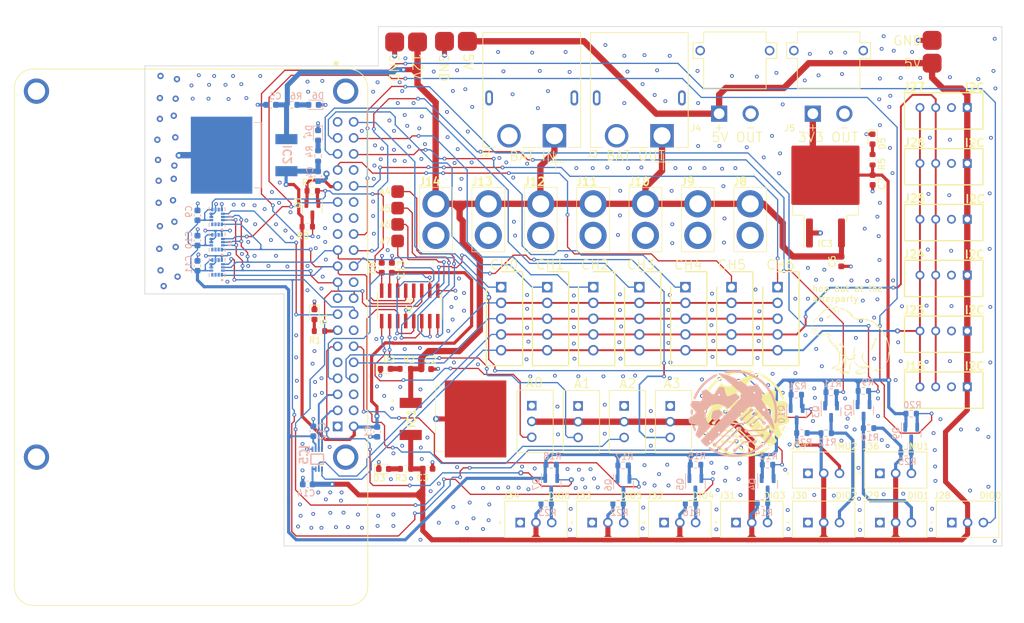
<source format=kicad_pcb>
(kicad_pcb (version 20221018) (generator pcbnew)
  (layers (0 "F.Cu" signal) (1 "In1.Cu" power "GND1") (2 "In2.Cu" power "GND2") (31 "B.Cu" signal) (34 "B.Paste" user) (35 "F.Paste" user) (36 "B.SilkS" user "B.Silkscreen") (37 "F.SilkS" user "F.Silkscreen") (38 "B.Mask" user) (39 "F.Mask" user) (44 "Edge.Cuts" user))
  (net 0 "")
  (net 1 "+5V")
  (net 2 "GND")
  (net 3 "+12V")
  (net 4 "+3V3")
  (net 5 "Net-(D1-A)")
  (net 6 "Net-(D2-A)")
  (net 7 "Net-(D3-A)")
  (net 8 "Net-(D4-A)")
  (net 9 "Net-(D5-A)")
  (net 10 "Net-(D6-A)")
  (net 12 "SDA")
  (net 13 "SCL")
  (net 14 "DIO6")
  (net 16 "TxD")
  (net 17 "RxD")
  (net 18 "DIO5")
  (net 19 "Net-(J1-GPIO27)")
  (net 20 "IMU0")
  (net 22 "MOSI")
  (net 23 "MISO")
  (net 24 "SCK")
  (net 25 "IMU2")
  (net 26 "DIO4")
  (net 27 "DIO3")
  (net 28 "DIO2")
  (net 29 "DIO1")
  (net 32 "IMU1")
  (net 33 "DIO0")
  (net 34 "A5EStop")
  (net 35 "A3EStop")
  (net 36 "A1EStop")
  (net 37 "A6EStop")
  (net 38 "A4EStop")
  (net 39 "A2EStop")
  (net 40 "A0EStop")
  (net 41 "DIO0_5V")
  (net 42 "DIO1_5V")
  (net 43 "DIO2_5V")
  (net 44 "DIO3_5V")
  (net 45 "DIO4_5V")
  (net 46 "DIO5_5V")
  (net 47 "DIO6_5V")
  (net 48 "IMU1_5V")
  (net 49 "IMU2_5V")
  (net 62 "5V_BRAIN")
  (net 63 "SCL_3.3V")
  (net 64 "SDA_3.3V")
  (net 65 "Net-(IC4-CH0)")
  (net 66 "Net-(IC4-CH1)")
  (net 67 "Net-(IC4-CH2)")
  (net 68 "Net-(IC4-CH3)")
  (net 69 "Net-(IC4-CH4)")
  (net 70 "Net-(IC4-CH5)")
  (net 71 "Net-(IC4-CH6)")
  (net 72 "Net-(IC4-CH7)")
  (net 73 "ADC")
  (footprint "footprints:JST_B3B-XH-A_LF__SN_" (layer "F.Cu") (at 232.4 117.85)
    (fp_text reference "J30")
    (fp_text value "B3B-XH-A_LF__SN_" hide)
  )
  (footprint "footprints:XT30PB" (layer "F.Cu") (at 195.85 67.86)
    (fp_text reference "J11")
    (fp_text value "XT30PB" hide)
  )
  (footprint "Capacitor_SMD:C_0603_1608Metric" (layer "F.Cu") (at 235.185 76.995 90)
    (fp_text reference "C6")
    (fp_text value ".1uF" hide)
  )
  (footprint "footprints:B4BXHA" (layer "F.Cu") (at 255.15 88.01 180)
    (fp_text reference "J23")
    (fp_text value "B4B-XH-A" hide)
  )
  (footprint "footprints:B4BXHA" (layer "F.Cu") (at 255.15 96.86 180)
    (fp_text reference "J15")
    (fp_text value "B4B-XH-A" hide)
  )
  (footprint "Resistor_SMD:R_0603_1608Metric" (layer "F.Cu") (at 151.345 65.815 180)
    (fp_text reference "R7")
    (fp_text value "10K" hide)
  )
  (footprint "footprints:JST_B3B-XH-A_LF__SN_" (layer "F.Cu") (at 255.2 117.85)
    (fp_text reference "J28")
    (fp_text value "B3B-XH-A_LF__SN_" hide)
  )
  (footprint "footprints:JST_B3B-XH-A_LF__SN_" (layer "F.Cu") (at 186.7995 117.85)
    (fp_text reference "J34")
    (fp_text value "B3B-XH-A_LF__SN_" hide)
  )
  (footprint "footprints:JST_B3B-XH-A_LF__SN_" (layer "F.Cu") (at 201.3 102.39 -90)
    (fp_text reference "J40" hide)
    (fp_text value "B3B-XH-A_LF__SN_" hide)
  )
  (footprint "Resistor_SMD:R_0603_1608Metric" (layer "F.Cu") (at 166.135952 109.865 180)
    (fp_text reference "R3")
    (fp_text value "IDK" hide)
  )
  (footprint "footprints:XT30PB" (layer "F.Cu") (at 187.55 67.86)
    (fp_text reference "J12")
    (fp_text value "XT30PB" hide)
  )
  (footprint "LOGO" (layer "F.Cu") (at 219.9 101.1)
    (fp_text reference "G***")
    (fp_text value "LOGO" hide)
  )
  (footprint "solder_pads:4mm_pads_2" (layer "F.Cu") (at 166.024998 38.915 180)
    (fp_text reference "Je1" hide)
    (fp_text value "Conn_01x02" hide)
  )
  (footprint "Capacitor_SMD:C_0603_1608Metric" (layer "F.Cu") (at 169.634048 109.845 180)
    (fp_text reference "C3")
    (fp_text value ".1uF" hide)
  )
  (footprint "LED_SMD:LED_0603_1608Metric" (layer "F.Cu") (at 162.675952 109.875)
    (fp_text reference "D3")
    (fp_text value "LED" hide)
  )
  (footprint "footprints:AMASS_XT60PW-M" (layer "F.Cu") (at 186.125 51.075)
    (fp_text reference "J2")
    (fp_text value "XT60PW-M" hide)
  )
  (footprint "footprints:XT30PB" (layer "F.Cu") (at 170.95 67.86)
    (fp_text reference "J14")
    (fp_text value "XT30PB" hide)
  )
  (footprint "MountingHole:MountingHole_3.2mm_M3" (layer "F.Cu") (at 255.665 108.435)
    (fp_text reference "H3" hide)
    (fp_text value "MountingHole" hide)
  )
  (footprint "LED_SMD:LED_0603_1608Metric" (layer "F.Cu") (at 162.953572 94.015)
    (fp_text reference "D2")
    (fp_text value "LED" hide)
  )
  (footprint "footprints:XT30PB" (layer "F.Cu") (at 220.75 67.86)
    (fp_text reference "J8")
    (fp_text value "XT30PB" hide)
  )
  (footprint "footprints:JST_B3B-XH-A_LF__SN_" (layer "F.Cu") (at 198.2 117.85)
    (fp_text reference "J33")
    (fp_text value "B3B-XH-A_LF__SN_" hide)
  )
  (footprint "solder_pads:4mm_pads_2_1" (layer "F.Cu") (at 161.575 68.925 -90)
    (fp_text reference "J7" hide)
    (fp_text value "Conn_01x04" hide)
  )
  (footprint "footprints:XT30PB" (layer "F.Cu") (at 212.45 67.86)
    (fp_text reference "J9")
    (fp_text value "XT30PB" hide)
  )
  (footprint "Resistor_SMD:R_0603_1608Metric" (layer "F.Cu") (at 166.08881 94.015 180)
    (fp_text reference "R2")
    (fp_text value "44Ω" hide)
  )
  (footprint "footprints:JST_B3B-XH-A_LF__SN_" (layer "F.Cu") (at 243.8 110.05)
    (fp_text reference "J36")
    (fp_text value "B3B-XH-A_LF__SN_" hide)
  )
  (footprint "footprints:JST_B3B-XH-A_LF__SN_" (layer "F.Cu") (at 209.6 117.85)
    (fp_text reference "J32")
    (fp_text value "B3B-XH-A_LF__SN_" hide)
  )
  (footprint "footprints:XT30PB" (layer "F.Cu") (at 204.15 67.86)
    (fp_text reference "J10")
    (fp_text value "XT30PB" hide)
  )
  (footprint "footprints:B4BXHA" (layer "F.Cu") (at 255.15 52.61 180)
    (fp_text reference "J27")
    (fp_text value "B4B-XH-A" hide)
  )
  (footprint "solder_pads:4mm_pads_2" (layer "F.Cu") (at 173.924998 38.815 180)
    (fp_text reference "J6" hide)
    (fp_text value "Conn_01x02" hide)
  )
  (footprint "Capacitor_SMD:C_0603_1608Metric" (layer "F.Cu") (at 240.15175 64.085 90)
    (fp_text reference "C7")
    (fp_text value ".1uF" hide)
  )
  (footprint "Resistor_SMD:R_0603_1608Metric" (layer "F.Cu") (at 150.555 71.485)
    (fp_text reference "R8")
    (fp_text value "10K" hide)
  )
  (footprint "Capacitor_SMD:C_0603_1608Metric" (layer "F.Cu") (at 162.355 77.995 90)
    (fp_text reference "C8")
    (fp_text value "100nF" hide)
  )
  (footprint "Resistor_SMD:R_0603_1608Metric" (layer "F.Cu") (at 152.495394 88.025)
    (fp_text reference "R1")
    (fp_text value "1.5 Ω" hide)
  )
  (footprint "Package_TO_SOT_SMD:TO-263-2" (layer "F.Cu") (at 232.675 64.835 90)
    (fp_text reference "IC3")
    (fp_text value "LD1086D2T33TR" hide)
  )
  (footprint "footprints:B4BXHA" (layer "F.Cu") (at 255.15 61.46 180)
    (fp_text reference "J26")
    (fp_text value "B4B-XH-A" hide)
  )
  (footprint "footprints:SOIC16-N_MC_MCH-M" (layer "F.Cu") (at 166.7902 84.0372 90)
    (fp_text reference "IC4")
    (fp_text value "MCP3008-I_SL" hide)
  )
  (footprint "Package_TO_SOT_SMD:SOT-23" (layer "F.Cu") (at 151.365 68.705 -90)
    (fp_text reference "Q1")
    (fp_text value "BSS138" hide)
  )
  (footprint "footprints:AMASS_XT30PW-M" (layer "F.Cu") (at 233.175 43.575)
    (fp_text reference "J5")
    (fp_text value "XT30PW-M" hide)
  )
  (footprint "LED_SMD:LED_0603_1608Metric" (layer "F.Cu") (at 240.13175 57.615 -90)
    (fp_text reference "D5")
    (fp_text value "LED" hide)
  )
  (footprint "footprints:AMASS_XT30PW-M" (layer "F.Cu") (at 218.325 43.575)
    (fp_text reference "J4")
    (fp_text value "XT30PW-M" hide)
  )
  (footprint "LOGO" (layer "F.Cu") (at 236.6 89.4)
    (fp_text reference "G***" hide)
    (fp_text value "LOGO" hide)
  )
  (footprint "footprints:SHDR5W64P0X250_1X5_1490X575X700P" (layer "F.Cu") (at 188.585 81.06281 -90)
    (fp_text reference "J17" hide)
    (fp_text value "B5B-XH-A__LF__SN_" hide)
  )
  (footprint "MountingHole:MountingHole_3.2mm_M3" (layer "F.Cu") (at 255.665 43.725)
    (fp_text reference "H2" hide)
    (fp_text value "MountingHole" hide)
  )
  (footprint "footprints:MODULE_RASPBERRY_PI_3_MODEL_B_" (layer "F.Cu") (at 132.14 89.005 -90)
    (fp_text reference "J1" hide)
    (fp_text value "Raspberry_Pi_2_3" hide)
  )
  (footprint "LED_SMD:LED_0603_1608Metric" (layer "F.Cu") (at 151.695394 85.395 -90)
    (fp_text reference "D1")
    (fp_text value "LED" hide)
  )
  (footprint "footprints:XT30PB" (layer "F.Cu") (at 179.25 67.86)
    (fp_text reference "J13")
    (fp_text value "XT30PB" hide)
  )
  (footprint "footprints:AMASS_XT60PW-M" (layer "F.Cu") (at 203.175 51.075)
    (fp_text reference "J3")
    (fp_text value "XT60PW-M" hide)
  )
  (footprint "solder_pads:4mm_pads_2" (layer "F.Cu") (at 252.875 43.575 90)
    (fp_text reference "J42" hide)
    (fp_text value "Conn_01x02" hide)
  )
  (footprint "footprints:JST_B3B-XH-A_LF__SN_" (layer "F.Cu") (at 194 102.39 -90)
    (fp_text reference "J39" hide)
    (fp_text value "B3B-XH-A_LF__SN_" hide)
  )
  (footprint "footprints:B4BXHA" (layer "F.Cu") (at 255.15 70.31 180)
    (fp_text reference "J25")
    (fp_text value "B4B-XH-A" hide)
  )
  (footprint "footprints:SHDR5W64P0X250_1X5_1490X575X700P" (layer "F.Cu") (at 225.085 81.06281 -90)
    (fp_text reference "J22" hide)
    (fp_text value "B5B-XH-A__LF__SN_" hide)
  )
  (footprint "footprints:JST_B3B-XH-A_LF__SN_" (layer "F.Cu") (at 243.8 117.85)
    (fp_text reference "J29")
    (fp_text value "B3B-XH-A_LF__SN_" hide)
  )
  (footprint "Resistor_SMD:R_0603_1608Metric" (layer "F.Cu") (at 240.14175 60.875 90)
    (fp_text reference "R5")
    (fp_text value "44Ω" hide)
  )
  (footprint "footprints:B4BXHA" (layer "F.Cu") (at 255.15 79.16 180)
    (fp_text reference "J24")
    (fp_text value "B4B-XH-A" hide)
  )
  (footprint "footprints:SHDR5W64P0X250_1X5_1490X575X700P" (layer "F.Cu") (at 210.485 81.06281 -90)
    (fp_text reference "J20" hide)
    (fp_text value "B5B-XH-A__LF__SN_" hide)
  )
  (footprint "footprints:JST_B3B-XH-A_LF__SN_" (layer "F.Cu") (at 221 117.85)
    (fp_text reference "J31")
    (fp_text value "B3B-XH-A_LF__SN_" hide)
  )
  (footprint "footprints:L7805CD2T" (layer "F.Cu") (at 172.088 101.95 -90)
    (fp_text reference "IC1")
    (fp_text value "L7805CD2T-TR" hide)
  )
  (footprint "Capacitor_SMD:C_0603_1608Metric" (layer "F.Cu") (at 169.39881 94.055 180)
    (fp_text reference "C2")
    (fp_text value ".33uF" hide)
  )
  (footprint "footprints:SHDR5W64P0X250_1X5_1490X575X700P" (layer "F.Cu") (at 203.185 81.06281 -90)
    (fp_text reference "J19" hide)
    (fp_text value "B5B-XH-A__LF__SN_" hide)
  )
  (footprint "footprints:SHDR5W64P0X250_1X5_1490X575X700P" (layer "F.Cu") (at 195.885 81.06281 -90)
    (fp_text reference "J18" hide)
    (fp_text value "B5B-XH-A__LF__SN_" hide)
  )
  (footprint "footprints:SHDR5W64P0X250_1X5_1490X575X700P" (layer "F.Cu") (at 181.285 81.06281 -90)
    (fp_text reference "J16" hide)
    (fp_text value "B5B-XH-A__LF__SN_" hide)
  )
  (footprint "Capacitor_SMD:C_0603_1608Metric" (layer "F.Cu") (at 163.965 77.995 90)
    (fp_text reference "C13")
    (fp_text value "100nF" hide)
  )
  (footprint "footprints:JST_B3B-XH-A_LF__SN_" (layer "F.Cu") (at 208.6 102.39 -90)
    (fp_text reference "J41" hide)
    (fp_text value "B3B-XH-A_LF__SN_" hide)
  )
  (footprint "footprints:SHDR5W64P0X250_1X5_1490X575X700P" (layer "F.Cu") (at 217.785 81.06281 -90)
    (fp_text reference "J21" hide)
    (fp_text value "B5B-XH-A__LF__SN_" hide)
  )
  (footprint "footprints:JST_B3B-XH-A_LF__SN_" (layer "F.Cu") (at 186.66 102.35 -90)
    (fp_text reference "J38" hide)
    (fp_text value "B3B-XH-A_LF__SN_" hide)
  )
  (footprint "footprints:JST_B3B-XH-A_LF__SN_" (layer "F.Cu") (at 232.4 110.05)
    (fp_text reference "J37")
    (fp_text value "B3B-XH-A_LF__SN_" hide)
  )
  (footprint "Package_TO_SOT_SMD:SOT-23" (layer "B.Cu") (at 189.215 112.305 -90)
    (fp_text reference "Q7")
    (fp_text value "BSS138" hide)
  )
  (footprint "Capacitor_SMD:C_0603_1608Metric" (layer "B.Cu") (at 133.155 73.685 90)
    (fp_text reference "C10")
    (fp_text value "100nF" hide)
  )
  (footprint "Resistor_SMD:R_0603_1608Metric" (layer "B.Cu") (at 228.945 104.185 180)
    (fp_text reference "R26")
    (fp_text value "10K" hide)
  )
  (footprint "footprints:SOP50P310X90-8N" (layer "B.Cu") (at 152.13 108.325 -90)
    (fp_text reference "IC5")
    (fp_text value "PCA9306DCUR" hide)
  )
  (footprint "LOGO" (layer "B.Cu") (at 218 101.1 180)
    (fp_text reference "G***" hide)
    (fp_text value "LOGO" hide)
  )
  (footprint "Package_TO_SOT_SMD:SOT-23" (layer "B.Cu") (at 246.265 104.205 -90)
    (fp_text reference "Q9")
    (fp_text value "BSS138" hide)
  )
  (footprint "Resistor_SMD:R_0603_1608Metric" (layer "B.Cu") (at 222.695 115.285)
    (fp_text reference "R14")
    (fp_text value "10K" hide)
  )
  (footprint "footprints:PQFN50P300X250X97-14N" (layer "B.Cu") (at 136.265 73.938514 90)
    (fp_text reference "U3")
    (fp_text value "ICM-42688-P" hide)
  )
  (footprint "Capacitor_SMD:C_0603_1608Metric" (layer "B.Cu") (at 144.805 52.175)
    (fp_text reference "C5")
    (fp_text value ".33uF" hide)
  )
  (footprint "Resistor_SMD:R_0603_1608Metric" (layer "B.Cu") (at 245.445 107.285)
    (fp_text reference "R25")
    (fp_text value "10K" hide)
  )
  (footprint "Resistor_SMD:R_0603_1608Metric" (layer "B.Cu") (at 148.095 52.175)
    (fp_text reference "R6")
    (fp_text value "44Ω" hide)
  )
  (footprint "footprints:PQFN50P300X250X97-14N" (layer "B.Cu") (at 136.265 77.938514 90)
    (fp_text reference "U4" hide)
    (fp_text value "ICM-42688-P" hide)
  )
  (footprint "Resistor_SMD:R_0603_1608Metric" (layer "B.Cu") (at 233.585 97.715)
    (fp_text reference "R11")
    (fp_text value "10K" hide)
  )
  (footprint "Capacitor_SMD:C_0603_1608Metric" (layer "B.Cu") (at 152.265 63.495 90)
    (fp_text reference "C4")
    (fp_text value ".1uF" hide)
  )
  (footprint "Capacitor_SMD:C_0603_1608Metric" (layer "B.Cu") (at 151.515 103.905 90)
    (fp_text reference "C12")
    (fp_text value "100nF" hide)
  )
  (footprint "Resistor_SMD:R_0603_1608Metric" (layer "B.Cu") (at 212.095 109.215)
    (fp_text reference "R15")
    (fp_text value "10K" hide)
  )
  (footprint "footprints:L7805CD2T" (layer "B.Cu") (at 142.112 60.15 -90)
    (fp_text reference "IC2")
    (fp_text value "L7805CD2T-TR" hide)
  )
  (footprint "Capacitor_SMD:C_0603_1608Metric" (layer "B.Cu") (at 133.155 77.685 90)
    (fp_text reference "C11")
    (fp_text value "100nF" hide)
  )
  (footprint "footprints:PQFN50P300X250X97-14N" (layer "B.Cu") (at 136.265 69.938514 90)
    (fp_text reference "U2")
    (fp_text value "ICM-42688-P" hide)
  )
  (footprint "Package_TO_SOT_SMD:SOT-23" (layer "B.Cu") (at 238.715 100.605 -90)
    (fp_text reference "Q2")
    (fp_text value "BSS138" hide)
  )
  (footprint "Capacitor_SMD:C_0603_1608Metric" (layer "B.Cu") (at 133.155 69.685 90)
    (fp_text reference "C9")
    (fp_text value "100nF" hide)
  )
  (footprint "Resistor_SMD:R_0603_1608Metric" (layer "B.Cu") (at 200.605 109.315)
    (fp_text reference "R17")
    (fp_text value "10K" hide)
  )
  (footprint "Capacitor_SMD:C_0603_1608Metric" (layer "B.Cu") (at 150.615 112.315 180)
    (fp_text reference "C14")
    (fp_text value "100nF" hide)
  )
  (footprint "Package_TO_SOT_SMD:SOT-23" (layer "B.Cu") (at 228.115 101.205 -90)
    (fp_text reference "Q10")
    (fp_text value "BSS138" hide)
  )
  (footprint "Package_TO_SOT_SMD:SOT-23" (layer "B.Cu") (at 200.665 112.405 -90)
    (fp_text reference "Q6")
    (fp_text value "BSS138" hide)
  )
  (footprint "Resistor_SMD:R_0603_1608Metric" (layer "B.Cu") (at 152.265 60.275 90)
    (fp_text reference "R4")
    (fp_text value "idk" hide)
  )
  (footprint "Resistor_SMD:R_0603_1608Metric" (layer "B.Cu") (at 239.515 103.415 180)
    (fp_text reference "R10")
    (fp_text value "10K" hide)
  )
  (footprint "Package_TO_SOT_SMD:SOT-23" (layer "B.Cu") (at 223.515 112.305 -90)
    (fp_text reference "Q4")
    (fp_text value "BSS138" hide)
  )
  (footprint "Resistor_SMD:R_0603_1608Metric" (layer "B.Cu") (at 211.295 115.385)
    (fp_text reference "R16")
    (fp_text value "10K" hide)
  )
  (footprint "Resistor_SMD:R_0603_1608Metric" (layer "B.Cu") (at 246.255 101.115)
    (fp_text reference "R20")
    (fp_text value "10K" hide)
  )
  (footprint "Resistor_SMD:R_0603_1608Metric" (layer "B.Cu") (at 228.055 98.115)
    (fp_text reference "R21")
    (fp_text value "10K" hide)
  )
  (footprint "Resistor_SMD:R_0603_1608Metric" (layer "B.Cu") (at 238.685 97.515)
    (fp_text reference "R9")
    (fp_text value "10K" hide)
  )
  (footprint "LED_SMD:LED_0603_1608Metric" (layer "B.Cu") (at 151.555 52.175 180)
    (fp_text reference "D6")
    (fp_text value "LED" hide)
  )
  (footprint "Package_TO_SOT_SMD:SOT-23" (layer "B.Cu") (at 233.565 100.805 -90)
    (fp_text reference "Q3")
    (fp_text value "BSS138" hide)
  )
  (footprint "Package_TO_SOT_SMD:SOT-23" (layer "B.Cu") (at 212.065 112.305 -90)
    (fp_text reference "Q5")
    (fp_text value "BSS138" hide)
  )
  (footprint "LED_SMD:LED_0603_1608Metric" (layer "B.Cu") (at 152.265 57.015 -90)
    (fp_text reference "D4")
    (fp_text value "LED" hide)
  )
  (footprint "Capacitor_SMD:C_0603_1608Metric" (layer "B.Cu") (at 161.635 104.005 -90)
    (fp_text reference "C1")
    (fp_text value "100nF" hide)
  )
  (footprint "Resistor_SMD:R_0603_1608Metric" (layer "B.Cu") (at 232.785 104.205)
    (fp_text reference "R12")
    (fp_text value "10K" hide)
  )
  (footprint "Resistor_SMD:R_0603_1608Metric" (layer "B.Cu") (at 199.815 115.385)
    (fp_text reference "R22")
    (fp_text value "10K" hide)
  )
  (footprint "Resistor_SMD:R_0603_1608Metric" (layer "B.Cu") (at 188.415 115.385)
    (fp_text reference "R23")
    (fp_text value "10K" hide)
  )
  (footprint "Resistor_SMD:R_0603_1608Metric" (layer "B.Cu") (at 223.495 109.215)
    (fp_text reference "R13")
    (fp_text value "10K" hide)
  )
  (footprint "Resistor_SMD:R_0603_1608Metric" (layer "B.Cu") (at 189.205 109.215)
    (fp_text reference "R18")
    (fp_text value "10K" hide)
  )
  (gr_line (start 260.635 122.078) (end 260.635 39.778) (stroke (width 0.1)) (layer "Edge.Cuts"))
  (gr_line (start 260.635 39.778) (end 161.822 39.778) (stroke (width 0.1)) (layer "Edge.Cuts"))
  (gr_line (start 124.81 82.14) (end 124.81 46) (stroke (width 0.1)) (layer "Edge.Cuts"))
  (gr_line (start 161.822 46) (end 124.81 46) (stroke (width 0.1)) (layer "Edge.Cuts"))
  (gr_line (start 146.872 122.078) (end 146.872 82.14) (stroke (width 0.1)) (layer "Edge.Cuts"))
  (gr_line (start 146.872 82.14) (end 124.81 82.14) (stroke (width 0.1)) (layer "Edge.Cuts"))
  (gr_line (start 161.822 39.778) (end 161.822 46) (stroke (width 0.1)) (layer "Edge.Cuts"))
  (gr_line (start 146.872 122.078) (end 260.635 122.078) (stroke (width 0.1)) (layer "Edge.Cuts"))
  (gr_text "DIO6" (at 190.5 114.1) (layer "F.SilkS") (effects (font (size 1 1))))
  (gr_text "I2C" (at 256.3 93.6) (layer "F.SilkS") (effects (font (size 1.27 1.27) (thickness 0.254))))
  (gr_text "GND" (at 163.4 43.9 270) (layer "F.SilkS") (effects (font (size 1.5 1.5)) (justify left bottom)))
  (gr_text "DIO5\n" (at 201.9 114.1) (layer "F.SilkS") (effects (font (size 1 1))))
  (gr_text "I2C" (at 256.3 49.4) (layer "F.SilkS") (effects (font (size 1.27 1.27) (thickness 0.254))))
  (gr_text "IMU2" (at 235.9 106.3) (layer "F.SilkS") (effects (font (size 1 1))))
  (gr_text "CH2" (at 193.8 78.4) (layer "F.SilkS") (effects (font (size 1.5 1.5)) (justify left bottom)))
  (gr_text "A7" (at 161.9 74.4) (layer "F.SilkS") (effects (font (size 1 1)) (justify left bottom)))
  (gr_text "I2C" (at 256.3 84.7) (layer "F.SilkS") (effects (font (size 1.27 1.27) (thickness 0.254))))
  (gr_text "I2C" (at 256.4 67.1) (layer "F.SilkS") (effects (font (size 1.27 1.27) (thickness 0.254))))
  (gr_text "CH3" (at 201.1 78.4) (layer "F.SilkS") (effects (font (size 1.5 1.5)) (justify left bottom)))
  (gr_text "DIO3" (at 224.6 114.1) (layer "F.SilkS") (effects (font (size 1 1))))
  (gr_text "A2" (at 199.9 97.2) (layer "F.SilkS") (effects (font (size 1.5 1.5)) (justify left bottom)))
  (gr_text "CH1" (at 186.7 78.4) (layer "F.SilkS") (effects (font (size 1.5 1.5)) (justify left bottom)))
  (gr_text "3V3 OUT" (at 228.2 58.2) (layer "F.SilkS") (effects (font (size 1.5 1.5)) (justify left bottom)))
  (gr_text "A5" (at 161.9 69.2) (layer "F.SilkS") (effects (font (size 1 1)) (justify left bottom)))
  (gr_text "CH5" (at 215.5 78.4) (layer "F.SilkS") (effects (font (size 1.5 1.5)) (justify left bottom)))
  (gr_text "hop out at the \nafterparty" (at 230.5 83.5) (layer "F.SilkS") (effects (font (size 1 1)) (justify left bottom)))
  (gr_text "I2C" (at 256.3 58.2) (layer "F.SilkS") (effects (font (size 1.27 1.27) (thickness 0.254))))
  (gr_text "IMU1" (at 247.3 106.3) (layer "F.SilkS") (effects (font (size 1 1))))
  (gr_text "A1" (at 192.7 97.2) (layer "F.SilkS") (effects (font (size 1.5 1.5)) (justify left bottom)))
  (gr_text "A3" (at 206.9 97.2) (layer "F.SilkS") (effects (font (size 1.5 1.5)) (justify left bottom)))
  (gr_text "DIO2" (at 236 114.1) (layer "F.SilkS") (effects (font (size 1 1))))
  (gr_text "DIO0" (at 258.8 114.1) (layer "F.SilkS") (effects (font (size 1 1))))
  (gr_text "DIO1" (at 247.4 114.1) (layer "F.SilkS") (effects (font (size 1 1))))
  (gr_text "5V" (at 175.2 43.9 270) (layer "F.SilkS") (effects (font (size 1.5 1.5)) (justify left bottom)))
  (gr_text "5V OUT" (at 214.5 58.2) (layer "F.SilkS") (effects (font (size 1.5 1.5)) (justify left bottom)))
  (gr_text "CH6" (at 223.2 78.4) (layer "F.SilkS") (effects (font (size 1.5 1.5)) (justify left bottom)))
  (gr_text "A6" (at 161.9 71.7) (layer "F.SilkS") (effects (font (size 1 1)) (justify left bottom)))
  (gr_text "BAT OUT" (at 197.8 61.1) (layer "F.SilkS") (effects (font (size 1.5 1.5)) (justify left bottom)))
  (gr_text "GND" (at 171.3 43.9 270) (layer "F.SilkS") (effects (font (size 1.5 1.5)) (justify left bottom)))
  (gr_text "5V" (at 245 46.5) (layer "F.SilkS") (effects (font (size 1.5 1.5)) (justify left bottom)))
  (gr_text "12V" (at 167.1 43.9 270) (layer "F.SilkS") (effects (font (size 1.5 1.5)) (justify left bottom)))
  (gr_text "A4" (at 161.9 66.5) (layer "F.SilkS") (effects (font (size 1 1)) (justify left bottom)))
  (gr_text "CH4" (at 208.585 78.41281) (layer "F.SilkS") (effects (font (size 1.5 1.5)) (justify left bottom)))
  (gr_text "I2C" (at 256.3 75.9) (layer "F.SilkS") (effects (font (size 1.27 1.27) (thickness 0.254))))
  (gr_text "DIO4" (at 213.3 114.1) (layer "F.SilkS") (effects (font (size 1 1))))
  (gr_text "A0" (at 185.1 97.1) (layer "F.SilkS") (effects (font (size 1.5 1.5)) (justify left bottom)))
  (gr_text "GND" (at 243.3 42.9) (layer "F.SilkS") (effects (font (size 1.5 1.5)) (justify left bottom)))
  (gr_text "BAT IN" (at 182.5 61.2) (layer "F.SilkS") (effects (font (size 1.5 1.5)) (justify left bottom)))
  (gr_text "CH0" (at 179.4 78.4) (layer "F.SilkS") (effects (font (size 1.5 1.5)) (justify left bottom)))
  (segment (start 205.875 53.575) (end 194.4 42.1) (width 1) (layer "F.Cu") (net 1))
  (segment (start 232.4 118.375) (end 232.4 110.575) (width 0.8) (layer "F.Cu") (net 1))
  (segment (start 209.1 121.1) (end 209.6 121.1) (width 0.8) (layer "F.Cu") (net 1))
  (segment (start 209.6 120.6) (end 209.1 121.1) (width 0.8) (layer "F.Cu") (net 1))
  (segment (start 198.2 118.375) (end 198.2 120.6) (width 0.8) (layer "F.Cu") (net 1))
  (segment (start 210.1 121.1) (end 220.4 121.1) (width 0.8) (layer "F.Cu") (net 1))
  (segment (start 186.175 102.39) (end 207.875 102.39) (width 1) (layer "F.Cu") (net 1))
  (segment (start 168.859048 114.9) (end 168.859048 119.659048) (width 0.8) (layer "F.Cu") (net 1))
  (segment (start 249.575 45.575) (end 230.025 45.575) (width 1) (layer "F.Cu") (net 1))
  (segment (start 186.2 121.1) (end 186.8 121.1) (width 0.8) (layer "F.Cu") (net 1))
  (segment (start 167.8 114) (end 158.7 114) (width 0.8) (layer "F.Cu") (net 1))
  (segment (start 232.4 121.1) (end 233 121.1) (width 0.8) (layer "F.Cu") (net 1))
  (segment (start 218.05 102.45) (end 221 105.4) (width 1) (layer "F.Cu") (net 1))
  (segment (start 186.8 121.1) (end 187.4 121.1) (width 0.8) (layer "F.Cu") (net 1))
  (segment (start 215.825 53.575) (end 205.875 53.575) (width 1) (layer "F.Cu") (net 1))
  (segment (start 232.4 120.5) (end 231.8 121.1) (width 0.8) (layer "F.Cu") (net 1))
  (segment (start 255.2 118.375) (end 255.2 115.4) (width 0.8) (layer "F.Cu") (net 1))
  (segment (start 186.8 120.5) (end 187.4 121.1) (width 0.8) (layer "F.Cu") (net 1))
  (segment (start 216.9 49.5) (end 215.825 50.575) (width 1) (layer "F.Cu") (net 1))
  (segment (start 254.2 49.6) (end 251.3 49.6) (width 1) (layer "F.Cu") (net 1))
  (segment (start 230.025 45.575) (end 226.1 49.5) (width 1) (layer "F.Cu") (net 1))
  (segment (start 168.859048 113.1) (end 168.859048 114) (width 0.8) (layer "F.Cu") (net 1))
  (segment (start 168.859048 114) (end 168.859048 114.9) (width 0.8) (layer "F.Cu") (net 1))
  (segment (start 176 121.1) (end 186.2 121.1) (width 0.8) (layer "F.Cu") (net 1))
  (segment (start 187.4 121.1) (end 197.7 121.1) (width 0.8) (layer "F.Cu") (net 1))
  (segment (start 157 112.3) (end 154.5 112.3) (width 0.8) (layer "F.Cu") (net 1))
  (segment (start 167.959048 114) (end 168.859048 114.9) (width 0.8) (layer "F.Cu") (net 1))
  (segment (start 243.8 120.5) (end 243.2 121.1) (width 0.8) (layer "F.Cu") (net 1))
  (segment (start 209.6 118.375) (end 209.6 120.6) (width 0.8) (layer "F.Cu") (net 1))
  (segment (start 251.3 49.6) (end 249.575 47.875) (width 1) (layer "F.Cu") (net 1))
  (segment (start 167.959048 114) (end 168.859048 113.1) (width 0.8) (layer "F.Cu") (net 1))
  (segment (start 168.839048 109.865) (end 168.859048 109.845) (width 0.8) (layer "F.Cu") (net 1))
  (segment (start 221 121.1) (end 221.6 121.1) (width 0.8) (layer "F.Cu") (net 1))
  (segment (start 215.825 50.575) (end 215.825 53.575) (width 1) (layer "F.Cu") (net 1))
  (segment (start 207.935 102.45) (end 218.05 102.45) (width 1) (layer "F.Cu") (net 1))
  (segment (start 168.859048 114) (end 167.8 114) (width 0.8) (layer "F.Cu") (net 1))
  (segment (start 243.8 120.5) (end 243.8 121.1) (width 0.8) (layer "F.Cu") (net 1))
  (segment (start 232.4 118.375) (end 232.4 120.5) (width 0.8) (layer "F.Cu") (net 1))
  (segment (start 186.7995 120.5) (end 186.7995 120.5005) (width 0.8) (layer "F.Cu") (net 1))
  (segment (start 220.4 121.1) (end 221 121.1) (width 0.8) (layer "F.Cu") (net 1))
  (segment (start 255.2 120.2) (end 255.2 118.375) (width 0.8) (layer "F.Cu") (net 1))
  (segment (start 221.6 121.1) (end 231.8 121.1) (width 0.8) (layer "F.Cu") (net 1))
  (segment (start 226.1 49.5) (end 216.9 49.5) (width 1) (layer "F.Cu") (net 1))
  (segment (start 209.6 120.6) (end 209.6 121.1) (width 0.8) (layer "F.Cu") (net 1))
  (segment (start 251.7 104) (end 255.15 100.55) (width 0.8) (layer "F.Cu") (net 1))
  (segment (start 255.2 115.4) (end 251.7 111.9) (width 0.8) (layer "F.Cu") (net 1))
  (segment (start 255.15 52.61) (end 255.15 96.86) (width 1) (layer "F.Cu") (net 1))
  (segment (start 186.7995 121.0995) (end 186.8 121.1) (width 0.8) (layer "F.Cu") (net 1))
  (segment (start 249.575 47.875) (end 249.575 45.575) (width 1) (layer "F.Cu") (net 1))
  (segment (start 251.7 111.9) (end 251.7 104) (width 0.8) (layer "F.Cu") (net 1))
  (segment (start 198.2 120.6) (end 198.2 121.1) (width 0.8) (layer "F.Cu") (net 1))
  (segment (start 243.8 120.5) (end 244.4 121.1) (width 0.8) (layer "F.Cu") (net 1))
  (segment (start 198.7 121.1) (end 209.1 121.1) (width 0.8) (layer "F.Cu") (net 1))
  (segment (start 243.2 121.1) (end 243.8 121.1) (width 0.8) (layer "F.Cu") (net 1))
  (segment (start 221 118.375) (end 221 120.5) (width 0.8) (layer "F.Cu") (net 1))
  (segment (start 175.4 121.1) (end 176 121.1) (width 0.8) (layer "F.Cu") (net 1))
  (segment (start 198.2 120.6) (end 197.7 121.1) (width 0.8) (layer "F.Cu") (net 1))
  (segment (start 197.7 121.1) (end 198.2 121.1) (width 0.8) (layer "F.Cu") (net 1))
  (segment (start 186.7995 118.375) (end 186.7995 120.5) (width 0.8) (layer "F.Cu") (net 1))
  (segment (start 166.95 109.854048) (end 166.960952 109.865) (width 0.8) (layer "F.Cu") (net 1))
  (segment (start 232.4 120.5) (end 232.4 121.1) (width 0.8) (layer "F.Cu") (net 1))
  (segment (start 243.8 121.1) (end 244.4 121.1) (width 0.8) (layer "F.Cu") (net 1))
  (segment (start 158.7 114) (end 157 112.3) (width 0.8) (layer "F.Cu") (net 1))
  (segment (start 207.875 102.39) (end 207.935 102.45) (width 1) (layer "F.Cu") (net 1))
  (segment (start 170.3 121.1) (end 174.8 121.1) (width 0.8) (layer "F.Cu") (net 1))
  (segment (start 167.8 114) (end 167.959048 114) (width 0.8) (layer "F.Cu") (net 1))
  (segment (start 233 121.1) (end 243.2 121.1) (width 0.8) (layer "F.Cu") (net 1))
  (segment (start 221 120.5) (end 221 121.1) (width 0.8) (layer "F.Cu") (net 1))
  (segment (start 194.4 42.1) (end 175.939998 42.1) (width 1) (layer "F.Cu") (net 1))
  (segment (start 166.960952 109.865) (end 168.839048 109.865) (width 0.8) (layer "F.Cu") (net 1))
  (segment (start 186.7995 120.5) (end 186.7995 121.0995) (width 0.8) (layer "F.Cu") (net 1))
  (segment (start 221 120.5) (end 220.4 121.1) (width 0.8) (layer "F.Cu") (net 1))
  (segment (start 209.6 120.6) (end 210.1 121.1) (width 0.8) (layer "F.Cu") (net 1))
  (segment (start 186.8 118.3745) (end 186.7995 118.375) (width 0.5) (layer "F.Cu") (net 1))
  (segment (start 166.95 104.49) (end 166.95 109.854048) (width 0.8) (layer "F.Cu") (net 1))
  (segment (start 221 120.5) (end 221.6 121.1) (width 0.8) (layer "F.Cu") (net 1))
  (segment (start 243.8 118.375) (end 243.8 110.575) (width 0.8) (layer "F.Cu") (net 1))
  (segment (start 244.4 121.1) (end 254.3 121.1) (width 0.8) (layer "F.Cu") (net 1))
  (segment (start 174.8 121.1) (end 175.4 121.1) (width 0.8) (layer "F.Cu") (net 1))
  (segment (start 255.15 100.55) (end 255.15 96.86) (width 0.8) (layer "F.Cu") (net 1))
  (segment (start 255.15 50.55) (end 254.2 49.6) (width 1) (layer "F.Cu") (net 1))
  (segment (start 254.3 121.1) (end 255.2 120.2) (width 0.8) (layer "F.Cu") (net 1))
  (segment (start 198.2 121.1) (end 198.7 121.1) (width 0.8) (layer "F.Cu") (net 1))
  (segment (start 186.7995 120.5005) (end 186.2 121.1) (width 0.8) (layer "F.Cu") (net 1))
  (segment (start 243.8 118.375) (end 243.8 120.5) (width 0.8) (layer "F.Cu") (net 1))
  (segment (start 168.859048 109.845) (end 168.859048 113.1) (width 0.8) (layer "F.Cu") (net 1))
  (segment (start 209.6 121.1) (end 210.1 121.1) (width 0.8) (layer "F.Cu") (net 1))
  (segment (start 231.8 121.1) (end 232.4 121.1) (width 0.8) (layer "F.Cu") (net 1))
  (segment (start 168.859048 119.659048) (end 170.3 121.1) (width 0.8) (layer "F.Cu") (net 1))
  (segment (start 175.939998 42.1) (end 175.924998 42.115) (width 1) (layer "F.Cu") (net 1))
  (segment (start 221 105.4) (end 221 118.375) (width 1) (layer "F.Cu") (net 1))
  (segment (start 186.7995 120.5) (end 186.8 120.5) (width 0.8) (layer "F.Cu") (net 1))
  (segment (start 232.4 120.5) (end 233 121.1) (width 0.8) (layer "F.Cu") (net 1))
  (segment (start 255.15 52.61) (end 255.15 50.55) (width 1) (layer "F.Cu") (net 1))
  (segment (start 198.2 120.6) (end 198.7 121.1) (width 0.8) (layer "F.Cu") (net 1))
  (via (at 154.5 112.3) (size 0.8) (drill 0.4) (layers "F.Cu" "B.Cu") (net 1))
  (segment (start 244.62 106.25) (end 241.785 103.415) (width 0.5) (layer "B.Cu") (net 1))
  (segment (start 151.405 112.3) (end 151.39 112.315) (width 0.8) (layer "B.Cu") (net 1))
  (segment (start 232 104.245) (end 232 110.175) (width 0.5) (layer "B.Cu") (net 1))
  (segment (start 243.8 109.1) (end 243.8 110.575) (width 0.5) (layer "B.Cu") (net 1))
  (segment (start 151.39 109.91) (end 151.38 109.9) (width 0.3) (layer "B.Cu") (net 1))
  (segment (start 187.59 115.385) (end 187.59 116.21) (width 0.5) (layer "B.Cu") (net 1))
  (segment (start 232 110.175) (end 232.4 110.575) (width 0.5) (layer "B.Cu") (net 1))
  (segment (start 210.47 115.385) (end 210.47 116.23) (width 0.5) (layer "B.Cu") (net 1))
  (segment (start 186.7995 117.0005) (end 186.7995 118.375) (width 0.5) (layer "B.Cu") (net 1))
  (segment (start 220.9 117.1) (end 220.9 118.275) (width 0.5) (layer "B.Cu") (net 1))
  (segment (start 229.77 104.185) (end 231.94 104.185) (width 0.5) (layer "B.Cu") (net 1))
  (segment (start 198.99 116.41) (end 198.2 117.2) (width 0.5) (layer "B.Cu") (net 1))
  (segment (start 187.59 116.21) (end 186.7995 117.0005) (width 0.5) (layer "B.Cu") (net 1))
  (segment (start 151.88 109.9) (end 151.38 109.9) (width 0.3) (layer "B.Cu") (net 1))
  (segment (start 151.38 112.305) (end 151.39 112.315) (width 0.3) (layer "B.Cu") (net 1))
  (segment (start 154.5 112.3) (end 151.405 112.3) (width 0.8) (layer "B.Cu") (net 1))
  (segment (start 209.6 117.1) (end 209.6 118.375) (width 0.5) (layer "B.Cu") (net 1))
  (segment (start 221.87 116.13) (end 220.9 117.1) (width 0.5) (layer "B.Cu") (net 1))
  (segment (start 221.87 115.285) (end 221.87 116.13) (width 0.5) (layer "B.Cu") (net 1))
  (segment (start 231.94 104.185) (end 231.96 104.205) (width 0.5) (layer "B.Cu") (net 1))
  (segment (start 151.39 112.315) (end 151.39 109.91) (width 0.3) (layer "B.Cu") (net 1))
  (segment (start 198.2 117.2) (end 198.2 118.375) (width 0.5) (layer "B.Cu") (net 1))
  (segment (start 151.425 112.35) (end 151.39 112.315) (width 0.5) (layer "B.Cu") (net 1))
  (segment (start 241.785 103.415) (end 240.34 103.415) (width 0.5) (layer "B.Cu") (net 1))
  (segment (start 220.9 118.275) (end 221 118.375) (width 0.5) (layer "B.Cu") (net 1))
  (segment (start 244.62 108.28) (end 243.8 109.1) (width 0.5) (layer "B.Cu") (net 1))
  (segment (start 210.47 116.23) (end 209.6 117.1) (width 0.5) (layer "B.Cu") (net 1))
  (segment (start 198.99 115.385) (end 198.99 116.41) (width 0.5) (layer "B.Cu") (net 1))
  (segment (start 244.62 107.285) (end 244.62 108.28) (width 0.5) (layer "B.Cu") (net 1))
  (segment (start 244.62 107.285) (end 244.62 106.25) (width 0.5) (layer "B.Cu") (net 1))
  (segment (start 231.96 104.205) (end 232 104.245) (width 0.5) (layer "B.Cu") (net 1))
  (segment (start 249.575 41.955) (end 247.415 41.955) (width 0.8) (layer "F.Cu") (net 2))
  (segment (start 162.355 77.22) (end 162.355 76.145) (width 0.2) (layer "F.Cu") (net 2))
  (segment (start 161.888452 109.875) (end 161.888452 108.781548) (width 0.5) (layer "F.Cu") (net 2))
  (segment (start 247.415 41.955) (end 247.41 41.96) (width 0.8) (layer "F.Cu") (net 2))
  (segment (start 239.1625 56.8275) (end 239.16 56.83) (width 0.5) (layer "F.Cu") (net 2))
  (segment (start 170.409048 108.809048) (end 170.4 108.8) (width 0.5) (layer "F.Cu") (net 2))
  (segment (start 231.865 72.485) (end 231.87 72.48) (width 0.8) (layer "F.Cu") (net 2))
  (segment (start 164.8852 79.7143) (end 165 79.5995) (width 0.2) (layer "F.Cu") (net 2))
  (segment (start 171.245 94.055) (end 171.3 94) (width 0.5) (layer "F.Cu") (net 2))
  (segment (start 177.226 101.95) (end 170.99 101.95) (width 0.8) (layer "F.Cu") (net 2))
  (segment (start 240.15175 64.86) (end 240.15175 65.86825) (width 0.5) (layer "F.Cu") (net 2))
  (segment (start 163.965 77.22) (end 163.965 76.135) (width 0.2) (layer "F.Cu") (net 2))
  (segment (start 164.404998 44.4) (end 164.404998 42.215) (width 0.8) (layer "F.Cu") (net 2))
  (segment (start 162.355 76.145) (end 162.4 76.1) (width 0.2) (layer "F.Cu") (net 2))
  (segment (start 164.8852 81.6242) (end 164.8852 79.7143) (width 0.2) (layer "F.Cu") (net 2))
  (segment (start 172.304998 42.115) (end 172.304998 44.284998) (width 0.8) (layer "F.Cu") (net 2))
  (segment (start 163.965 76.135) (end 164 76.1) (width 0.2) (layer "F.Cu") (net 2))
  (segment (start 236.67 77.77) (end 236.7 77.8) (width 0.5) (layer "F.Cu") (net 2))
  (segment (start 162.166072 95.033928) (end 162.166072 94.015) (width 0.5) (layer "F.Cu") (net 2))
  (segment (start 170.409048 109.845) (end 170.409048 108.809048) (width 0.5) (layer "F.Cu") (net 2))
  (segment (start 174.023622 81.6242) (end 171.2352 81.6242) (width 0.2) (layer "F.Cu") (net 2))
  (segment (start 170.17381 94.055) (end 171.245 94.055) (width 0.5) (layer "F.Cu") (net 2))
  (segment (start 240.15175 65.86825) (end 240.14 65.88) (width 0.5) (layer "F.Cu") (net 2))
  (segment (start 174.023911 81.623911) (end 174.023622 81.6242) (width 0.2) (layer "F.Cu") (net 2))
  (segment (start 240.13175 56.8275) (end 239.1625 56.8275) (width 0.5) (layer "F.Cu") (net 2))
  (segment (start 235.185 77.77) (end 236.67 77.77) (width 0.5) (layer "F.Cu") (net 2))
  (segment (start 161.888452 108.781548) (end 161.89 108.78) (width 0.5) (layer "F.Cu") (net 2))
  (segment (start 162.123911 95.076089) (end 162.166072 95.033928) (width 0.5) (layer "F.Cu") (net 2))
  (segment (start 151.695394 83.324606) (end 151.695394 84.6075) (width 0.5) (layer "F.Cu") (net 2))
  (segment (start 172.304998 44.284998) (end 172.32 44.3) (width 0.8) (layer "F.Cu") (net 2))
  (segment (start 230.135 72.485) (end 231.865 72.485) (width 0.8) (layer "F.Cu") (net 2))
  (via (at 222.8 101.7) (size 0.6) (drill 0.3) (layers "F.Cu" "B.Cu") (net 2))
  (via (at 140.1 48.9) (size 0.6) (drill 0.3) (layers "F.Cu" "B.Cu") (net 2))
  (via (at 231.87 72.48) (size 0.8) (drill 0.4) (layers "F.Cu" "B.Cu") (net 2))
  (via (at 195.8 62.2) (size 0.6) (drill 0.3) (layers "F.Cu" "B.Cu") (net 2))
  (via (at 231 98.6) (size 0.6) (drill 0.3) (layers "F.Cu" "B.Cu") (net 2))
  (via (at 237.5 89.1) (size 0.6) (drill 0.3) (layers "F.Cu" "B.Cu") (net 2))
  (via (at 203.999242 112.177188) (size 0.6) (drill 0.3) (layers "F.Cu" "B.Cu") (net 2))
  (via (at 126.9 60.9) (size 1) (drill 0.5) (layers "F.Cu" "B.Cu") (net 2))
  (via (at 222.298814 103.48433) (size 0.6) (drill 0.3) (layers "F.Cu" "B.Cu") (net 2))
  (via (at 200.6 95.2) (size 0.6) (drill 0.3) (layers "F.Cu" "B.Cu") (net 2))
  (via (at 171.4 118.4) (size 0.6) (drill 0.3) (layers "F.Cu" "B.Cu") (net 2))
  (via (at 259.611241 49.560976) (size 0.6) (drill 0.3) (layers "F.Cu" "B.Cu") (net 2))
  (via (at 138.2 75.8) (size 0.6) (drill 0.3) (layers "F.Cu" "B.Cu") (net 2))
  (via (at 231.215783 90.850492) (size 0.6) (drill 0.3) (layers "F.Cu" "B.Cu") (net 2))
  (via (at 166.7 58.8) (size 0.6) (drill 0.3) (layers "F.Cu" "B.Cu") (net 2))
  (via (at 214.6 87.1) (size 0.6) (drill 0.3) (layers "F.Cu" "B.Cu") (net 2))
  (via (at 230.9 97.1) (size 0.6) (drill 0.3) (layers "F.Cu" "B.Cu") (net 2))
  (via (at 240.939267 79.886373) (size 0.6) (drill 0.3) (layers "F.Cu" "B.Cu") (net 2))
  (via (at 258.5 112.7) (size 0.6) (drill 0.3) (layers "F.Cu" "B.Cu") (net 2))
  (via (at 140.9 51.1) (size 0.6) (drill 0.3) (layers "F.Cu" "B.Cu") (net 2))
  (via (at 147.9 69.2) (size 0.6) (drill 0.3) (layers "F.Cu" "B.Cu") (net 2))
  (via (at 200.3 87.3) (size 0.6) (drill 0.3) (layers "F.Cu" "B.Cu") (net 2))
  (via (at 203.7 119.3) (size 0.6) (drill 0.3) (layers "F.Cu" "B.Cu") (net 2))
  (via (at 214.7 82.1) (size 0.6) (drill 0.3) (layers "F.Cu" "B.Cu") (net 2))
  (via (at 241.2 51.3) (size 0.6) (drill 0.3) (layers "F.Cu" "B.Cu") (net 2))
  (via (at 183.2 63.7) (size 0.6) (drill 0.3) (layers "F.Cu" "B.Cu") (net 2))
  (via (at 151.7 91.2) (size 0.6) (drill 0.3) (layers "F.Cu" "B.Cu") (net 2))
  (via (at 229.5 88.7) (size 0.6) (drill 0.3) (layers "F.Cu" "B.Cu") (net 2))
  (via (at 191.5 43.8) (size 0.6) (drill 0.3) (layers "F.Cu" "B.Cu") (net 2))
  (via (at 152.3 73.1) (size 0.6) (drill 0.3) (layers "F.Cu" "B.Cu") (net 2))
  (via (at 231.580073 47.495457) (size 0.6) (drill 0.3) (layers "F.Cu" "B.Cu") (net 2))
  (via (at 127.1 75) (size 1) (drill 0.5) (layers "F.Cu" "B.Cu") (net 2))
  (via (at 168.3 55.9) (size 0.6) (drill 0.3) (layers "F.Cu" "B.Cu") (net 2))
  (via (at 190.3 104.4) (size 0.6) (drill 0.3) (layers "F.Cu" "B.Cu") (net 2))
  (via (at 244.6 92.8) (size 0.6) (drill 0.3) (layers "F.Cu" "B.Cu") (net 2))
  (via (at 164.3 59.3) (size 0.6) (drill 0.3) (layers "F.Cu" "B.Cu") (net 2))
  (via (at 215.383345 119.447236) (size 0.6) (drill 0.3) (layers "F.Cu" "B.Cu") (net 2))
  (via (at 168.4 90.7) (size 0.6) (drill 0.3) (layers "F.Cu" "B.Cu") (net 2))
  (via (at 135.8 47.6) (size 0.6) (drill 0.3) (layers "F.Cu" "B.Cu") (net 2))
  (via (at 213.6 100.7) (size 0.6) (drill 0.3) (layers "F.Cu" "B.Cu") (net 2))
  (via (at 240.14 65.88) (size 0.6) (drill 0.3) (layers "F.Cu" "B.Cu") (net 2))
  (via (at 208.3 65.8) (size 0.6) (drill 0.3) (layers "F.Cu" "B.Cu") (net 2))
  (via (at 201.4 62.2) (size 0.6) (drill 0.3) (layers "F.Cu" "B.Cu") (net 2))
  (via (at 176 56.4) (size 0.6) (drill 0.3) (layers "F.Cu" "B.Cu") (net 2))
  (via (at 249.220268 57.380488) (size 0.6) (drill 0.3) (layers "F.Cu" "B.Cu") (net 2))
  (via (at 225.9 97.8) (size 0.6) (drill 0.3) (layers "F.Cu" "B.Cu") (net 2))
  (via (at 225.9 52.1) (size 0.6) (drill 0.3) (layers "F.Cu" "B.Cu") (net 2))
  (via (at 164.3 56.3) (size 0.6) (drill 0.3) (layers "F.Cu" "B.Cu") (net 2))
  (via (at 161.7 48.6) (size 0.6) (drill 0.3) (layers "F.Cu" "B.Cu") (net 2))
  (via (at 205.613398 50.614912) (size 0.6) (drill 0.3) (layers "F.Cu" "B.Cu") (net 2))
  (via (at 134.9 51.2) (size 0.6) (drill 0.3) (layers "F.Cu" "B.Cu") (net 2))
  (via (at 199.8 72.8) (size 0.6) (drill 0.3) (layers "F.Cu" "B.Cu") (net 2))
  (via (at 219.3 106.5) (size 0.6) (drill 0.3) (layers "F.Cu" "B.Cu") (net 2))
  (via (at 166.1 44.8) (size 0.6) (drill 0.3) (layers "F.Cu" "B.Cu") (net 2))
  (via (at 224.9 47.1) (size 0.6) (drill 0.3) (layers "F.Cu" "B.Cu") (net 2))
  (via (at 193.508199 95.192329) (size 0.6) (drill 0.3) (layers "F.Cu" "B.Cu") (net 2))
  (via (at 187.1 52.7) (size 0.6) (drill 0.3) (layers "F.Cu" "B.Cu") (net 2))
  (via (at 162.123911 95.076089) (size 0.6) (drill 0.3) (layers "F.Cu" "B.Cu") (net 2))
  (via (at 164 76.1) (size 0.6) (drill 0.3) (layers "F.Cu" "B.Cu") (net 2))
  (via (at 157 119.1) (size 0.6) (drill 0.3) (layers "F.Cu" "B.Cu") (net 2))
  (via (at 256.9 48.1) (size 0.6) (drill 0.3) (layers "F.Cu" "B.Cu") (net 2))
  (via (at 171.3 94) (size 0.6) (drill 0.3) (layers "F.Cu" "B.Cu") (net 2))
  (via (at 172.32 44.3) (size 0.8) (drill 0.4) (layers "F.Cu" "B.Cu") (net 2))
  (via (at 214.9 110.5) (size 0.6) (drill 0.3) (layers "F.Cu" "B.Cu") (net 2))
  (via (at 221.8 47.7) (size 0.6) (drill 0.3) (layers "F.Cu" "B.Cu") (net 2))
  (via (at 227 106) (size 0.6) (drill 0.3) (layers "F.Cu" "B.Cu") (net 2))
  (via (at 193.2 62.2) (size 0.6) (drill 0.3) (layers "F.Cu" "B.Cu") (net 2))
  (via (at 152.940366 48.379316) (size 0.6) (drill 0.3) (layers "F.Cu" "B.Cu") (net 2))
  (via (at 161.5 89.3) (size 0.6) (drill 0.3) (layers "F.Cu" "B.Cu") (net 2))
  (via (at 248.9 75.1) (size 0.6) (drill 0.3) (layers "F.Cu" "B.Cu") (net 2))
  (via (at 129.5 61.8) (size 1) (drill 0.5) (layers "F.Cu" "B.Cu") (net 2))
  (via (at 214.7 84.7) (size 0.6) (drill 0.3) (layers "F.Cu" "B.Cu") (net 2))
  (via (at 214.9 89.6) (size 0.6) (drill 0.3) (layers "F.Cu" "B.Cu") (net 2))
  (via (at 162.744007 98.290058) (size 0.6) (drill 0.3) (layers "F.Cu" "B.Cu") (net 2))
  (via (at 208 44.4) (size 0.6) (drill 0.3) (layers "F.Cu" "B.Cu") (net 2))
  (via (at 186.6 109.8) (size 0.6) (drill 0.3) (layers "F.Cu" "B.Cu") (net 2))
  (via (at 225.494358 59.860862) (size 0.6) (drill 0.3) (layers "F.Cu" "B.Cu") (net 2))
  (via (at 250.097728 111.766227) (size 0.6) (drill 0.3) (layers "F.Cu" "B.Cu") (net 2))
  (via (at 166 61.1) (size 0.6) (drill 0.3) (layers "F.Cu" "B.Cu") (net 2))
  (via (at 164.2 107.4) (size 0.6) (drill 0.3) (layers "F.Cu" "B.Cu") (net 2))
  (via (at 241.3 55.4) (size 0.6) (drill 0.3) (layers "F.Cu" "B.Cu") (net 2))
  (via (at 238.594928 83.203142) (size 0.6) (drill 0.3) (layers "F.Cu" "B.Cu") (net 2))
  (via (at 133.2 71.9) (size 0.6) (drill 0.3) (layers "F.Cu" "B.Cu") (net 2))
  (via (at 149.8 110.1) (size 0.6) (drill 0.3) (layers "F.Cu" "B.Cu") (net 2))
  (via (at 165.3 96.9) (size 0.6) (drill 0.3) (layers "F.Cu" "B.Cu") (net 2))
  (via (at 142.2 76.1) (size 0.6) (drill 0.3) (layers "F.Cu" "B.Cu") (net 2))
  (via (at 241.3 48) (size 0.6) (drill 0.3) (layers "F.Cu" "B.Cu") (net 2))
  (via (at 240.9 69.9) (size 0.6) (drill 0.3) (layers "F.Cu" "B.Cu") (net 2))
  (via (at 241.58293 43.299356) (size 0.6) (drill 0.3) (layers "F.Cu" "B.Cu") (net 2))
  (via (at 207.8 89.9) (size 0.6) (drill 0.3) (layers "F.Cu" "B.Cu") (net 2))
  (via (at 160.5 104.8) (size 0.6) (drill 0.3) (layers "F.Cu" "B.Cu") (net 2))
  (via (at 200.2 92.4) (size 0.6) (drill 0.3) (layers "F.Cu" "B.Cu") (net 2))
  (via (at 249 66.3) (size 0.6) (drill 0.3) (layers "F.Cu" "B.Cu") (net 2))
  (via (at 176.3 115.2) (size 0.6) (drill 0.3) (layers "F.Cu" "B.Cu") (net 2))
  (via (at 231.2 79.9) (size 0.6) (drill 0.3) (layers "F.Cu" "B.Cu") (net 2))
  (via (at 152.868642 97.824753) (size 0.6) (drill 0.3) (layers "F.Cu" "B.Cu") (net 2))
  (via (at 196.6 112.8) (size 0.6) (drill 0.3) (layers "F.Cu" "B.Cu") (net 2))
  (via (at 207.8 84.7) (size 0.6) (drill 0.3) (layers "F.Cu" "B.Cu") (net 2))
  (via (at 151.695394 83.324606) (size 0.6) (drill 0.3) (layers "F.Cu" "B.Cu") (net 2))
  (via (at 165 79.5995) (size 0.6) (drill 0.3) (layers "F.Cu" "B.Cu") (net 2))
  (via (at 200.8 44.4) (size 0.6) (drill 0.3) (layers "F.Cu" "B.Cu") (net 2))
  (via (at 168.634367 60.746807) (size 0.6) (drill 0.3) (layers "F.Cu" "B.Cu") (net 2))
  (via (at 173.9 61.4) (size 0.6) (drill 0.3) (layers "F.Cu" "B.Cu") (net 2))
  (via (at 134.4 72.1) (size 0.6) (drill 0.3) (layers "F.Cu" "B.Cu") (net 2))
  (via (at 185.4 84.5) (size 0.6) (drill 0.3) (layers "F.Cu" "B.Cu") (net 2))
  (via (at 161.6 96.8) (size 0.6) (drill 0.3) (layers "F.Cu" "B.Cu") (net 2))
  (via (at 220.2 58.9) (size 0.6) (drill 0.3) (layers "F.Cu" "B.Cu") (net 2))
  (via (at 149.86 111.27) (size 0.6) (drill 0.3) (layers "F.Cu" "B.Cu") (net 2))
  (via (at 155.9 114.9) (size 0.6) (drill 0.3) (layers "F.Cu" "B.Cu") (net 2))
  (via (at 161.2 61.8) (size 0.6) (drill 0.3) (layers "F.Cu" "B.Cu") (net 2))
  (via (at 224.3 94.8) (size 0.6) (drill 0.3) (layers "F.Cu" "B.Cu") (net 2))
  (via (at 215.825396 98.139894) (size 0.6) (drill 0.3) (layers "F.Cu" "B.Cu") (net 2))
  (via (at 175.866048 119.267562) (size 0.6) (drill 0.3) (layers "F.Cu" "B.Cu") (net 2))
  (via (at 171.4 112.2) (size 0.6) (drill 0.3) (layers "F.Cu" "B.Cu") (net 2))
  (via (at 140.2 75.8) (size 0.6) (drill 0.3) (layers "F.Cu" "B.Cu") (net 2))
  (via (at 215.596214 113.215669) (size 0.6) (drill 0.3) (layers "F.Cu" "B.Cu") (net 2))
  (via (at 237.298485 103.613298) (size 0.6) (drill 0.3) (layers "F.Cu" "B.Cu") (net 2))
  (via (at 236.7 77.8) (size 0.6) (drill 0.3) (layers "F.Cu" "B.Cu") (net 2))
  (via (at 183.5 72.9) (size 0.6) (drill 0.3) (layers "F.Cu" "B.Cu") (net 2))
  (via (at 164.4 61) (size 0.6) (drill 0.3) (layers "F.Cu" "B.Cu") (net 2))
  (via (at 167.4 51.9) (size 0.6) (drill 0.3) (layers "F.Cu" "B.Cu") (net 2))
  (via (at 252.3 66.5) (size 0.6) (drill 0.3) (layers "F.Cu" "B.Cu") (net 2))
  (via (at 223.6 96.6) (size 0.6) (drill 0.3) (layers "F.Cu" "B.Cu") (net 2))
  (via (at 170.4 108.8) (size 0.6) (drill 0.3) (layers "F.Cu" "B.Cu") (net 2))
  (via (at 159.218998 119.204713) (size 0.6) (drill 0.3) (layers "F.Cu" "B.Cu") (net 2))
  (via (at 151.2 119.2) (size 0.6) (drill 0.3) (layers "F.Cu" "B.Cu") (net 2))
  (via (at 153.46 52.18) (size 0.6) (drill 0.3) (layers "F.Cu" "B.Cu") (net 2))
  (via (at 235.805714 43.903785) (size 0.6) (drill 0.3) (layers "F.Cu" "B.Cu") (net 2))
  (via (at 150.6 48.5) (size 0.6) (drill 0.3) (layers "F.Cu" "B.Cu") (net 2))
  (via (at 156.3 116.8) (size 0.6) (drill 0.3) (layers "F.Cu" "B.Cu") (net 2))
  (via (at 212.5 51.9) (size 0.6) (drill 0.3) (layers "F.Cu" "B.Cu") (net 2))
  (via (at 145.6 71.1) (size 0.6) (drill 0.3) (layers "F.Cu" "B.Cu") (net 2))
  (via (at 144.4 77.7) (size 0.6) (drill 0.3) (layers "F.Cu" "B.Cu") (net 2))
  (via (at 170.99 101.95) (size 1) (drill 0.5) (layers "F.Cu" "B.Cu") (net 2))
  (via (at 149.4 115.5) (size 0.6) (drill 0.3) (layers "F.Cu" "B.Cu") (net 2))
  (via (at 245 113.8) (size 0.6) (drill 0.3) (layers "F.Cu" "B.Cu") (net 2))
  (via (at 258.7 75) (size 0.6) (drill 0.3) (layers "F.Cu" "B.Cu") (net 2))
  (via (at 216.6 74) (size 0.6) (drill 0.3) (layers "F.Cu" "B.Cu") (net 2))
  (via (at 218.968091 98.818054) (size 0.6) (drill 0.3) (layers "F.Cu" "B.Cu") (net 2))
  (via (at 192.133724 46.963076) (size 0.6) (drill 0.3) (layers "F.Cu" "B.Cu") (net 2))
  (via (at 144.96052 65.983345) (size 0.6) (drill 0.3) (layers "F.Cu" "B.Cu") (net 2))
  (via (at 226.3 110) (size 0.6) (drill 0.3) (layers "F.Cu" "B.Cu") (net 2))
  (via (at 164.2 117.1) (size 0.6) (drill 0.3) (layers "F.Cu" "B.Cu") (net 2))
  (via (at 203.5 62.1) (size 0.6) (drill 0.3) (layers "F.Cu" "B.Cu") (net 2))
  (via (at 250.060512 109.496043) (size 0.6) (drill 0.3) (layers "F.Cu" "B.Cu") (net 2))
  (via (at 259.5 121.3) (size 0.6) (drill 0.3) (layers "F.Cu" "B.Cu") (net 2))
  (via (at 214.772576 92.112527) (size 0.6) (drill 0.3) (layers "F.Cu" "B.Cu") (net 2))
  (via (at 133.3 75.9) (size 0.6) (drill 0.3) (layers "F.Cu" "B.Cu") (net 2))
  (via (at 250 106.9) (size 0.6) (drill 0.3) (layers "F.Cu" "B.Cu") (net 2))
  (via (at 243.4 80) (size 0.6) (drill 0.3) (layers "F.Cu" "B.Cu") (net 2))
  (via (at 203.7 48.9) (size 0.6) (drill 0.3) (layers "F.Cu" "B.Cu") (net 2))
  (via (at 161.89 108.78) (size 0.6) (drill 0.3) (layers "F.Cu" "B.Cu") (net 2))
  (via (at 146.2 64.5) (size 0.6) (drill 0.3) (layers "F.Cu" "B.Cu") (net 2))
  (via (at 149.5 117.3) (size 0.6) (drill 0.3) (layers "F.Cu" "B.Cu") (net 2))
  (via (at 235.8 98.7) (size 0.6) (drill 0.3) (layers "F.Cu" "B.Cu") (net 2))
  (via (at 244.8 84.1) (size 0.6) (drill 0.3) (layers "F.Cu" "B.Cu") (net 2))
  (via (at 216.674505 70.181245) (size 0.6) (drill 0.3) (layers "F.Cu" "B.Cu") (net 2))
  (via (at 195.446593 109.921953) (size 0.6) (drill 0.3) (layers "F.Cu" "B.Cu") (net 2))
  (via (at 241 101.5) (size 0.6) (drill 0.3) (layers "F.Cu" "B.Cu") (net 2))
  (via (at 216.8 100.8) (size 0.6) (drill 0.3) (layers "F.Cu" "B.Cu") (net 2))
  (via (at 216.50083 65.070231) (size 0.6) (drill 0.3) (layers "F.Cu" "B.Cu") (net 2))
  (via (at 259.5 41.7) (size 0.6) (drill 0.3) (layers "F.Cu" "B.Cu") (net 2))
  (via (at 133.364688 47.486129) (size 0.6) (drill 0.3) (layers "F.Cu" "B.Cu") (net 2))
  (via (at 236.2 101.9) (size 0.6) (drill 0.3) (layers "F.Cu" "B.Cu") (net 2))
  (via (at 200.8 51.9) (size 0.6) (drill 0.3) (layers "F.Cu" "B.Cu") (net 2))
  (via (at 181 60.6) (size 0.6) (drill 0.3) (layers "F.Cu" "B.Cu") (net 2))
  (via (at 215.867789 58.686487) (size 0.6) (drill 0.3) (layers "F.Cu" "B.Cu") (net 2))
  (via (at 258.8 84.2) (size 0.6) (drill 0.3) (layers "F.Cu" "B.Cu") (net 2))
  (via (at 241 98.7) (size 0.6) (drill 0.3) (layers "F.Cu" "B.Cu") (net 2))
  (via (at 129.4 53.9) (size 1) (drill 0.5) (layers "F.Cu" "B.Cu") (net 2))
  (via (at 165.2 48.6) (size 0.6) (drill 0.3) (layers "F.Cu" "B.Cu") (net 2))
  (via (at 243.3 63) (size 0.6) (drill 0.3) (layers "F.Cu" "B.Cu") (net 2))
  (via (at 229.4 48.3) (size 0.6) (drill 0.3) (layers "F.Cu" "B.Cu") (net 2))
  (via (at 213.1 98.3) (size 0.6) (drill 0.3) (layers "F.Cu" "B.Cu") (net 2))
  (via (at 222.1 89.6) (size 0.6) (drill 0.3) (layers "F.Cu" "B.Cu") (net 2))
  (via (at 160.998485 69.792539) (size 0.6) (drill 0.3) (layers "F.Cu" "B.Cu") (net 2))
  (via (at 179.4 115.5) (size 0.6) (drill 0.3) (layers "F.Cu" "B.Cu") (net 2))
  (via (at 134.5 76.1) (size 0.6) (drill 0.3) (layers "F.Cu" "B.Cu") (net 2))
  (via (at 203.997728 109.281731) (size 0.6) (drill 0.3) (layers "F.Cu" "B.Cu") (net 2))
  (via (at 180.8 112.9) (size 0.6) (drill 0.3) (layers "F.Cu" "B.Cu") (net 2))
  (via (at 255.6 113.3) (size 0.6) (drill 0.3) (layers "F.Cu" "B.Cu") (net 2))
  (via (at 158.6 117.1) (size 0.6) (drill 0.3) (layers "F.Cu" "B.Cu") (net 2))
  (via (at 252.6 75.3) (size 0.6) (drill 0.3) (layers "F.Cu" "B.Cu") (net 2))
  (via (at 148.1 73.2) (size 0.6) (drill 0.3) (layers "F.Cu" "B.Cu") (net 2))
  (via (at 167 111.4) (size 0.6) (drill 0.3) (layers "F.Cu" "B.Cu") (net 2))
  (via (at 135 49) (size 0.6) (drill 0.3) (layers "F.Cu" "B.Cu") (net 2))
  (via (at 173.627423 49.981245) (size 0.6) (drill 0.3) (layers "F.Cu" "B.Cu") (net 2))
  (via (at 174.6 79.7) (size 0.6) (drill 0.3) (layers "F.Cu" "B.Cu") (net 2))
  (via (at 150.585297 81.561729) (size 0.6) (drill 0.3) (layers "F.Cu" "B.Cu") (net 2))
  (via (at 185.4 87.5) (size 0.6) (drill 0.3) (layers "F.Cu" "B.Cu") (net 2))
  (via (at 192.2 119.5) (size 0.6) (drill 0.3) (layers "F.Cu" "B.Cu") (net 2))
  (via (at 184.05969 112.845836) (size 0.6) (drill 0.3) (layers "F.Cu" "B.Cu") (net 2))
  (via (at 130 79.4) (size 1) (drill 0.5) (layers "F.Cu" "B.Cu") (net 2))
  (via (at 211.2 62.2) (size 0.6) (drill 0.3) (layers "F.Cu" "B.Cu") (net 2))
  (via (at 200.1 82.2) (size 0.6) (drill 0.3) (layers "F.Cu" "B.Cu") (net 2))
  (via (at 152.8 81.3) (size 0.6) (drill 0.3) (layers "F.Cu" "B.Cu") (net 2))
  (via (at 142.69 52.16) (size 0.6) (drill 0.3) (layers "F.Cu" "B.Cu") (net 2))
  (via (at 164 100.3) (size 0.6) (drill 0.3) (layers "F.Cu" "B.Cu") (net 2))
  (via (at 144.8 73.6) (size 0.6) (drill 0.3) (layers "F.Cu" "B.Cu") (net 2))
  (via (at 189.8 95.1) (size 0.6) (drill 0.3) (layers "F.Cu" "B.Cu") (net 2))
  (via (at 201.3 46.9) (size 0.6) (drill 0.3) (layers "F.Cu" "B.Cu") (net 2))
  (via (at 192.9 92.4) (size 0.6) (drill 0.3) (layers "F.Cu" "B.Cu") (net 2))
  (via (at 176.7 52.5) (size 0.6) (drill 0.3) (layers "F.Cu" "B.Cu") (net 2))
  (via (at 208.4 71.1) (size 0.6) (drill 0.3) (layers "F.Cu" "B.Cu") (net 2))
  (via (at 132.4 51.2) (size 0.6) (drill 0.3) (layers "F.Cu" "B.Cu") (net 2))
  (via (at 149.8 105.9) (size 0.6) (drill 0.3) (layers "F.Cu" "B.Cu") (net 2))
  (via (at 247.7 47.9) (size 0.6) (drill 0.3) (layers "F.Cu" "B.Cu") (net 2))
  (via (at 153.384216 71.71514) (size 0.6) (drill 0.3) (layers "F.Cu" "B.Cu") (net 2))
  (via (at 202.511013 95.084216) (size 0.6) (drill 0.3) (layers "F.Cu" "B.Cu") (net 2))
  (via (at 243.5 43.6) (size 0.6) (drill 0.3) (layers "F.Cu" "B.Cu") (net 2))
  (via (at 176.6 61.3) (size 0.6) (drill 0.3) (layers "F.Cu" "B.Cu") (net 2))
  (via (at 162.4 76.1) (size 0.6) (drill 0.3) (layers "F.Cu" "B.Cu") (net 2))
  (via (at 185.9 95.2) (size 0.6) (drill 0.3) (layers "F.Cu" "B.Cu") (net 2))
  (via (at 153 79.4) (size 0.6) (drill 0.3) (layers "F.Cu" "B.Cu") (net 2))
  (via (at 248.7 92.9) (size 0.6) (drill 0.3) (layers "F.Cu" "B.Cu") (net 2))
  (via (at 165.6 50) (size 0.6) (drill 0.3) (layers "F.Cu" "B.Cu") (net 2))
  (via (at 186.2 43.9) (size 0.6) (drill 0.3) (layers "F.Cu" "B.Cu") (net 2))
  (via (at 151.8 96.1) (size 0.6) (drill 0.3) (layers "F.Cu" "B.Cu") (net 2))
  (via (at 154.207228 116.822881) (size 0.6) (drill 0.3) (layers "F.Cu" "B.Cu") (net 2))
  (via (at 151.4 93.2) (size 0.6) (drill 0.3) (layers "F.Cu" "B.Cu") (net 2))
  (via (at 207.3 51.6) (size 0.6) (drill 0.3) (layers "F.Cu" "B.Cu") (net 2))
  (via (at 174.099886 82.78293) (size 0.6) (drill 0.3) (layers "F.Cu" "B.Cu") (net 2))
  (via (at 234 114.1) (size 0.6) (drill 0.3) (layers "F.Cu" "B.Cu") (net 2))
  (via (at 148.9 95.9) (size 0.6) (drill 0.3) (layers "F.Cu" "B.Cu") (net 2))
  (via (at 168.7 54) (size 0.6) (drill 0.3) (layers "F.Cu" "B.Cu") (net 2))
  (via (at 137 67.9) (size 0.6) (drill 0.3) (layers "F.Cu" "B.Cu") (net 2))
  (via (at 159.2 56.3) (size 0.6) (drill 0.3) (layers "F.Cu" "B.Cu") (net 2))
  (via (at 127.8 80.9) (size 1) (drill 0.5) (layers "F.Cu" "B.Cu") (net 2))
  (via (at 217.856434 47.597728) (size 0.6) (drill 0.3) (layers "F.Cu" "B.Cu") (net 2))
  (via (at 130.2 60.2) (size 1) (drill 0.5) (layers "F.Cu" "B.Cu") (net 2))
  (via (at 169.2 58.4) (size 0.6) (drill 0.3) (layers "F.Cu" "B.Cu") (net 2))
  (via (at 180.8 43.8) (size 0.6) (drill 0.3) (layers "F.Cu" "B.Cu") (net 2))
  (via (at 218.9 111.5) (size 0.6) (drill 0.3) (layers "F.Cu" "B.Cu") (net 2))
  (via (at 240.4 85.9) (size 0.6) (drill 0.3) (layers "F.Cu" "B.Cu") (net 2))
  (via (at 164.404998 44.4) (size 0.8) (drill 0.4) (layers "F.Cu" "B.Cu") (net 2))
  (via (at 154.2 113.6) (size 0.6) (drill 0.3) (layers "F.Cu" "B.Cu") (net 2))
  (via (at 147.4 77.8) (size 0.6) (drill 0.3) (layers "F.Cu" "B.Cu") (net 2))
  (via (at 183.1 50.5) (size 0.6) (drill 0.3) (layers "F.Cu" "B.Cu") (net 2))
  (via (at 185.4 82.3) (size 0.6) (drill 0.3) (layers "F.Cu" "B.Cu") (net 2))
  (via (at 241.9 41.3) (size 0.6) (drill 0.3) (layers "F.Cu" "B.Cu") (net 2))
  (via (at 127 67.7) (size 1) (drill 0.5) (layers "F.Cu" "B.Cu") (net 2))
  (via (at 183.3 70.7) (size 0.6) (drill 0.3) (layers "F.Cu" "B.Cu") (net 2))
  (via (at 166 53.8) (size 0.6) (drill 0.3) (layers "F.Cu" "B.Cu") (net 2))
  (via (at 221.1 102.8) (size 0.6) (drill 0.3) (layers "F.Cu" "B.Cu") (net 2))
  (via (at 188.7 50) (size 0.6) (drill 0.3) (layers "F.Cu" "B.Cu") (net 2))
  (via (at 149.1 119) (size 0.6) (drill 0.3) (layers "F.Cu" "B.Cu") (net 2))
  (via (at 200 89.8) (size 0.6) (drill 0.3) (layers "F.Cu" "B.Cu") (net 2))
  (via (at 174.8 65.5) (size 0.6) (drill 0.3) (layers "F.Cu" "B.Cu") (net 2))
  (via (at 214.6 108.9) (size 0.6) (drill 0.3) (layers "F.Cu" "B.Cu") (net 2))
  (via (at 165.6 106.2) (size 0.6) (drill 0.3) (layers "F.Cu" "B.Cu") (net 2))
  (via (at 192.694358 84.820439) (size 0.6) (drill 0.3) (layers "F.Cu" "B.Cu") (net 2))
  (via (at 132.2 49.1) (size 0.6) (drill 0.3) (layers "F.Cu" "B.Cu") (net 2))
  (via (at 238.3 86.4) (size 0.6) (drill 0.3) (layers "F.Cu" "B.Cu") (net 2))
  (via (at 238 114.6) (size 0.6) (drill 0.3) (layers "F.Cu" "B.Cu") (net 2))
  (via (at 208 82.3) (size 0.6) (drill 0.3) (layers "F.Cu" "B.Cu") (net 2))
  (via (at 182.4 112.8) (size 0.6) (drill 0.3) (layers "F.Cu" "B.Cu") (net 2))
  (via (at 196 111.4) (size 0.6) (drill 0.3) (layers "F.Cu" "B.Cu") (net 2))
  (via (at 250.9 102) (size 0.6) (drill 0.3) (layers "F.Cu" "B.Cu") (net 2))
  (via (at 239.16 56.83) (size 0.6) (drill 0.3) (layers "F.Cu" "B.Cu") (net 2))
  (via (at 218.4 62.2) (size 0.6) (drill 0.3) (layers "F.Cu" "B.Cu") (net 2))
  (via (at 152.3 113.6) (size 0.6) (drill 0.3) (layers "F.Cu" "B.Cu") (net 2))
  (via (at 213.645849 104.210598) (size 0.6) (drill 0.3) (layers "F.Cu" "B.Cu") (net 2))
  (via (at 185.4 61.5) (size 0.6) (drill 0.3) (layers "F.Cu" "B.Cu") (net 2))
  (via (at 168.5 121.1) (size 0.6) (drill 0.3) (layers "F.Cu" "B.Cu") (net 2))
  (via (at 221.9 92.3) (size 0.6) (drill 0.3) (layers "F.Cu" "B.Cu") (net 2))
  (via (at 129.7 74.7) (size 1) (drill 0.5) (layers "F.Cu" "B.Cu") (net 2))
  (via (at 150.5 106.74) (size 0.6) (drill 0.3) (layers "F.Cu" "B.Cu") (net 2))
  (via (at 127.2 51.1) (size 1) (drill 0.5) (layers "F.Cu" "B.Cu") (net 2))
  (via (at 174.3 109.6) (size 0.6) (drill 0.3) (layers "F.Cu" "B.Cu") (net 2))
  (via (at 151.51 101.96) (size 0.6) (drill 0.3) (layers "F.Cu" "B.Cu") (net 2))
  (via (at 170.6 46.9) (size 0.6) (drill 0.3) (layers "F.Cu" "B.Cu") (net 2))
  (via (at 151.5 117) (size 0.6) (drill 0.3) (layers "F.Cu" "B.Cu") (net 2))
  (via (at 184.6 109.5) (size 0.6) (drill 0.3) (layers "F.Cu" "B.Cu") (net 2))
  (via (at 161 67.5) (size 0.6) (drill 0.3) (layers "F.Cu" "B.Cu") (net 2))
  (via (at 185.6 113.1) (size 0.6) (drill 0.3) (layers "F.Cu" "B.Cu") (net 2))
  (via (at 221.4 97.8) (size 0.6) (drill 0.3) (layers "F.Cu" "B.Cu") (net 2))
  (via (at 175.4 82) (size 0.6) (drill 0.3) (layers "F.Cu" "B.Cu") (net 2))
  (via (at 142.3 71.1) (size 0.6) (drill 0.3) (layers "F.Cu" "B.Cu") (net 2))
  (via (at 242.8 52.5) (size 0.6) (drill 0.3) (layers "F.Cu" "B.Cu") (net 2))
  (via (at 238.9 71.8) (size 0.6) (drill 0.3) (layers "F.Cu" "B.Cu") (net 2))
  (via (at 197.7 104.3) (size 0.6) (drill 0.3) (layers "F.Cu" "B.Cu") (net 2))
  (via (at 252.4 92.8) (size 0.6) (drill 0.3) (layers "F.Cu" "B.Cu") (net 2))
  (via (at 153.6 63.1) (size 1) (drill 0.5) (layers "F.Cu" "B.Cu") (net 2))
  (via (at 222.9 60.5) (size 0.6) (drill 0.3) (layers "F.Cu" "B.Cu") (net 2))
  (via (at 161.1 72.6) (size 0.6) (drill 0.3) (layers "F.Cu" "B.Cu") (net 2))
  (via (at 177.6 93.3) (size 0.6) (drill 0.3) (layers "F.Cu" "B.Cu") (net 2))
  (via (at 142.2 68.1) (size 0.6) (drill 0.3) (layers "F.Cu" "B.Cu") (net 2))
  (via (at 175 63.9) (size 0.6) (drill 0.3) (layers "F.Cu" "B.Cu") (net 2))
  (via (at 174.023911 81.623911) (size 0.6) (drill 0.3) (layers "F.Cu" "B.Cu") (net 2))
  (via (at 193.1 112.9) (size 0.6) (drill 0.3) (layers "F.Cu" "B.Cu") (net 2))
  (via (at 182.1 61.3) (size 0.6) (drill 0.3) (layers "F.Cu" "B.Cu") (net 2))
  (via (at 206 46.7) (size 0.6) (drill 0.3) (layers "F.Cu" "B.Cu") (net 2))
  (via (at 208.1 93) (size 0.6) (drill 0.3) (layers "F.Cu" "B.Cu") (net 2))
  (via (at 153.4 73.9) (size 0.6) (drill 0.3) (layers "F.Cu" "B.Cu") (net 2))
  (via (at 181.638778 46.863833) (size 0.6) (drill 0.3) (layers "F.Cu" "B.Cu") (net 2))
  (via (at 169.6 104.9) (size 0.6) (drill 0.3) (layers "F.Cu" "B.Cu") (net 2))
  (via (at 204 44.3) (size 0.6) (drill 0.3) (layers "F.Cu" "B.Cu") (net 2))
  (via (at 152.27 55.09) (size 0.6) (drill 0.3) (layers "F.Cu" "B.Cu") (net 2))
  (via (at 249.8 104.2) (size 0.6) (drill 0.3) (layers "F.Cu" "B.Cu") (net 2))
  (via (at 235.2 105.4) (size 0.6) (drill 0.3) (layers "F.Cu" "B.Cu") (net 2))
  (via (at 141.2 77.7) (size 0.6) (drill 0.3) (layers "F.Cu" "B.Cu") (net 2))
  (via (at 207.8 112.5) (size 0.6) (drill 0.3) (layers "F.Cu" "B.Cu") (net 2))
  (via (at 213.5 62.2) (size 0.6) (drill 0.3) (layers "F.Cu" "B.Cu") (net 2))
  (via (at 173.6 86.2) (size 0.6) (drill 0.3) (layers "F.Cu" "B.Cu") (net 2))
  (via (at 243.8 95.8) (size 0.6) (drill 0.3) (layers "F.Cu" "B.Cu") (net 2))
  (via (at 256.8 103.6) (size 0.6) (drill 0.3) (layers "F.Cu" "B.Cu") (net 2))
  (via (at 175.4 84.8) (size 0.6) (drill 0.3) (layers "F.Cu" "B.Cu") (net 2))
  (via (at 151.8 98.2) (size 0.6) (drill 0.3) (layers "F.Cu" "B.Cu") (net 2))
  (via (at 152.809832 95.501732) (size 0.6) (drill 0.3) (layers "F.Cu" "B.Cu") (net 2))
  (via (at 187.4 46.8) (size 0.6) (drill 0.3) (layers "F.Cu" "B.Cu") (net 2))
  (via (at 233.539666 43.887244) (size 0.6) (drill 0.3) (layers "F.Cu" "B.Cu") (net 2))
  (via (at 242.9 59) (size 0.6) (drill 0.3) (layers "F.Cu" "B.Cu") (net 2))
  (via (at 127.3 47.6) (size 1) (drill 0.5) (layers "F.Cu" "B.Cu") (net 2))
  (via (at 229.9 82.9) (size 0.6) (drill 0.3) (layers "F.Cu" "B.Cu") (net 2))
  (via (at 246.4 43.8) (size 0.6) (drill 0.3) (layers "F.Cu" "B.Cu") (net 2))
  (via (at 229.9 78) (size 0.6) (drill 0.3) (layers "F.Cu" "B.Cu") (net 2))
  (via (at 212.4 46.8) (size 0.6) (drill 0.3) (layers "F.Cu" "B.Cu") (net 2))
  (via (at 140.9 70.5) (size 0.6) (drill 0.3) (layers "F.Cu" "B.Cu") (net 2))
  (via (at 237.9 109.7) (size 0.6) (drill 0.3) (layers "F.Cu" "B.Cu") (net 2))
  (via (at 241.236996 76.760219) (size 0.6) (drill 0.3) (layers "F.Cu" "B.Cu") (net 2))
  (via (at 173.4 84.2) (size 0.6) (drill 0.3) (layers "F.Cu" "B.Cu") (net 2))
  (via (at 145.6 76.1) (size 0.6) (drill 0.3) (layers "F.Cu" "B.Cu") (net 2))
  (via (at 222.8 105.9) (size 0.6) (drill 0.3) (layers "F.Cu" "B.Cu") (net 2))
  (via (at 129.276703 67.299413) (size 1) (drill 0.5) (layers "F.Cu" "B.Cu") (net 2))
  (via (at 227.9 82.9) (size 0.6) (drill 0.3) (layers "F.Cu" "B.Cu") (net 2))
  (via (at 163.8 111.5) (size 0.6) (drill 0.3) (layers "F.Cu" "B.Cu") (net 2))
  (via (at 127.2 54.4) (size 1) (drill 0.5) (layers "F.Cu" "B.Cu") (net 2))
  (via (at 242.533724 106.242051) (size 0.6) (drill 0.3) (layers "F.Cu" "B.Cu") (net 2))
  (via (at 129.7 51.2) (size 1) (drill 0.5) (layers "F.Cu" "B.Cu") (net 2))
  (via (at 205 100.7) (size 0.6) (drill 0.3) (layers "F.Cu" "B.Cu") (net 2))
  (via (at 239.3 80.1) (size 0.6) (drill 0.3) (layers "F.Cu" "B.Cu") (net 2))
  (via (at 166 90.9) (size 0.6) (drill 0.3) (layers "F.Cu" "B.Cu") (net 2))
  (via (at 173.7 115.9) (size 0.6) (drill 0.3) (layers "F.Cu" "B.Cu") (net 2))
  (via (at 129.9 48.1) (size 1) (drill 0.5) (layers "F.Cu" "B.Cu") (net 2))
  (via (at 137.9 80.2) (size 0.6) (drill 0.3) (layers "F.Cu" "B.Cu") (net 2))
  (via (at 252.648107 84.067619) (size 0.6) (drill 0.3) (layers "F.Cu" "B.Cu") (net 2))
  (via (at 192.8 90) (size 0.6) (drill 0.3) (layers "F.Cu" "B.Cu") (net 2))
  (via (at 138.8 47.6) (size 0.6) (drill 0.3) (layers "F.Cu" "B.Cu") (net 2))
  (via (at 133.2 67.8) (size 0.6) (drill 0.3) (layers "F.Cu" "B.Cu") (net 2))
  (via (at 222 87.5) (size 0.6) (drill 0.3) (layers "F.Cu" "B.Cu") (net 2))
  (via (at 150.7 50.1) (size 0.6) (drill 0.3) (layers "F.Cu" "B.Cu") (net 2))
  (via (at 127 64.2) (size 1) (drill 0.5) (layers "F.Cu" "B.Cu") (net 2))
  (via (at 192.8 87.4) (size 0.6) (drill 0.3) (layers "F.Cu" "B.Cu") (net 2))
  (via (at 163.3 75.2) (size 0.6) (drill 0.3) (layers "F.Cu" "B.Cu") (net 2))
  (via (at 219.2 114) (size 0.6) (drill 0.3) (layers "F.Cu" "B.Cu") (net 2))
  (via (at 205.1 103.8) (size 0.6) (drill 0.3) (layers "F.Cu" "B.Cu") (net 2))
  (via (at 200.150549 65.789743) (size 0.6) (drill 0.3) (layers "F.Cu" "B.Cu") (net 2))
  (via (at 258.5 104.8) (size 0.6) (drill 0.3) (layers "F.Cu" "B.Cu") (net 2))
  (via (at 154.1 106.4) (size 0.6) (drill 0.3) (layers "F.Cu" "B.Cu") (net 2))
  (via (at 185.6 89.7) (size 0.6) (drill 0.3) (layers "F.Cu" "B.Cu") (net 2))
  (via (at 238.157305 119.533938) (size 0.6) (drill 0.3) (layers "F.Cu" "B.Cu") (net 2))
  (via (at 161.7 118.9) (size 0.6) (drill 0.3) (layers "F.Cu" "B.Cu") (net 2))
  (via (at 216.963562 109.68703) (size 0.6) (drill 0.3) (layers "F.Cu" "B.Cu") (net 2))
  (via (at 230.9 114) (size 0.6) (drill 0.3) (layers "F.Cu" "B.Cu") (net 2))
  (via (at 241.112942 72.988986) (size 0.6) (drill 0.3) (layers "F.Cu" "B.Cu") (net 2))
  (via (at 191.8 109.9) (size 0.6) (drill 0.3) (layers "F.Cu" "B.Cu") (net 2))
  (via (at 222.2 84.9) (size 0.6) (drill 0.3) (layers "F.Cu" "B.Cu") (net 2))
  (via (at 191.6 76.1) (size 0.6) (drill 0.3) (layers "F.Cu" "B.Cu") (net 2))
  (via (at 138.07873 51.257362) (size 0.6) (drill 0.3) (layers "F.Cu" "B.Cu") (net 2))
  (via (at 129.4 63.9) (size 1) (drill 0.5) (layers "F.Cu" "B.Cu") (net 2))
  (via (at 258.8 93) (size 0.6) (drill 0.3) (layers "F.Cu" "B.Cu") (net 2))
  (via (at 212.5 58.7) (size 0.6) (drill 0.3) (layers "F.Cu" "B.Cu") (net 2))
  (via (at 200.1 69.7) (size 0.6) (drill 0.3) (layers "F.Cu" "B.Cu") (net 2))
  (via (at 221.595531 81.443907) (size 0.6) (drill 0.3) (layers "F.Cu" "B.Cu") (net 2))
  (via (at 226.7 116.4) (size 0.6) (drill 0.3) (layers "F.Cu" "B.Cu") (net 2))
  (via (at 208.9 62.2) (size 0.6) (drill 0.3) (layers "F.Cu" "B.Cu") (net 2))
  (via (at 203.8 116) (size 0.6) (drill 0.3) (layers "F.Cu" "B.Cu") (net 2))
  (via (at 172.8 57.3) (size 0.6) (drill 0.3) (layers "F.Cu" "B.Cu") (net 2))
  (via (at 164.9 51.9) (size 0.6) (drill 0.3) (layers "F.Cu" "B.Cu") (net 2))
  (via (at 241.6 105.3) (size 0.6) (drill 0.3) (layers "F.Cu" "B.Cu") (net 2))
  (via (at 162.4 59.1) (size 0.6) (drill 0.3) (layers "F.Cu" "B.Cu") (net 2))
  (via (at 168.7 108.3) (size 0.6) (drill 0.3) (layers "F.Cu" "B.Cu") (net 2))
  (via (at 129.5 70.7) (size 1) (drill 0.5) (layers "F.Cu" "B.Cu") (net 2))
  (via (at 214.4 105.5) (size 0.6) (drill 0.3) (layers "F.Cu" "B.Cu") (net 2))
  (via (at 156 113.6) (size 0.6) (drill 0.3) (layers "F.Cu" "B.Cu") (net 2))
  (via (at 146.08973 67.704432) (size 0.6) (drill 0.3) (layers "F.Cu" "B.Cu") (net 2))
  (via (at 249.4 119.5) (size 0.6) (drill 0.3) (layers "F.Cu" "B.Cu") (net 2))
  (via (at 249.591786 116.182702) (size 0.6) (drill 0.3) (layers "F.Cu" "B.Cu") (net 2))
  (via (at 224.2 57.1) (size 0.6) (drill 0.3) (layers "F.Cu" "B.Cu") (net 2))
  (via (at 163.573846 54.656605) (size 0.6) (drill 0.3) (layers "F.Cu" "B.Cu") (net 2))
  (via (at 207.9 87.2) (size 0.6) (drill 0.3) (layers "F.Cu" "B.Cu") (net 2))
  (via (at 197.5 95.2) (size 0.6) (drill 0.3) (layers "F.Cu" "B.Cu") (net 2))
  (via (at 152.8 119.2) (size 0.6) (drill 0.3) (layers "F.Cu" "B.Cu") (net 2))
  (via (at 150.6 77.7) (size 0.6) (drill 0.3) (layers "F.Cu" "B.Cu") (net 2))
  (via (at 140.4 68) (size 0.6) (drill 0.3) (layers "F.Cu" "B.Cu") (net 2))
  (via (at 233.7 79.9) (size 0.6) (drill 0.3) (layers "F.Cu" "B.Cu") (net 2))
  (via (at 193.6 110) (size 0.6) (drill 0.3) (layers "F.Cu" "B.Cu") (net 2))
  (via (at 185.3 92.5) (size 0.6) (drill 0.3) (layers "F.Cu" "B.Cu") (net 2))
  (via (at 205 106.2) (size 0.6) (drill 0.3) (layers "F.Cu" "B.Cu") (net 2))
  (via (at 247.41 41.96) (size 0.8) (drill 0.4) (layers "F.Cu" "B.Cu") (net 2))
  (via (at 235.3 47.3) (size 0.6) (drill 0.3) (layers "F.Cu" "B.Cu") (net 2))
  (via (at 127.3 78.4) (size 1) (drill 0.5) (layers "F.Cu" "B.Cu") (net 2))
  (via (at 227.9 94.7) (size 0.6) (drill 0.3) (layers "F.Cu" "B.Cu") (net 2))
  (via (at 230.7 102.3) (size 0.6) (drill 0.3) (layers "F.Cu" "B.Cu") (net 2))
  (via (at 205.6 112.5) (size 0.6) (drill 0.3) (layers "F.Cu" "B.Cu") (net 2))
  (via (at 198.1 62.1) (size 0.6) (drill 0.3) (layers "F.Cu" "B.Cu") (net 2))
  (via (at 240.9 83) (size 0.6) (drill 0.3) (layers "F.Cu" "B.Cu") (net 2))
  (via (at 174.4 59.2) (size 0.6) (drill 0.3) (layers "F.Cu" "B.Cu") (net 2))
  (via (at 148.8 88.7) (size 0.6) (drill 0.3) (layers "F.Cu" "B.Cu") (net 2))
  (via (at 215.4 116.3) (size 0.6) (drill 0.3) (layers "F.Cu" "B.Cu") (net 2))
  (via (at 148.8 92.2) (size 0.6) (drill 0.3) (layers "F.Cu" "B.Cu") (net 2))
  (via (at 236.8 80) (size 0.6) (drill 0.3) (layers "F.Cu" "B.Cu") (net 2))
  (via (at 215.9 95.6) (size 0.6) (drill 0.3) (layers "F.Cu" "B.Cu") (net 2))
  (via (at 232 86.2) (size 0.6) (drill 0.3) (layers "F.Cu" "B.Cu") (net 2))
  (via (at 179.3 118) (size 0.6) (drill 0.3) (layers "F.Cu" "B.Cu") (net 2))
  (via (at 164.198371 118.904428) (size 0.6) (drill 0.3) (layers "F.Cu" "B.Cu") (net 2))
  (via (at 143.8 68.7) (size 0.6) (drill 0.3) (layers "F.Cu" "B.Cu") (net 2))
  (via (at 221.7 95) (size 0.6) (drill 0.3) (layers "F.Cu" "B.Cu") (net 2))
  (via (at 164.5 89.2) (size 0.6) (drill 0.3) (layers "F.Cu" "B.Cu") (net 2))
  (via (at 170.109841 113.407456) (size 0.6) (drill 0.3) (layers "F.Cu" "B.Cu") (net 2))
  (via (at 153.5 114.7) (size 0.6) (drill 0.3) (layers "F.Cu" "B.Cu") (net 2))
  (via (at 240.4 92.4) (size 0.6) (drill 0.3) (layers "F.Cu" "B.Cu") (net 2))
  (via (at 161.3 58.6) (size 0.6) (drill 0.3) (layers "F.Cu" "B.Cu") (net 2))
  (via (at 174.3 118.4) (size 0.6) (drill 0.3) (layers "F.Cu" "B.Cu") (net 2))
  (via (at 141.2 73.9) (size 0.6) (drill 0.3) (layers "F.Cu" "B.Cu") (net 2))
  (via (at 190.2 100) (size 0.6) (drill 0.3) (layers "F.Cu" "B.Cu") (net 2))
  (via (at 215.8 104.1) (size 0.6) (drill 0.3) (layers "F.Cu" "B.Cu") (net 2))
  (via (at 208.4 74.1) (size 0.6) (drill 0.3) (layers "F.Cu" "B.Cu") (net 2))
  (via (at 244.6 47.9) (size 0.6) (drill 0.3) (layers "F.Cu" "B.Cu") (net 2))
  (via (at 258.7 66.2) (size 0.6) (drill 0.3) (layers "F.Cu" "B.Cu") (net 2))
  (via (at 162.2 60.8) (size 0.6) (drill 0.3) (layers "F.Cu" "B.Cu") (net 2))
  (via (at 174.3 46.7) (size 0.6) (drill 0.3) (layers "F.Cu" "B.Cu") (net 2))
  (via (at 244.2 89.8) (size 0.6) (drill 0.3) (layers "F.Cu" "B.Cu") (net 2))
  (via (at 219.1 109) (size 0.6) (drill 0.3) (layers "F.Cu" "B.Cu") (net 2))
  (via (at 143.1 47.6) (size 0.6) (drill 0.3) (layers "F.Cu" "B.Cu") (net 2))
  (via (at 138.9 68) (size 0.6) (drill 0.3) (layers "F.Cu" "B.Cu") (net 2))
  (via (at 194.156434 111.509841) (size 0.6) (drill 0.3) (layers "F.Cu" "B.Cu") (net 2))
  (via (at 241.3 67.7) (size 0.6) (drill 0.3) (layers "F.Cu" "B.Cu") (net 2))
  (via (at 259.3 46.8) (size 0.6) (drill 0.3) (layers "F.Cu" "B.Cu") (net 2))
  (via (at 155.1 119.1) (size 0.6) (drill 0.3) (layers "F.Cu" "B.Cu") (net 2))
  (via (at 254.148571 103.623809) (size 0.6) (drill 0.3) (layers "F.Cu" "B.Cu") (net 2))
  (via (at 207.6 109.2) (size 0.6) (drill 0.3) (layers "F.Cu" "B.Cu") (net 2))
  (via (at 126.8 57.7) (size 1) (drill 0.5) (layers "F.Cu" "B.Cu") (net 2))
  (via (at 197.8 42.7) (size 0.6) (drill 0.3) (layers "F.Cu" "B.Cu") (net 2))
  (via (at 161.8 117.3) (size 0.6) (drill 0.3) (layers "F.Cu" "B.Cu") (net 2))
  (via (at 216.776103 111.738051) (size 0.6) (drill 0.3) (layers "F.Cu" "B.Cu") (net 2))
  (via (at 208 95.5) (size 0.6) (drill 0.3) (layers "F.Cu" "B.Cu") (net 2))
  (via (at 230.2 44.1) (size 0.6) (drill 0.3) (layers "F.Cu" "B.Cu") (net 2))
  (via (at 242.950036 50.736923) (size 0.6) (drill 0.3) (layers "F.Cu" "B.Cu") (net 2))
  (via (at 216.3 62.3) (size 0.6) (drill 0.3) (layers "F.Cu" "B.Cu") (net 2))
  (via (at 176.9 117.7) (size 0.6) (drill 0.3) (layers "F.Cu" "B.Cu") (net 2))
  (via (at 218.6 105.5) (size 0.6) (drill 0.3) (layers "F.Cu" "B.Cu") (net 2))
  (via (at 168.488973 97.269947) (size 0.6) (drill 0.3) (layers "F.Cu" "B.Cu") (net 2))
  (via (at 192.8 82.4) (size 0.6) (drill 0.3) (layers "F.Cu" "B.Cu") (net 2))
  (via (at 225.328954 63.020097) (size 0.6) (drill 0.3) (layers "F.Cu" "B.Cu") (net 2))
  (via (at 206.3 110.7) (size 0.6) (drill 0.3) (layers "F.Cu" "B.Cu") (net 2))
  (via (at 200.1 84.7) (size 0.6) (drill 0.3) (layers "F.Cu" "B.Cu") (net 2))
  (via (at 197.7 99.7) (size 0.6) (drill 0.3) (layers "F.Cu" "B.Cu") (net 2))
  (via (at 161 50.1) (size 0.6) (drill 0.3) (layers "F.Cu" "B.Cu") (net 2))
  (via (at 172.7 53.3) (size 0.6) (drill 0.3) (layers "F.Cu" "B.Cu") (net 2))
  (via (at 232.1 93.6) (size 0.6) (drill 0.3) (layers "F.Cu" "B.Cu") (net 2))
  (via (at 161.1 63.9) (size 0.6) (drill 0.3) (layers "F.Cu" "B.Cu") (net 2))
  (via (at 232.5 78.3) (size 0.6) (drill 0.3) (layers "F.Cu" "B.Cu") (net 2))
  (via (at 213.1 95.7) (size 0.6) (drill 0.3) (layers "F.Cu" "B.Cu") (net 2))
  (via (at 173.8 93) (size 0.6) (drill 0.3) (layers "F.Cu" "B.Cu") (net 2))
  (via (at 192.3 116.2) (size 0.6) (drill 0.3) (layers "F.Cu" "B.Cu") (net 2))
  (via (at 194.6 112.8) (size 0.6) (drill 0.3) (layers "F.Cu" "B.Cu") (net 2))
  (via (at 166.4 55.5) (size 0.6) (drill 0.3) (layers "F.Cu" "B.Cu") (net 2))
  (via (at 218.9 95.9) (size 0.6) (drill 0.3) (layers "F.Cu" "B.Cu") (net 2))
  (via (at 236 103.2) (size 0.6) (drill 0.3) (layers "F.Cu" "B.Cu") (net 2))
  (via (at 178.4 119.4) (size 0.6) (drill 0.3) (layers "F.Cu" "B.Cu") (net 2))
  (via (at 252.4 47.8) (size 0.6) (drill 0.3) (layers "F.Cu" "B.Cu") (net 2))
  (via (at 241.9 113.9) (size 0.6) (drill 0.3) (layers "F.Cu" "B.Cu") (net 2))
  (via (at 148.8 98.5) (size 0.6) (drill 0.3) (layers "F.Cu" "B.Cu") (net 2))
  (via (at 153.5 76.7) (size 0.6) (drill 0.3) (layers "F.Cu" "B.Cu") (net 2))
  (via (at 178.4 112.9) (size 0.6) (drill 0.3) (layers "F.Cu" "B.Cu") (net 2))
  (via (at 219.4 101.1) (size 0.6) (drill 0.3) (layers "F.Cu" "B.Cu") (net 2))
  (via (at 168.55015 106.490272) (size 0.6) (drill 0.3) (layers "F.Cu" "B.Cu") (net 2))
  (via (at 172.9 88) (size 0.6) (drill 0.3) (layers "F.Cu" "B.Cu") (net 2))
  (via (at 252.4 57.7) (size 0.6) (drill 0.3) (layers "F.Cu" "B.Cu") (net 2))
  (via (at 136.1145 67.9) (size 0.6) (drill 0.3) (layers "F.Cu" "B.Cu") (net 2))
  (via (at 127.2 71.4) (size 1) (drill 0.5) (layers "F.Cu" "B.Cu") (net 2))
  (via (at 147.1 72.1) (size 0.6) (drill 0.3) (layers "F.Cu" "B.Cu") (net 2))
  (via (at 238.1 116.4) (size 0.6) (drill 0.3) (layers "F.Cu" "B.Cu") (net 2))
  (via (at 137.6 49) (size 0.6) (drill 0.3) (layers "F.Cu" "B.Cu") (net 2))
  (via (at 138.3 72.1) (size 0.6) (drill 0.3) (layers "F.Cu" "B.Cu") (net 2))
  (via (at 258.9 57.4) (size 0.6) (drill 0.3) (layers "F.Cu" "B.Cu") (net 2))
  (via (at 175.6 49.7) (size 0.6) (drill 0.3) (layers "F.Cu" "B.Cu") (net 2))
  (via (at 129.646593 57.330109) (size 1) (drill 0.5) (layers "F.Cu" "B.Cu") (net 2))
  (via (at 248.7 84) (size 0.6) (drill 0.3) (layers "F.Cu" "B.Cu") (net 2))
  (via (at 226.802271 119.402371) (size 0.6) (drill 0.3) (layers "F.Cu" "B.Cu") (net 2))
  (via (at 151.895457 74.886811) (size 0.6) (drill 0.3) (layers "F.Cu" "B.Cu") (net 2))
  (segment (start 136.974 60.15) (end 130.25 60.15) (width 1) (layer "B.Cu") (net 2))
  (segment (start 137.015 68.773514) (end 137.015 67.915) (width 0.2) (layer "B.Cu") (net 2))
  (segment (start 133.155 68.91) (end 133.155 67.845) (width 0.2) (layer "B.Cu") (net 2))
  (segment (start 152.265 55.095) (end 152.27 55.09) (width 0.5) (layer "B.Cu") (net 2))
  (segment (start 137.015 72.3) (end 137.015 72.285) (width 0.2) (layer "B.Cu") (net 2))
  (segment (start 136.015 76.240674) (end 136.015 76.215) (width 0.2) (layer "B.Cu") (net 2))
  (segment (start 137.2 76.1) (end 137.9 76.1) (width 0.2) (layer "B.Cu") (net 2))
  (segment (start 133.155 67.845) (end 133.2 67.8) (width 0.2) (layer "B.Cu") (net 2))
  (segment (start 137.2 72.1) (end 138.3 72.1) (width 0.2) (layer "B.Cu") (net 2))
  (segment (start 136.256351 72.1) (end 136.717298 72.1) (width 0.2) (layer "B.Cu") (net 2))
  (segment (start 136.015 76.240674) (end 136.155674 76.1) (width 0.2) (layer "B.Cu") (net 2))
  (segment (start 136.015 67.9995) (end 136.1145 67.9) (width 0.2) (layer "B.Cu") (net 2))
  (segment (start 137.015 76.3) (end 137.015 76.115) (width 0.2) (layer "B.Cu") (net 2))
  (segment (start 151.515 101.965) (end 151.51 101.96) (width 0.2) (layer "B.Cu") (net 2))
  (segment (start 136.8 76.1) (end 137 76.1) (width 0.2) (layer "B.Cu") (net 2))
  (segment (start 137.015 72.285) (end 136.985 72.285) (width 0.2) (layer "B.Cu") (net 2))
  (segment (start 136.015 77.149326) (end 136.015 76.773514) (width 0.2) (layer "B.Cu") (net 2))
  (segment (start 153.13 64.27) (end 153.6 63.8) (width 0.5) (layer "B.Cu") (net 2))
  (segment (start 136.015 73.149326) (end 136.015 72.773514) (width 0.2) (layer "B.Cu") (net 2))
  (segment (start 133.155 71.945) (end 133.155 72.91) (width 0.2) (layer "B.Cu") (net 2))
  (segment (start 149.84 111.29) (end 149.86 111.27) (width 0.5) (layer "B.Cu") (net 2))
  (segment (start 152.265 56.2275) (end 152.265 55.095) (width 0.5) (layer "B.Cu") (net 2))
  (segment (start 137.015 76.285) (end 137.2 76.1) (width 0.2) (layer "B.Cu") (net 2))
  (segment (start 135.35 73.438514) (end 135.725812 73.438514) (width 0.2) (layer "B.Cu") (net 2))
  (segment (start 136.015 72.1) (end 136.256351 72.1) (width 0.2) (layer "B.Cu") (net 2))
  (segment (start 133.2 71.9) (end 133.155 71.945) (width 0.2) (layer "B.Cu") (net 2))
  (segment (start 137.9 76.1) (end 138.2 75.8) (width 0.2) (layer "B.Cu") (net 2))
  (segment (start 135.725812 73.438514) (end 136.015 73.149326) (width 0.2) (layer "B.Cu") (net 2))
  (segment (start 135.8 72.1) (end 134.4 72.1) (width 0.2) (layer "B.Cu") (net 2))
  (segment (start 135.35 73.438514) (end 135.35 73.938514) (width 0.2) (layer "B.Cu") (net 2))
  (segment (start 136 76.1) (end 135.9 76.1) (width 0.2) (layer "B.Cu") (net 2))
  (segment (start 135.35 77.938514) (end 135.35 77.438514) (width 0.2) (layer "B.Cu") (net 2))
  (segment (start 152.3425 52.175) (end 153.455 52.175) (width 0.5) (layer "B.Cu") (net 2))
  (segment (start 135.725812 77.438514) (end 136.015 77.149326) (width 0.2) (layer "B.Cu") (net 2))
  (segment (start 135.35 77.438514) (end 135.725812 77.438514) (width 0.2) (layer "B.Cu") (net 2))
  (segment (start 136.256351 72.1) (end 136.2 72.1) (width 0.2) (layer "B.Cu") (net 2))
  (segment (start 136.015 76.215) (end 135.9 76.1) (width 0.2) (layer "B.Cu") (net 2))
  (segment (start 153.6 63.8) (end 153.6 63.1) (width 0.5) (layer "B.Cu") (net 2))
  (segment (start 144.03 52.175) (end 142.705 52.175) (width 0.5) (layer "B.Cu") (net 2))
  (segment (start 137.015 76.3) (end 137.015 76.285) (width 0.2) (layer "B.Cu") (net 2))
  (segment (start 136.717298 72.1) (end 137 72.1) (width 0.2) (layer "B.Cu") (net 2))
  (segment (start 137.015 67.915) (end 137 67.9) (width 0.2) (layer "B.Cu") (net 2))
  (segment (start 137.015 72.115) (end 137.015 72.3) (width 0.2) (layer "B.Cu") (net 2))
  (segment (start 136.015 69.149326) (end 136.015 68.773514) (width 0.2) (layer "B.Cu") (net 2))
  (segment (start 137.015 76.773514) (end 137.015 76.3) (width 0.2) (layer "B.Cu") (net 2))
  (segment (start 136.015 72.3) (end 136 72.3) (width 0.2) (layer "B.Cu") (net 2))
  (segment (start 136.015 72.3) (end 136.015 72.1) (width 0.2) (layer "B.Cu") (net 2))
  (segment (start 136.015 72.773514) (end 136.015 72.3) (width 0.2) (layer "B.Cu") (net 2))
  (segment (start 137.015 76.115) (end 137 76.1) (width 0.2) (layer "B.Cu") (net 2))
  (segment (start 136 72.3) (end 135.8 72.1) (width 0.2) (layer "B.Cu") (net 2))
  (segment (start 152.265 64.27) (end 153.13 64.27) (width 0.5) (layer "B.Cu") (net 2))
  (segment (start 135.35 69.938514) (end 135.35 69.438514) (width 0.2) (layer "B.Cu") (net 2))
  (segment (start 137.015 76.285) (end 136.985 76.285) (width 0.2) (layer "B.Cu") (net 2))
  (segment (start 136.717298 72.1) (end 136.8 72.1) (width 0.2) (layer "B.Cu") (net 2))
  (segment (start 136.155674 76.1) (end 136 76.1) (width 0.2) (layer "B.Cu") (net 2))
  (segment (start 153.455 52.175) (end 153.46 52.18) (width 0.5) (layer "B.Cu") (net 2))
  (segment (start 133.155 76.91) (end 133.155 76.045) (width 0.2) (layer "B.Cu") (net 2))
  (segment (start 160.52 104.78) (end 160.5 104.8) (width 0.5) (layer "B.Cu") (net 2))
  (segment (start 136.8 72.1) (end 137.2 72.1) (width 0.2) (layer "B.Cu") (net 2))
  (segment (start 135.725812 69.438514) (end 136.015 69.149326) (width 0.2) (layer "B.Cu") (net 2))
  (segment (start 135.35 69.438514) (end 135.725812 69.438514) (width 0.2) (layer "B.Cu") (net 2))
  (segment (start 142.705 52.175) (end 142.69 52.16) (width 0.5) (layer "B.Cu") (net 2))
  (segment (start 150.5 106.74) (end 150.51 106.75) (width 0.2) (layer "B.Cu") (net 2))
  (segment (start 130.25 60.15) (end 130.2 60.2) (width 1) (layer "B.Cu") (net 2))
  (segment (start 136.015 76.3) (end 136.015 76.115) (width 0.2) (layer "B.Cu") (net 2))
  (segment (start 151.515 103.13) (end 151.515 101.965) (width 0.2) (layer "B.Cu") (net 2))
  (segment (start 136.985 72.285) (end 136.8 72.1) (width 0.2) (layer "B.Cu") (net 2))
  (segment (start 137 76.1) (end 137.2 76.1) (width 0.2) (layer "B.Cu") (net 2))
  (segment (start 136.015 76.3) (end 136.015 76.240674) (width 0.2) (layer "B.Cu") (net 2))
  (segment (start 137.015 72.3) (end 137.015 72.773514) (width 0.2) (layer "B.Cu") (net 2))
  (segment (start 133.155 76.045) (end 133.3 75.9) (width 0.2) (layer "B.Cu") (net 2))
  (segment (start 136.015 72.285) (end 136.2 72.1) (width 0.2) (layer "B.Cu") (net 2))
  (segment (start 136.015 72.3) (end 136.015 72.285) (width 0.2) (layer "B.Cu") (net 2))
  (segment (start 136.155674 76.1) (end 136.8 76.1) (width 0.2) (layer "B.Cu") (net 2))
  (segment (start 136.2 72.1) (end 135.8 72.1) (width 0.2) (layer "B.Cu") (net 2))
  (segment (start 135.9 76.1) (end 134.5 76.1) (width 0.2) (layer "B.Cu") (net 2))
  (segment (start 137.015 72.285) (end 137.2 72.1) (width 0.2) (layer "B.Cu") (net 2))
  (segment (start 161.635 104.78) (end 160.52 104.78) (width 0.5) (layer "B.Cu") (net 2))
  (segment (start 136.015 68.773514) (end 136.015 67.9995) (width 0.2) (layer "B.Cu") (net 2))
  (segment (start 136.015 76.773514) (end 136.015 76.3) (width 0.2) (layer "B.Cu") (net 2))
  (segment (start 137 72.1) (end 137.015 72.115) (width 0.2) (layer "B.Cu") (net 2))
  (segment (start 150.51 106.75) (end 151.38 106.75) (width 0.2) (layer "B.Cu") (net 2))
  (segment (start 136.985 76.285) (end 136.8 76.1) (width 0.2) (layer "B.Cu") (net 2))
  (segment (start 136.015 76.115) (end 136 76.1) (width 0.2) (layer "B.Cu") (net 2))
  (segment (start 149.84 112.315) (end 149.84 111.29) (width 0.5) (layer "B.Cu") (net 2))
  (segment (start 174.6 91.2) (end 169.8 91.2) (width 1) (layer "F.Cu") (net 3))
  (segment (start 222.86 67.86) (end 225.9 70.9) (width 1) (layer "F.Cu") (net 3))
  (segment (start 225.9 74.6) (end 227.5 76.2) (width 1) (layer "F.Cu") (net 3))
  (segment (start 206.775 62.625) (end 204.15 65.25) (width 1) (layer "F.Cu") (net 3))
  (segment (start 235.215 76.19) (end 235.185 76.22) (width 0.8) (layer "F.Cu") (net 3))
  (segment (start 187.5 61.9) (end 187.5 67.81) (width 1) (layer "F.Cu") (net 3))
  (segment (start 168.58381 94.015) (end 168.62381 94.055) (width 0.8) (layer "F.Cu") (net 3))
  (segment (start 168.024998 46.6) (end 168.024998 45.8) (width 1) (layer "F.Cu") (net 3))
  (segment (start 166.91381 94.015) (end 168.58381 94.015) (width 0.8) (layer "F.Cu") (net 3))
  (segment (start 174.76 68.7) (end 174.64 68.7) (width 1) (layer "F.Cu") (net 3))
  (segment (start 206.775 57.075) (end 206.775 62.625) (width 1) (layer "F.Cu") (net 3))
  (segment (start 167.224998 46.6) (end 168.024998 45.8) (width 0.8) (layer "F.Cu") (net 3))
  (segment (start 225.9 70.9) (end 225.9 74.6) (width 1) (layer "F.Cu") (net 3))
  (segment (start 170.95 67.86) (end 173.8 67.86) (width 1) (layer "F.Cu") (net 3))
  (segment (start 189.725 59.675) (end 187.5 61.9) (width 1) (layer "F.Cu") (net 3))
  (segment (start 195.85 67.86) (end 220.75 67.86) (width 1) (layer "F.Cu") (net 3))
  (segment (start 165.8 46.6) (end 167.2 46.6) (width 0.8) (layer "F.Cu") (net 3))
  (segment (start 174.64 68.7) (end 173.8 67.86) (width 1) (layer "F.Cu") (net 3))
  (segment (start 175.6 67.86) (end 179.25 67.86) (width 1) (layer "F.Cu") (net 3))
  (segment (start 174.7 67.86) (end 175.6 67.86) (width 1) (layer "F.Cu") (net 3))
  (segment (start 187.5 67.81) (end 187.55 67.86) (width 1) (layer "F.Cu") (net 3))
  (segment (start 177.9 87.9) (end 174.6 91.2) (width 1) (layer "F.Cu") (net 3))
  (segment (start 235.215 72.485) (end 235.215 76.19) (width 0.8) (layer "F.Cu") (net 3))
  (segment (start 168.024998 45.8) (end 168.024998 42.215) (width 1) (layer "F.Cu") (net 3))
  (segment (start 175.2 70.59) (end 175.2 74.1) (width 1) (layer "F.Cu") (net 3))
  (segment (start 220.75 67.86) (end 222.86 67.86) (width 1) (layer "F.Cu") (net 3))
  (segment (start 179.25 67.86) (end 187.55 67.86) (width 1) (layer "F.Cu") (net 3))
  (segment (start 170.9 51.8) (end 168.024998 48.924998) (width 1) (layer "F.Cu") (net 3))
  (segment (start 170.95 67.86) (end 170.9 67.81) (width 1) (layer "F.Cu") (net 3))
  (segment (start 168.024998 48.924998) (end 168.024998 47.4) (width 1) (layer "F.Cu") (net 3))
  (segment (start 174.7 70.09) (end 175.2 70.59) (width 1) (layer "F.Cu") (net 3))
  (segment (start 204.15 65.25) (end 204.15 67.86) (width 1) (layer "F.Cu") (net 3))
  (segment (start 175.2 74.1) (end 177.9 76.8) (width 1) (layer "F.Cu") (net 3))
  (segment (start 168.024998 47.4) (end 168.024998 46.6) (width 1) (layer "F.Cu") (net 3))
  (segment (start 166.95 94.05119) (end 166.91381 94.015) (width 0.8) (layer "F.Cu") (net 3))
  (segment (start 177.9 76.8) (end 177.9 87.9) (width 1) (layer "F.Cu") (net 3))
  (segment (start 174.7 67.86) (end 174.7 68.7) (width 1) (layer "F.Cu") (net 3))
  (segment (start 173.8 67.86) (end 174.7 67.86) (width 1) (layer "F.Cu") (net 3))
  (segment (start 170.9 67.81) (end 170.9 51.8) (width 1) (layer "F.Cu") (net 3))
  (segment (start 167.2 46.6) (end 167.224998 46.6) (width 0.8) (layer "F.Cu") (net 3))
  (segment (start 166.95 99.41) (end 166.95 94.05119) (width 0.8) (layer "F.Cu") (net 3))
  (segment (start 235.165 76.2) (end 235.185 76.22) (width 1) (layer "F.Cu") (net 3))
  (segment (start 174.7 68.7) (end 174.7 70.09) (width 1) (layer "F.Cu") (net 3))
  (segment (start 174.7 68.7) (end 174.76 68.7) (width 1) (layer "F.Cu") (net 3))
  (segment (start 174.76 68.7) (end 175.6 67.86) (width 1) (layer "F.Cu") (net 3))
  (segment (start 227.5 76.2) (end 235.165 76.2) (width 1) (layer "F.Cu") (net 3))
  (segment (start 187.55 67.86) (end 195.85 67.86) (width 1) (layer "F.Cu") (net 3))
  (segment (start 168.62381 92.37619) (end 168.62381 94.055) (width 1) (layer "F.Cu") (net 3))
  (segment (start 189.725 57.075) (end 189.725 59.675) (width 1) (layer "F.Cu") (net 3))
  (segment (start 167.224998 46.6) (end 168.024998 47.4) (width 0.8) (layer "F.Cu") (net 3))
  (segment (start 167.2 46.6) (end 168.024998 46.6) (width 0.8) (layer "F.Cu") (net 3))
  (segment (start 169.8 91.2) (end 168.62381 92.37619) (width 1) (layer "F.Cu") (net 3))
  (via (at 165.8 46.6) (size 0.8) (drill 0.4) (layers "F.Cu" "B.Cu") (net 3))
  (segment (start 164.6 46.6) (end 165.8 46.6) (width 0.8) (layer "B.Cu") (net 3))
  (segment (start 147.27 52.175) (end 147.27 57.59) (width 0.8) (layer "B.Cu") (net 3))
  (segment (start 147.4 52.045) (end 147.4 49.1) (width 0.8) (layer "B.Cu") (net 3))
  (segment (start 147.27 52.175) (end 145.58 52.175) (width 0.8) (layer "B.Cu") (net 3))
  (segment (start 147.4 49.1) (end 149.5 47) (width 0.8) (layer "B.Cu") (net 3))
  (segment (start 147.27 52.175) (end 147.4 52.045) (width 0.8) (layer "B.Cu") (net 3))
  (segment (start 147.27 57.59) (end 147.25 57.61) (width 0.8) (layer "B.Cu") (net 3))
  (segment (start 164.2 47) (end 164.6 46.6) (width 0.8) (layer "B.Cu") (net 3))
  (segment (start 149.5 47) (end 164.2 47) (width 0.8) (layer "B.Cu") (net 3))
  (segment (start 162.355 78.77) (end 162.3452 78.7798) (width 0.2) (layer "F.Cu") (net 4))
  (segment (start 240.15175 63.31) (end 241.61 63.31) (width 0.5) (layer "F.Cu") (net 4))
  (segment (start 152.17 65.615) (end 152.17 67.6225) (width 0.5) (layer "F.Cu") (net 4))
  (segment (start 161.3 76.1) (end 162.6 74.8) (width 0.2) (layer "F.Cu") (net 4))
  (segment (start 240.14175 63.3) (end 240.15175 63.31) (width 0.8) (layer "F.Cu") (net 4))
  (segment (start 240.243476 63.31) (end 240.253476 63.3) (width 0.8) (layer "F.Cu") (net 4))
  (segment (start 232.675 63.335) (end 230.675 61.335) (width 1) (layer "F.Cu") (net 4))
  (segment (start 242.6 95.7) (end 242.7 95.8) (width 0.5) (layer "F.Cu") (net 4))
  (segment (start 162.6 66.7) (end 162.2 66.3) (width 0.2) (layer "F.Cu") (net 4))
  (segment (start 152.17 67.6225) (end 152.315 67.7675) (width 0.5) (layer "F.Cu") (net 4))
  (segment (start 161.3 78.4) (end 161.3 76.1) (width 0.2) (layer "F.Cu") (net 4))
  (segment (start 162.6 74.8) (end 162.6 66.7) (width 0.2) (layer "F.Cu") (net 4))
  (segment (start 161.67 78.77) (end 161.3 78.4) (width 0.2) (layer "F.Cu") (net 4))
  (segment (start 241.61 63.31) (end 242.6 64.3) (width 0.5) (layer "F.Cu") (net 4))
  (segment (start 240.15175 63.31) (end 240.243476 63.31) (width 0.8) (layer "F.Cu") (net 4))
  (segment (start 162.355 78.77) (end 161.67 78.77) (width 0.2) (layer "F.Cu") (net 4))
  (segment (start 240.14175 61.7) (end 240.14175 63.3) (width 0.5) (layer "F.Cu") (net 4))
  (segment (start 153.4 65.8) (end 152.355 65.8) (width 0.2) (layer "F.Cu") (net 4))
  (segment (start 162.3452 78.7798) (end 162.3452 81.6242) (width 0.2) (layer "F.Cu") (net 4))
  (segment (start 162.2 66.3) (end 160.9 66.3) (width 0.2) (layer "F.Cu") (net 4))
  (segment (start 232.7 63.31) (end 232.675 63.335) (width 0.8) (layer "F.Cu") (net 4))
  (segment (start 152.355 65.8) (end 152.17 65.615) (width 0.2) (layer "F.Cu") (net 4))
  (segment (start 240.15175 63.31) (end 232.7 63.31) (width 0.5) (layer "F.Cu") (net 4))
  (segment (start 242.6 64.3) (end 242.6 95.7) (width 0.5) (layer "F.Cu") (net 4))
  (segment (start 230.675 61.335) (end 230.675 53.575) (width 1) (layer "F.Cu") (net 4))
  (via (at 153.4 65.8) (size 0.6) (drill 0.3) (layers "F.Cu" "B.Cu") (net 4))
  (via (at 160.9 66.3) (size 0.6) (drill 0.3) (layers "F.Cu" "B.Cu") (net 4))
  (via (at 242.7 95.8) (size 0.8) (drill 0.4) (layers "F.Cu" "B.Cu") (net 4))
  (segment (start 222.67 109.215) (end 222.67 108) (width 0.5) (layer "B.Cu") (net 4))
  (segment (start 232.76 97.715) (end 232.76 99.7225) (width 0.5) (layer "B.Cu") (net 4))
  (segment (start 237.86 95.86) (end 237.8 95.8) (width 0.5) (layer "B.Cu") (net 4))
  (segment (start 188.38 108.42) (end 188.38 109.215) (width 0.5) (layer "B.Cu") (net 4))
  (segment (start 148.1 104.7) (end 151.495 104.7) (width 0.3) (layer "B.Cu") (net 4))
  (segment (start 237.86 96.2) (end 237.86 95.86) (width 0.5) (layer "B.Cu") (net 4))
  (segment (start 147.1 81) (end 134.2 81) (width 0.5) (layer "B.Cu") (net 4))
  (segment (start 232.76 96.3) (end 232.76 96.26) (width 0.5) (layer "B.Cu") (net 4))
  (segment (start 135.515 72.773514) (end 134.726486 72.773514) (width 0.2) (layer "B.Cu") (net 4))
  (segment (start 232.76 97.715) (end 232.76 96.3) (width 0.5) (layer "B.Cu") (net 4))
  (segment (start 211.3 107.6) (end 210.8 107.6) (width 0.5) (layer "B.Cu") (net 4))
  (segment (start 147.6 114.6) (end 147.6 105.1) (width 0.5) (layer "B.Cu") (net 4))
  (segment (start 237.8 96.2) (end 237.4 95.8) (width 0.5) (layer "B.Cu") (net 4))
  (segment (start 133.155 78.46) (end 132.66 78.46) (width 0.2) (layer "B.Cu") (net 4))
  (segment (start 135.515 67.585) (end 136 67.1) (width 0.2) (layer "B.Cu") (net 4))
  (segment (start 199.78 108.08) (end 199.3 107.6) (width 0.5) (layer "B.Cu") (net 4))
  (segment (start 232.76 99.7225) (end 232.615 99.8675) (width 0.5) (layer "B.Cu") (net 4))
  (segment (start 226.8 95.8) (end 226.7 95.8) (width 0.5) (layer "B.Cu") (net 4))
  (segment (start 134.2 74.46) (end 134.4 74.46) (width 0.2) (layer "B.Cu") (net 4))
  (segment (start 232.3 95.8) (end 227.8 95.8) (width 0.5) (layer "B.Cu") (net 4))
  (segment (start 132.1 76.2) (end 133.155 75.145) (width 0.2) (layer "B.Cu") (net 4))
  (segment (start 134.4 78.46) (end 134.4 78.3) (width 0.2) (layer "B.Cu") (net 4))
  (segment (start 131.7 72.5) (end 133.155 71.045) (width 0.2) (layer "B.Cu") (net 4))
  (segment (start 199.3 107.6) (end 189.2 107.6) (width 0.5) (layer "B.Cu") (net 4))
  (segment (start 211.27 108.1) (end 211.3 108.1) (width 0.5) (layer "B.Cu") (net 4))
  (segment (start 134.2 78.46) (end 134.4 78.46) (width 0.2) (layer "B.Cu") (net 4))
  (segment (start 154.6 66.3) (end 154.1 65.8) (width 0.2) (layer "B.Cu") (net 4))
  (segment (start 211.27 107.63) (end 211.3 107.6) (width 0.5) (layer "B.Cu") (net 4))
  (segment (start 134.4 74.46) (end 134.6 74.46) (width 0.2) (layer "B.Cu") (net 4))
  (segment (start 232.76 96.3) (end 232.8 96.3) (width 0.5) (layer "B.Cu") (net 4))
  (segment (start 211.27 108.1) (end 211.27 107.63) (width 0.5) (layer "B.Cu") (net 4))
  (segment (start 136 67.1) (end 153 67.1) (width 0.2) (layer "B.Cu") (net 4))
  (segment (start 135.139188 76.773514) (end 135.515 76.773514) (width 0.2) (layer "B.Cu") (net 4))
  (segment (start 134.3 70.3) (end 134.3 69.3) (width 0.2) (layer "B.Cu") (net 4))
  (segment (start 227.165 100.2675) (end 227.165 98.18) (width 0.5) (layer "B.Cu") (net 4))
  (segment (start 226 95.8) (end 224.9 96.9) (width 0.5) (layer "B.Cu") (net 4))
  (segment (start 153 67.1) (end 153.4 66.7) (width 0.2) (layer "B.Cu") (net 4))
  (segment (start 227.23 98.115) (end 227.23 96.3) (width 0.5) (layer "B.Cu") (net 4))
  (segment (start 199.8 108.1) (end 200.3 107.6) (width 0.5) (layer "B.Cu") (net 4))
  (segment (start 154.1 65.8) (end 153.4 65.8) (width 0.2) (layer "B.Cu") (net 4))
  (segment (start 232.76 96.26) (end 232.3 95.8) (width 0.5) (layer "B.Cu") (net 4))
  (segment (start 237.86 97.515) (end 237.86 96.2) (width 0.5) (layer "B.Cu") (net 4))
  (segment (start 237.86 96.2) (end 237.8 96.2) (width 0.5) (layer "B.Cu") (net 4))
  (segment (start 211.1 111.3525) (end 211.115 111.3675) (width 0.5) (layer "B.Cu") (net 4))
  (segment (start 134.4 77.512702) (end 135.139188 76.773514) (width 0.2) (layer "B.Cu") (net 4))
  (segment (start 188.265 109.33) (end 188.38 109.215) (width 0.5) (layer "B.Cu") (net 4))
  (segment (start 148.8 121.1) (end 147.6 119.9) (width 0.5) (layer "B.Cu") (net 4))
  (segment (start 211.3 108.1) (end 210.8 107.6) (width 0.5) (layer "B.Cu") (net 4))
  (segment (start 148.1 104.7) (end 148 104.7) (width 0.3) (layer "B.Cu") (net 4))
  (segment (start 211.3 108.1) (end 211.8 107.6) (width 0.5) (layer "B.Cu") (net 4))
  (segment (start 200.3 107.6) (end 199.8 107.6) (width 0.5) (layer "B.Cu") (net 4))
  (segment (start 175.8325 111.3675) (end 166.1 121.1) (width 0.5) (layer "B.Cu") (net 4))
  (segment (start 151.88 105.975) (end 151.88 106.75) (width 0.3) (layer "B.Cu") (net 4))
  (segment (start 133.155 71.045) (end 133.155 70.46) (width 0.2) (layer "B.Cu") (net 4))
  (segment (start 232.76 96.3) (end 232.76 95.84) (width 0.5) (layer "B.Cu") (net 4))
  (segment (start 222.3 107.6) (end 211.8 107.6) (width 0.5) (layer "B.Cu") (net 4))
  (segment (start 134.726486 72.773514) (end 134.4 73.1) (width 0.2) (layer "B.Cu") (net 4))
  (segment (start 148 104.7) (end 147.6 105.1) (width 0.3) (layer "B.Cu") (net 4))
  (segment (start 134.6 78.46) (end 135.328514 78.46) (width 0.2) (layer "B.Cu") (net 4))
  (segment (start 237.4 95.8) (end 233.3 95.8) (width 0.5) (layer "B.Cu") (net 4))
  (segment (start 232.8 96.3) (end 233.3 95.8) (width 0.5) (layer "B.Cu") (net 4))
  (segment (start 222.7 108) (end 223.1 107.6) (width 0.5) (layer "B.Cu") (net 4))
  (segment (start 188.265 111.3675) (end 175.8325 111.3675) (width 0.5) (layer "B.Cu") (net 4))
  (segment (start 222.67 108) (end 222.67 107.63) (width 0.5) (layer "B.Cu") (net 4))
  (segment (start 242.7 100.1) (end 242.7 95.8) (width 0.5) (layer "B.Cu") (net 4))
  (segment (start 151.5 105.595) (end 151.88 105.975) (width 0.3) (layer "B.Cu") (net 4))
  (segment (start 227.23 96.3) (end 227.23 95.83) (width 0.5) (layer "B.Cu") (net 4))
  (segment (start 245.43 103.1525) (end 245.315 103.2675) (width 0.5) (layer "B.Cu") (net 4))
  (segment (start 224.3 107.6) (end 223.1 107.6) (width 0.5) (layer "B.Cu") (net 4))
  (segment (start 135.328514 78.46) (end 135.35 78.438514) (width 0.2) (layer "B.Cu") (net 4))
  (segment (start 222.67 108) (end 222.67 107.97) (width 0.5) (layer "B.Cu") (net 4))
  (segment (start 134.44 78.3) (end 134.6 78.46) (width 0.2) (layer "B.Cu") (net 4))
  (segment (start 188.265 111.3675) (end 188.265 109.33) (width 0.5) (layer "B.Cu") (net 4))
  (segment (start 134.44 78.3) (end 134.36 78.3) (width 0.2) (layer "B.Cu") (net 4))
  (segment (start 245.43 101.115) (end 243.715 101.115) (width 0.5) (layer "B.Cu") (net 4))
  (segment (start 148 104.7) (end 147.6 104.3) (width 0.3) (layer "B.Cu") (net 4))
  (segment (start 147.6 115.4) (end 147.6 115) (width 0.5) (layer "B.Cu") (net 4))
  (segment (start 199.8 107.6) (end 199.3 107.6) (width 0.5) (layer "B.Cu") (net 4))
  (segment (start 133.155 74.46) (end 132.16 74.46) (width 0.2) (layer "B.Cu") (net 4))
  (segment (start 211.27 109.215) (end 211.27 108.1) (width 0.5) (layer "B.Cu") (net 4))
  (segment (start 211.8 107.6) (end 211.3 107.6) (width 0.5) (layer "B.Cu") (net 4))
  (segment (start 222.67 107.63) (end 222.7 107.6) (width 0.5) (layer "B.Cu") (net 4))
  (segment (start 134.36 74.3) (end 134.2 74.46) (width 0.2) (layer "B.Cu") (net 4))
  (segment (start 134.3 70.46) (end 134.3 70.3) (width 0.2) (layer "B.Cu") (net 4))
  (segment (start 223.1 107.6) (end 222.7 107.6) (width 0.5) (layer "B.Cu") (net 4))
  (segment (start 134.4 78.3) (end 134.44 78.3) (width 0.2) (layer "B.Cu") (net 4))
  (segment (start 147.6 119.9) (end 147.6 115.4) (width 0.5) (layer "B.Cu") (net 4))
  (segment (start 237.86 97.515) (end 237.86 99.5725) (width 0.5) (layer "B.Cu") (net 4))
  (segment (start 199.78 108.1) (end 199.8 108.1) (width 0.5) (layer "B.Cu") (net 4))
  (segment (start 147.6 104.7) (end 147.6 104.3) (width 0.5) (layer "B.Cu") (net 4))
  (segment (start 135.488514 68.8) (end 135.515 68.773514) (width 0.2) (layer "B.Cu") (net 4))
  (segment (start 245.43 101.115) (end 245.43 103.1525) (width 0.5) (layer "B.Cu") (net 4))
  (segment (start 134.8 68.8) (end 135.488514 68.8) (width 0.2) (layer "B.Cu") (net 4))
  (segment (start 242.7 95.8) (end 238.3 95.8) (width 0.5) (layer "B.Cu") (net 4))
  (segment (start 199.78 108.1) (end 199.78 107.62) (width 0.5) (layer "B.Cu") (net 4))
  (segment (start 134.3 70.3) (end 134.26 70.3) (width 0.2) (layer "B.Cu") (net 4))
  (segment (start 210.8 107.6) (end 200.3 107.6) (width 0.5) (layer "B.Cu") (net 4))
  (segment (start 132.16 74.46) (end 131.7 74) (width 0.2) (layer "B.Cu") (net 4))
  (segment (start 134.5 70.46) (end 135.328514 70.46) (width 0.2) (layer "B.Cu") (net 4))
  (segment (start 134.6 74.46) (end 135.328514 74.46) (width 0.2) (layer "B.Cu") (net 4))
  (segment (start 237.86 96.2) (end 237.9 96.2) (width 0.5) (layer "B.Cu") (net 4))
  (segment (start 147.6 105.1) (end 147.6 104.7) (width 0.5) (layer "B.Cu") (net 4))
  (segment (start 134.3 69.3) (end 134.8 68.8) (width 0.2) (layer "B.Cu") (net 4))
  (segment (start 133.155 75.145) (end 133.155 74.46) (width 0.2) (layer "B.Cu") (net 4))
  (segment (start 227.8 95.8) (end 227.2 95.8) (width 0.5) (layer "B.Cu") (net 4))
  (segment (start 151.515 104.68) (end 151.5 104.695) (width 0.3) (layer "B.Cu") (net 4))
  (segment (start 147.6 115) (end 147.6 114.6) (width 0.5) (layer "B.Cu") (net 4))
  (segment (start 222.67 109.215) (end 222.67 111.2625) (width 0.5) (layer "B.Cu") (net 4))
  (segment (start 211.27 109.215) (end 211.1 109.385) (width 0.5) (layer "B.Cu") (net 4))
  (segment (start 134.36 78.3) (end 134.2 78.46) (width 0.2) (layer "B.Cu") (net 4))
  (segment (start 148.1 104.7) (end 147.6 104.7) (width 0.3) (layer "B.Cu") (net 4))
  (segment (start 227.165 98.18) (end 227.23 98.115) (width 0.5) (layer "B.Cu") (net 4))
  (segment (start 134.1 70.46) (end 134.3 70.46) (width 0.2) (layer "B.Cu") (net 4))
  (segment (start 147.6 81.5) (end 147.1 81) (width 0.5) (layer "B.Cu") (net 4))
  (segment (start 134.4 74.3) (end 134.4 74.46) (width 0.2) (layer "B.Cu") (net 4))
  (segment (start 134.3 70.46) (end 134.5 70.46) (width 0.2) (layer "B.Cu") (net 4))
  (segment (start 211.1 109.385) (end 211.1 111.3525) (width 0.5) (layer "B.Cu") (net 4))
  (segment (start 232.8 95.8) (end 232.3 95.8) (width 0.5) (layer "B.Cu") (net 4))
  (segment (start 151.5 104.695) (end 151.5 105.595) (width 0.3) (layer "B.Cu") (net 4))
  (segment (start 227.3 96.3) (end 226.8 95.8) (width 0.5) (layer "B.Cu") (net 4))
  (segment (start 133.155 79.955) (end 133.155 78.46) (width 0.5) (layer "B.Cu") (net 4))
  (segment (start 132.1 77.9) (end 132.1 76.2) (width 0.2) (layer "B.Cu") (net 4))
  (segment (start 134.44 74.3) (end 134.6 74.46) (width 0.2) (layer "B.Cu") (net 4))
  (segment (start 227.3 96.3) (end 227.8 95.8) (width 0.5) (layer "B.Cu") (net 4))
  (segment (start 135.328514 70.46) (end 135.35 70.438514) (width 0.2) (layer "B.Cu") (net 4))
  (segment (start 227.23 95.83) (end 227.2 95.8) (width 0.5) (layer "B.Cu") (net 4))
  (segment (start 238.3 95.8) (end 237.8 95.8) (width 0.5) (layer "B.Cu") (net 4))
  (segment (start 133.155 78.46) (end 134.2 78.46) (width 0.2) (layer "B.Cu") (net 4))
  (segment (start 134.4 78.46) (end 134.6 78.46) (width 0.2) (layer "B.Cu") (net 4))
  (segment (start 134.4 73.1) (end 134.4 74.3) (width 0.2) (layer "B.Cu") (net 4))
  (segment (start 132.66 78.46) (end 132.1 77.9) (width 0.2) (layer "B.Cu") (net 4))
  (segment (start 151.495 104.7) (end 151.515 104.68) (width 0.3) (layer "B.Cu") (net 4))
  (segment (start 237.9 96.2) (end 238.3 95.8) (width 0.5) (layer "B.Cu") (net 4))
  (segment (start 135.515 68.773514) (end 135.515 67.585) (width 0.2) (layer "B.Cu") (net 4))
  (segment (start 189.2 107.6) (end 188.38 108.42) (width 0.5) (layer "B.Cu") (net 4))
  (segment (start 134.34 70.3) (end 134.5 70.46) (width 0.2) (layer "B.Cu") (net 4))
  (segment (start 237.8 95.8) (end 237.4 95.8) (width 0.5) (layer "B.Cu") (net 4))
  (segment (start 233.3 95.8) (end 232.8 95.8) (width 0.5) (layer "B.Cu") (net 4))
  (segment (start 133.155 74.46) (end 134.2 74.46) (width 0.2) (layer "B.Cu") (net 4))
  (segment (start 134.4 74.3) (end 134.44 74.3) (width 0.2) (layer "B.Cu") (net 4))
  (segment (start 147.6 104.3) (end 147.6 81.5) (width 0.5) (layer "B.Cu") (net 4))
  (segment (start 153.4 66.7) (end 153.4 65.8) (width 0.2) (layer "B.Cu") (net 4))
  (segment (start 237.86 99.5725) (end 237.765 99.6675) (width 0.5) (layer "B.Cu") (net 4))
  (segment (start 134.3 70.3) (end 134.34 70.3) (width 0.2) (layer "B.Cu") (net 4))
  (segment (start 224.9 96.9) (end 224.9 107) (width 0.5) (layer "B.Cu") (net 4))
  (segment (start 227.23 96.3) (end 227.3 96.3) (width 0.5) (layer "B.Cu") (net 4))
  (segment (start 166.1 121.1) (end 148.8 121.1) (width 0.5) (layer "B.Cu") (net 4))
  (segment (start 131.7 74) (end 131.7 72.5) (width 0.2) (layer "B.Cu") (net 4))
  (segment (start 133.155 70.46) (end 134.1 70.46) (width 0.2) (layer "B.Cu") (net 4))
  (segment (start 226.7 95.8) (end 226 95.8) (width 0.5) (layer "B.Cu") (net 4))
  (segment (start 134.4 78.3) (end 134.4 77.512702) (width 0.2) (layer "B.Cu") (net 4))
  (segment (start 160.9 66.3) (end 154.6 66.3) (width 0.2) (layer "B.Cu") (net 4))
  (segment (start 134.2 81) (end 133.155 79.955) (width 0.5) (layer "B.Cu") (net 4))
  (segment (start 199.78 108.1) (end 199.78 108.08) (width 0.5) (layer "B.Cu") (net 4))
  (segment (start 134.4 74.3) (end 134.36 74.3) (width 0.2) (layer "B.Cu") (net 4))
  (segment (start 243.715 101.115) (end 242.7 100.1) (width 0.5) (layer "B.Cu") (net 4))
  (segment (start 222.7 107.6) (end 222.3 107.6) (width 0.5) (layer "B.Cu") (net 4))
  (segment (start 222.67 111.2625) (end 222.565 111.3675) (width 0.5) (layer "B.Cu") (net 4))
  (segment (start 135.328514 74.46) (end 135.35 74.438514) (width 0.2) (layer "B.Cu") (net 4))
  (segment (start 222.67 108) (end 222.7 108) (width 0.5) (layer "B.Cu") (net 4))
  (segment (start 199.78 109.315) (end 199.78 108.1) (width 0.5) (layer "B.Cu") (net 4))
  (segment (start 232.76 95.84) (end 232.8 95.8) (width 0.5) (layer "B.Cu") (net 4))
  (segment (start 199.78 107.62) (end 199.8 107.6) (width 0.5) (layer "B.Cu") (net 4))
  (segment (start 199.78 111.4025) (end 199.715 111.4675) (width 0.5) (layer "B.Cu") (net 4))
  (segment (start 227.2 95.8) (end 226.7 95.8) (width 0.5) (layer "B.Cu") (net 4))
  (segment (start 224.9 107) (end 224.3 107.6) (width 0.5) (layer "B.Cu") (net 4))
  (segment (start 222.67 107.97) (end 222.3 107.6) (width 0.5) (layer "B.Cu") (net 4))
  (segment (start 199.78 109.315) (end 199.78 111.4025) (width 0.5) (layer "B.Cu") (net 4))
  (segment (start 134.26 70.3) (end 134.1 70.46) (width 0.2) (layer "B.Cu") (net 4))
  (segment (start 151.670394 86.2075) (end 151.695394 86.1825) (width 0.5) (layer "F.Cu") (net 5))
  (segment (start 151.670394 88.025) (end 151.670394 86.2075) (width 0.5) (layer "F.Cu") (net 5))
  (segment (start 165.24881 94) (end 165.26381 94.015) (width 0.8) (layer "F.Cu") (net 6))
  (segment (start 163.7 94) (end 165.24881 94) (width 0.8) (layer "F.Cu") (net 6))
  (segment (start 165.310952 109.865) (end 163.473452 109.865) (width 0.8) (layer "F.Cu") (net 7))
  (segment (start 163.473452 109.865) (end 163.463452 109.875) (width 0.8) (layer "F.Cu") (net 7))
  (segment (start 152.265 59.45) (end 152.265 57.8025) (width 0.8) (layer "B.Cu") (net 8))
  (segment (start 240.13175 58.4025) (end 240.13175 60.04) (width 0.5) (layer "F.Cu") (net 9))
  (segment (start 240.13175 60.04) (end 240.14175 60.05) (width 0.8) (layer "F.Cu") (net 9))
  (segment (start 148.92 52.175) (end 150.7675 52.175) (width 0.8) (layer "B.Cu") (net 10))
  (segment (start 247.65 52.61) (end 247.65 96.86) (width 0.3) (layer "F.Cu") (net 12))
  (segment (start 244.11 88.01) (end 244.1 88) (width 0.3) (layer "F.Cu") (net 12))
  (segment (start 181.285 91.06281) (end 225.085 91.06281) (width 0.3) (layer "F.Cu") (net 12))
  (segment (start 247.65 88.01) (end 244.11 88.01) (width 0.3) (layer "F.Cu") (net 12))
  (via (at 244.1 88) (size 0.8) (drill 0.4) (layers "F.Cu" "B.Cu") (net 12))
  (segment (start 153.4 111.5) (end 159.2 111.5) (width 0.2) (layer "B.Cu") (net 12))
  (segment (start 232.2 88) (end 229.13719 91.06281) (width 0.3) (layer "B.Cu") (net 12))
  (segment (start 229.13719 91.06281) (end 225.085 91.06281) (width 0.3) (layer "B.Cu") (net 12))
  (segment (start 152.88 109.9) (end 152.88 110.98) (width 0.2) (layer "B.Cu") (net 12))
  (segment (start 160.7 108.8) (end 178.43719 91.06281) (width 0.2) (layer "B.Cu") (net 12))
  (segment (start 244.1 88) (end 232.2 88) (width 0.3) (layer "B.Cu") (net 12))
  (segment (start 159.2 111.5) (end 160.7 110) (width 0.2) (layer "B.Cu") (net 12))
  (segment (start 178.43719 91.06281) (end 181.285 91.06281) (width 0.2) (layer "B.Cu") (net 12))
  (segment (start 160.7 110) (end 160.7 108.8) (width 0.2) (layer "B.Cu") (net 12))
  (segment (start 152.88 110.98) (end 153.4 111.5) (width 0.2) (layer "B.Cu") (net 12))
  (segment (start 229.54 87.14) (end 228.11719 88.56281) (width 0.3) (layer "F.Cu") (net 13))
  (segment (start 225.085 88.56281) (end 181.285 88.56281) (width 0.3) (layer "F.Cu") (net 13))
  (segment (start 228.11719 88.56281) (end 225.085 88.56281) (width 0.3) (layer "F.Cu") (net 13))
  (segment (start 246.46 50.6) (end 244.63 52.43) (width 0.3) (layer "F.Cu") (net 13))
  (segment (start 250.15 96.86) (end 250.15 52.61) (width 0.3) (layer "F.Cu") (net 13))
  (segment (start 250.15 51.28) (end 249.47 50.6) (width 0.3) (layer "F.Cu") (net 13))
  (segment (start 244.63 52.43) (end 244.63 80.59) (width 0.3) (layer "F.Cu") (net 13))
  (segment (start 249.47 50.6) (end 246.46 50.6) (width 0.3) (layer "F.Cu") (net 13))
  (segment (start 244.63 80.59) (end 244.07 81.15) (width 0.3) (layer "F.Cu") (net 13))
  (segment (start 244.07 81.15) (end 243.42 81.15) (width 0.3) (layer "F.Cu") (net 13))
  (segment (start 229.54 85.76) (end 229.54 87.14) (width 0.3) (layer "F.Cu") (net 13))
  (segment (start 250.15 52.61) (end 250.15 51.28) (width 0.3) (layer "F.Cu") (net 13))
  (via (at 243.42 81.15) (size 0.6) (drill 0.3) (layers "F.Cu" "B.Cu") (net 13))
  (via (at 229.54 85.76) (size 0.6) (drill 0.3) (layers "F.Cu" "B.Cu") (net 13))
  (segment (start 155.6 111) (end 158.4 111) (width 0.2) (layer "B.Cu") (net 13))
  (segment (start 153.4 108.8) (end 155.6 111) (width 0.2) (layer "B.Cu") (net 13))
  (segment (start 243.42 81.15) (end 233.36 81.15) (width 0.3) (layer "B.Cu") (net 13))
  (segment (start 152.6 108.8) (end 153.4 108.8) (width 0.2) (layer "B.Cu") (net 13))
  (segment (start 160.002308 108.297692) (end 179.73719 88.56281) (width 0.2) (layer "B.Cu") (net 13))
  (segment (start 233.36 81.15) (end 229.54 84.97) (width 0.3) (layer "B.Cu") (net 13))
  (segment (start 152.38 109.02) (end 152.6 108.8) (width 0.2) (layer "B.Cu") (net 13))
  (segment (start 160.002308 109.397692) (end 160.002308 108.297692) (width 0.2) (layer "B.Cu") (net 13))
  (segment (start 152.38 109.9) (end 152.38 109.02) (width 0.2) (layer "B.Cu") (net 13))
  (segment (start 229.54 84.97) (end 229.54 85.76) (width 0.3) (layer "B.Cu") (net 13))
  (segment (start 158.4 111) (end 160.002308 109.397692) (width 0.2) (layer "B.Cu") (net 13))
  (segment (start 179.73719 88.56281) (end 181.285 88.56281) (width 0.2) (layer "B.Cu") (net 13))
  (segment (start 155.47 90.535) (end 154.265 90.535) (width 0.2) (layer "F.Cu") (net 14))
  (segment (start 185.5995 110.4995) (end 187.7 112.6) (width 0.2) (layer "F.Cu") (net 14))
  (segment (start 153.6495 91.1505) (end 153.6495 103.6) (width 0.2) (layer "F.Cu") (net 14))
  (segment (start 192.4 112.2) (end 192.4 111.6) (width 0.2) (layer "F.Cu") (net 14))
  (segment (start 160.5 112) (end 160.7 112.2) (width 0.2) (layer "F.Cu") (net 14))
  (segment (start 160.7 112.2) (end 161 112.5) (width 0.2) (layer "F.Cu") (net 14))
  (segment (start 160.5 106.8) (end 160.5 112) (width 0.2) (layer "F.Cu") (net 14))
  (segment (start 154.265 90.535) (end 153.6495 91.1505) (width 0.2) (layer "F.Cu") (net 14))
  (segment (start 161 112.5) (end 166.8 112.5) (width 0.2) (layer "F.Cu") (net 14))
  (segment (start 187.7 112.6) (end 192 112.6) (width 0.2) (layer "F.Cu") (net 14))
  (segment (start 192 112.6) (end 192.4 112.2) (width 0.2) (layer "F.Cu") (net 14))
  (segment (start 184.4 110.4995) (end 185.5995 110.4995) (width 0.2) (layer "F.Cu") (net 14))
  (via (at 192.4 111.6) (size 0.8) (drill 0.4) (layers "F.Cu" "B.Cu") (net 14))
  (via (at 153.6495 103.6) (size 0.8) (drill 0.4) (layers "F.Cu" "B.Cu") (net 14))
  (via (at 160.5 106.8) (size 0.6) (drill 0.3) (layers "F.Cu" "B.Cu") (net 14))
  (via (at 166.8 112.5) (size 0.6) (drill 0.3) (layers "F.Cu" "B.Cu") (net 14))
  (via (at 184.4 110.4995) (size 0.8) (drill 0.4) (layers "F.Cu" "B.Cu") (net 14))
  (segment (start 153.6495 104.6495) (end 154.1 105.1) (width 0.2) (layer "B.Cu") (net 14))
  (segment (start 190.165 111.3675) (end 190.165 109.35) (width 0.5) (layer "B.Cu") (net 14))
  (segment (start 170 112.5) (end 172.0005 110.4995) (width 0.2) (layer "B.Cu") (net 14))
  (segment (start 190.165 109.35) (end 190.03 109.215) (width 0.5) (layer "B.Cu") (net 14))
  (segment (start 159.7 105.1) (end 160.5 105.9) (width 0.2) (layer "B.Cu") (net 14))
  (segment (start 160.5 105.9) (end 160.5 106.8) (width 0.2) (layer "B.Cu") (net 14))
  (segment (start 172.0005 110.4995) (end 184.4 110.4995) (width 0.2) (layer "B.Cu") (net 14))
  (segment (start 192.4 111.6) (end 190.3975 111.6) (width 0.2) (layer "B.Cu") (net 14))
  (segment (start 153.6495 103.6) (end 153.6495 104.6495) (width 0.2) (layer "B.Cu") (net 14))
  (segment (start 190.3975 111.6) (end 190.165 111.3675) (width 0.2) (layer "B.Cu") (net 14))
  (segment (start 154.1 105.1) (end 159.7 105.1) (width 0.2) (layer "B.Cu") (net 14))
  (segment (start 166.8 112.5) (end 170 112.5) (width 0.2) (layer "B.Cu") (net 14))
  (segment (start 181.285 86.06281) (end 225.085 86.06281) (width 0.3) (layer "F.Cu") (net 16))
  (segment (start 172.225 93.075) (end 179.23719 86.06281) (width 0.2) (layer "B.Cu") (net 16))
  (segment (start 158.01 93.075) (end 172.225 93.075) (width 0.2) (layer "B.Cu") (net 16))
  (segment (start 179.23719 86.06281) (end 181.285 86.06281) (width 0.2) (layer "B.Cu") (net 16))
  (segment (start 225.085 83.56281) (end 181.285 83.56281) (width 0.3) (layer "F.Cu") (net 17))
  (segment (start 178.63719 83.56281) (end 181.285 83.56281) (width 0.2) (layer "B.Cu") (net 17))
  (segment (start 170.4 91.8) (end 178.63719 83.56281) (width 0.2) (layer "B.Cu") (net 17))
  (segment (start 156.7 92.5) (end 157.4 91.8) (width 0.2) (layer "B.Cu") (net 17))
  (segment (start 157.015 95.615) (end 156.7 95.3) (width 0.2) (layer "B.Cu") (net 17))
  (segment (start 158.01 95.615) (end 157.015 95.615) (width 0.2) (layer "B.Cu") (net 17))
  (segment (start 157.4 91.8) (end 170.4 91.8) (width 0.2) (layer "B.Cu") (net 17))
  (segment (start 156.7 95.3) (end 156.7 92.5) (width 0.2) (layer "B.Cu") (net 17))
  (segment (start 200.2 112.7) (end 196.4 108.9) (width 0.2) (layer "F.Cu") (net 18))
  (segment (start 159.035 90.535) (end 158.01 90.535) (width 0.2) (layer "F.Cu") (net 18))
  (segment (start 159.5 91) (end 159.035 90.535) (width 0.2) (layer "F.Cu") (net 18))
  (segment (start 170.7 104.3) (end 168.2 101.8) (width 0.2) (layer "F.Cu") (net 18))
  (segment (start 203.1 112.7) (end 200.2 112.7) (width 0.2) (layer "F.Cu") (net 18))
  (segment (start 168.2 101.8) (end 165.1 101.8) (width 0.2) (layer "F.Cu") (net 18))
  (segment (start 159.5 100.8) (end 159.5 91) (width 0.2) (layer "F.Cu") (net 18))
  (segment (start 170.7 107.6) (end 170.7 104.3) (width 0.2) (layer "F.Cu") (net 18))
  (segment (start 172 108.9) (end 170.7 107.6) (width 0.2) (layer "F.Cu") (net 18))
  (segment (start 196.4 108.9) (end 172 108.9) (width 0.2) (layer "F.Cu") (net 18))
  (via (at 165.1 101.8) (size 0.6) (drill 0.3) (layers "F.Cu" "B.Cu") (net 18))
  (via (at 159.5 100.8) (size 0.6) (drill 0.3) (layers "F.Cu" "B.Cu") (net 18))
  (via (at 203.1 112.7) (size 0.6) (drill 0.3) (layers "F.Cu" "B.Cu") (net 18))
  (segment (start 201.6 111.4525) (end 201.615 111.4675) (width 0.5) (layer "B.Cu") (net 18))
  (segment (start 203.1 111.9) (end 202.6675 111.4675) (width 0.2) (layer "B.Cu") (net 18))
  (segment (start 201.6 109.485) (end 201.6 111.4525) (width 0.5) (layer "B.Cu") (net 18))
  (segment (start 159.5 100.8) (end 162.8 100.8) (width 0.2) (layer "B.Cu") (net 18))
  (segment (start 163.8 101.8) (end 165.1 101.8) (width 0.2) (layer "B.Cu") (net 18))
  (segment (start 202.6675 111.4675) (end 201.615 111.4675) (width 0.2) (layer "B.Cu") (net 18))
  (segment (start 203.1 112.7) (end 203.1 111.9) (width 0.2) (layer "B.Cu") (net 18))
  (segment (start 201.43 109.315) (end 201.6 109.485) (width 0.5) (layer "B.Cu") (net 18))
  (segment (start 162.8 100.8) (end 163.8 101.8) (width 0.2) (layer "B.Cu") (net 18))
  (segment (start 153.320394 88.025) (end 155.44 88.025) (width 0.5) (layer "F.Cu") (net 19))
  (segment (start 155.44 88.025) (end 155.47 87.995) (width 0.5) (layer "F.Cu") (net 19))
  (segment (start 148.8 74) (end 148.8 85.4) (width 0.2) (layer "F.Cu") (net 20))
  (via (at 148.8 85.4) (size 0.6) (drill 0.3) (layers "F.Cu" "B.Cu") (net 20))
  (via (at 148.8 74) (size 0.6) (drill 0.3) (layers "F.Cu" "B.Cu") (net 20))
  (segment (start 142.1 69) (end 138.5 69) (width 0.2) (layer "B.Cu") (net 20))
  (segment (start 148.855 85.455) (end 155.47 85.455) (width 0.2) (layer "B.Cu") (net 20))
  (segment (start 148.8 74) (end 147.1 74) (width 0.2) (layer "B.Cu") (net 20))
  (segment (start 148.8 85.4) (end 148.855 85.455) (width 0.2) (layer "B.Cu") (net 20))
  (segment (start 147.1 74) (end 142.1 69) (width 0.2) (layer "B.Cu") (net 20))
  (segment (start 138.061486 69.438514) (end 137.18 69.438514) (width 0.2) (layer "B.Cu") (net 20))
  (segment (start 138.5 69) (end 138.061486 69.438514) (width 0.2) (layer "B.Cu") (net 20))
  (segment (start 159.9 84.1) (end 159.3 83.5) (width 0.2) (layer "F.Cu") (net 22))
  (segment (start 139.3 75.9) (end 139.3 74.4) (width 0.2) (layer "F.Cu") (net 22))
  (segment (start 151.1 78.5) (end 151.1 79.2) (width 0.2) (layer "F.Cu") (net 22))
  (segment (start 139.2 70.4) (end 139.2 74.3) (width 0.2) (layer "F.Cu") (net 22))
  (segment (start 152.275 80.375) (end 155.47 80.375) (width 0.2) (layer "F.Cu") (net 22))
  (segment (start 168.6952 81.6242) (end 168.6952 83.4048) (width 0.2) (layer "F.Cu") (net 22))
  (segment (start 139.2 74.3) (end 139.3 74.4) (width 0.2) (layer "F.Cu") (net 22))
  (segment (start 151.1 79.2) (end 152.275 80.375) (width 0.2) (layer "F.Cu") (net 22))
  (segment (start 168.6952 83.4048) (end 168 84.1) (width 0.2) (layer "F.Cu") (net 22))
  (segment (start 159.3 83.5) (end 159.3 81.7) (width 0.2) (layer "F.Cu") (net 22))
  (segment (start 140.3 77.7) (end 140.3 76.9) (width 0.2) (layer "F.Cu") (net 22))
  (segment (start 168 84.1) (end 159.9 84.1) (width 0.2) (layer "F.Cu") (net 22))
  (segment (start 140.3 76.9) (end 139.3 75.9) (width 0.2) (layer "F.Cu") (net 22))
  (via (at 159.3 81.7) (size 0.6) (drill 0.3) (layers "F.Cu" "B.Cu") (net 22))
  (via (at 140.3 77.7) (size 0.6) (drill 0.3) (layers "F.Cu" "B.Cu") (net 22))
  (via (at 151.1 78.5) (size 0.6) (drill 0.3) (layers "F.Cu" "B.Cu") (net 22))
  (via (at 139.3 74.4) (size 0.6) (drill 0.3) (layers "F.Cu" "B.Cu") (net 22))
  (via (at 139.2 70.4) (size 0.6) (drill 0.3) (layers "F.Cu" "B.Cu") (net 22))
  (segment (start 140.3 78.2) (end 140.3 77.7) (width 0.2) (layer "B.Cu") (net 22))
  (segment (start 151.1 78.5) (end 151.038514 78.438514) (width 0.2) (layer "B.Cu") (net 22))
  (segment (start 139.2 70.4) (end 139.161486 70.438514) (width 0.2) (layer "B.Cu") (net 22))
  (segment (start 139.3 74.4) (end 139.261486 74.438514) (width 0.2) (layer "B.Cu") (net 22))
  (segment (start 140.3 78.238514) (end 140.5 78.438514) (width 0.2) (layer "B.Cu") (net 22))
  (segment (start 140.3 78.2) (end 140.3 78.238514) (width 0.2) (layer "B.Cu") (net 22))
  (segment (start 155.7 81.7) (end 155.47 81.47) (width 0.2) (layer "B.Cu") (net 22))
  (segment (start 140.3 78.438514) (end 140.3 78.2) (width 0.2) (layer "B.Cu") (net 22))
  (segment (start 139.261486 74.438514) (end 137.18 74.438514) (width 0.2) (layer "B.Cu") (net 22))
  (segment (start 140.1 78.438514) (end 137.18 78.438514) (width 0.2) (layer "B.Cu") (net 22))
  (segment (start 155.47 81.47) (end 155.47 80.375) (width 0.2) (layer "B.Cu") (net 22))
  (segment (start 140.5 78.438514) (end 140.3 78.438514) (width 0.2) (layer "B.Cu") (net 22))
  (segment (start 139.161486 70.438514) (end 137.18 70.438514) (width 0.2) (layer "B.Cu") (net 22))
  (segment (start 140.3 78.438514) (end 140.1 78.438514) (width 0.2) (layer "B.Cu") (net 22))
  (segment (start 159.3 81.7) (end 155.7 81.7) (width 0.2) (layer "B.Cu") (net 22))
  (segment (start 151.038514 78.438514) (end 140.5 78.438514) (width 0.2) (layer "B.Cu") (net 22))
  (segment (start 140.3 78.238514) (end 140.1 78.438514) (width 0.2) (layer "B.Cu") (net 22))
  (segment (start 159.7 79.1) (end 155.7 79.1) (width 0.2) (layer "F.Cu") (net 23))
  (segment (start 155.7 79.1) (end 155.47 78.87) (width 0.2) (layer "F.Cu") (net 23))
  (segment (start 167 83.7) (end 160.8 83.7) (width 0.2) (layer "F.Cu") (net 23))
  (segment (start 167.4252 81.6242) (end 167.4252 83.2748) (width 0.2) (layer "F.Cu") (net 23))
  (segment (start 151.835 77.835) (end 155.47 77.835) (width 0.2) (layer "F.Cu") (net 23))
  (segment (start 167.4252 83.2748) (end 167 83.7) (width 0.2) (layer "F.Cu") (net 23))
  (segment (start 155.47 78.87) (end 155.47 77.835) (width 0.2) (layer "F.Cu") (net 23))
  (segment (start 151.1 77.1) (end 151.835 77.835) (width 0.2) (layer "F.Cu") (net 23))
  (segment (start 160 79.4) (end 159.7 79.1) (width 0.2) (layer "F.Cu") (net 23))
  (segment (start 151.1 75.1) (end 151.1 77.1) (width 0.2) (layer "F.Cu") (net 23))
  (segment (start 160 82.9) (end 160 79.4) (width 0.2) (layer "F.Cu") (net 23))
  (segment (start 160.8 83.7) (end 160 82.9) (width 0.2) (layer "F.Cu") (net 23))
  (via (at 151.1 75.1) (size 0.6) (drill 0.3) (layers "F.Cu" "B.Cu") (net 23))
  (segment (start 143.2 75.103514) (end 143 75.103514) (width 0.2) (layer "B.Cu") (net 23))
  (segment (start 151.1 75.1) (end 151.096486 75.103514) (width 0.2) (layer "B.Cu") (net 23))
  (segment (start 151.6 79.2) (end 152.965 77.835) (width 0.2) (layer "B.Cu") (net 23))
  (segment (start 143.2 74.9) (end 143.2 75.103514) (width 0.2) (layer "B.Cu") (net 23))
  (segment (start 137.015 79.103514) (end 137.111486 79.2) (width 0.2) (layer "B.Cu") (net 23))
  (segment (start 143.2 74.903514) (end 143 75.103514) (width 0.2) (layer "B.Cu") (net 23))
  (segment (start 143.4 75.103514) (end 143.2 75.103514) (width 0.2) (layer "B.Cu") (net 23))
  (segment (start 152.965 77.835) (end 155.47 77.835) (width 0.2) (layer "B.Cu") (net 23))
  (segment (start 151.096486 75.103514) (end 143.4 75.103514) (width 0.2) (layer "B.Cu") (net 23))
  (segment (start 143.2 74.3) (end 143.2 74.9) (width 0.2) (layer "B.Cu") (net 23))
  (segment (start 141.4 75.103514) (end 141.2 75.103514) (width 0.2) (layer "B.Cu") (net 23))
  (segment (start 140.9 75.103514) (end 137.015 75.103514) (width 0.2) (layer "B.Cu") (net 23))
  (segment (start 143.2 74.9) (end 143.2 74.903514) (width 0.2) (layer "B.Cu") (net 23))
  (segment (start 137.015 71.103514) (end 140.003514 71.103514) (width 0.2) (layer "B.Cu") (net 23))
  (segment (start 141.2 75.103514) (end 140.9 75.103514) (width 0.2) (layer "B.Cu") (net 23))
  (segment (start 137.111486 79.2) (end 151.6 79.2) (width 0.2) (layer "B.Cu") (net 23))
  (segment (start 140.003514 71.103514) (end 143.2 74.3) (width 0.2) (layer "B.Cu") (net 23))
  (segment (start 143.2 74.903514) (end 143.4 75.103514) (width 0.2) (layer "B.Cu") (net 23))
  (segment (start 143 75.103514) (end 141.4 75.103514) (width 0.2) (layer "B.Cu") (net 23))
  (segment (start 140.099503 73.799503) (end 140.1 73.8) (width 0.2) (layer "F.Cu") (net 24))
  (segment (start 140.1 73.8) (end 140.1 74.6) (width 0.2) (layer "F.Cu") (net 24))
  (segment (start 166 83.2) (end 161.1 83.2) (width 0.2) (layer "F.Cu") (net 24))
  (segment (start 160.5 77.3) (end 159.8 76.6) (width 0.2) (layer "F.Cu") (net 24))
  (segment (start 155.6 76.6) (end 155.47 76.47) (width 0.2) (layer "F.Cu") (net 24))
  (segment (start 141.1 75.6) (end 141.1 76.2) (width 0.2) (layer "F.Cu") (net 24))
  (segment (start 166.1552 83.0448) (end 166 83.2) (width 0.2) (layer "F.Cu") (net 24))
  (segment (start 155.47 76.47) (end 155.47 75.295) (width 0.2) (layer "F.Cu") (net 24))
  (segment (start 161.1 83.2) (end 160.5 82.6) (width 0.2) (layer "F.Cu") (net 24))
  (segment (start 166.1552 81.6242) (end 166.1552 83.0448) (width 0.2) (layer "F.Cu") (net 24))
  (segment (start 159.8 76.6) (end 155.6 76.6) (width 0.2) (layer "F.Cu") (net 24))
  (segment (start 140.1 74.6) (end 141.1 75.6) (width 0.2) (layer "F.Cu") (net 24))
  (segment (start 160.5 82.6) (end 160.5 77.3) (width 0.2) (layer "F.Cu") (net 24))
  (segment (start 140.099503 70.4) (end 140.099503 73.799503) (width 0.2) (layer "F.Cu") (net 24))
  (via (at 140.099503 70.4) (size 0.6) (drill 0.3) (layers "F.Cu" "B.Cu") (net 24))
  (via (at 141.1 76.2) (size 0.6) (drill 0.3) (layers "F.Cu" "B.Cu") (net 24))
  (via (at 140.1 73.8) (size 0.6) (drill 0.3) (layers "F.Cu" "B.Cu") (net 24))
  (segment (start 141.1 76.9) (end 141.3 77.1) (width 0.2) (layer "B.Cu") (net 24))
  (segment (start 141.3 77.1) (end 151.551471 77.1) (width 0.2) (layer "B.Cu") (net 24))
  (segment (start 153.356471 75.295) (end 155.47 75.295) (width 0.2) (layer "B.Cu") (net 24))
  (segment (start 141.1 76.2) (end 141.1 76.9) (width 0.2) (layer "B.Cu") (net 24))
  (segment (start 140.9 77.1) (end 141.1 77.1) (width 0.2) (layer "B.Cu") (net 24))
  (segment (start 138.812957 69.938514) (end 137.18 69.938514) (width 0.2) (layer "B.Cu") (net 24))
  (segment (start 141.1 76.9) (end 140.9 77.1) (width 0.2) (layer "B.Cu") (net 24))
  (segment (start 151.551471 77.1) (end 153.356471 75.295) (width 0.2) (layer "B.Cu") (net 24))
  (segment (start 138.561486 73.938514) (end 138.7 73.8) (width 0.2) (layer "B.Cu") (net 24))
  (segment (start 138.461486 77.938514) (end 139.3 77.1) (width 0.2) (layer "B.Cu") (net 24))
  (segment (start 140.099503 70.4) (end 140.099503 70.099503) (width 0.2) (layer "B.Cu") (net 24))
  (segment (start 137.18 77.938514) (end 138.461486 77.938514) (width 0.2) (layer "B.Cu") (net 24))
  (segment (start 139.3 77.1) (end 140.9 77.1) (width 0.2) (layer "B.Cu") (net 24))
  (segment (start 141.1 76.9) (end 141.1 77.1) (width 0.2) (layer "B.Cu") (net 24))
  (segment (start 139.051471 69.7) (end 138.812957 69.938514) (width 0.2) (layer "B.Cu") (net 24))
  (segment (start 139.7 69.7) (end 139.051471 69.7) (width 0.2) (layer "B.Cu") (net 24))
  (segment (start 141.1 77.1) (end 141.3 77.1) (width 0.2) (layer "B.Cu") (net 24))
  (segment (start 138.7 73.8) (end 140.1 73.8) (width 0.2) (layer "B.Cu") (net 24))
  (segment (start 137.18 73.938514) (end 138.561486 73.938514) (width 0.2) (layer "B.Cu") (net 24))
  (segment (start 140.099503 70.099503) (end 139.7 69.7) (width 0.2) (layer "B.Cu") (net 24))
  (segment (start 229.7 101.7) (end 230.4 101) (width 0.2) (layer "F.Cu") (net 25))
  (segment (start 167.6 117.9) (end 167.6 116.9) (width 0.2) (layer "F.Cu") (net 25))
  (segment (start 148.1 119.8) (end 148.8 120.5) (width 0.2) (layer "F.Cu") (net 25))
  (segment (start 148.5 102.3) (end 148.1 102.7) (width 0.2) (layer "F.Cu") (net 25))
  (segment (start 139 76.8) (end 139 79.9) (width 0.2) (layer "F.Cu") (net 25))
  (segment (start 226.4 101.7) (end 229.7 101.7) (width 0.2) (layer "F.Cu") (net 25))
  (segment (start 138.5 76.6) (end 138.8 76.6) (width 0.2) (layer "F.Cu") (net 25))
  (segment (start 148.8 120.5) (end 165 120.5) (width 0.2) (layer "F.Cu") (net 25))
  (segment (start 148.1 102.7) (end 148.1 119.8) (width 0.2) (layer "F.Cu") (net 25))
  (segment (start 225.2 100.5) (end 226.4 101.7) (width 0.2) (layer "F.Cu") (net 25))
  (segment (start 148.5 101.3) (end 148.5 102.3) (width 0.2) (layer "F.Cu") (net 25))
  (segment (start 174.787832 111.198589) (end 174.787832 110.212168) (width 0.2) (layer "F.Cu") (net 25))
  (segment (start 138.8 76.6) (end 139 76.8) (width 0.2) (layer "F.Cu") (net 25))
  (segment (start 175.3 109.7) (end 176.3 109.7) (width 0.2) (layer "F.Cu") (net 25))
  (segment (start 165 120.5) (end 167.6 117.9) (width 0.2) (layer "F.Cu") (net 25))
  (segment (start 174.787832 110.212168) (end 175.3 109.7) (width 0.2) (layer "F.Cu") (net 25))
  (segment (start 230.4 101) (end 230.4 100.4) (width 0.2) (layer "F.Cu") (net 25))
  (segment (start 222.9 100.5) (end 225.2 100.5) (width 0.2) (layer "F.Cu") (net 25))
  (via (at 230.4 100.4) (size 0.6) (drill 0.3) (layers "F.Cu" "B.Cu") (net 25))
  (via (at 174.787832 111.198589) (size 0.6) (drill 0.3) (layers "F.Cu" "B.Cu") (net 25))
  (via (at 167.6 116.9) (size 0.6) (drill 0.3) (layers "F.Cu" "B.Cu") (net 25))
  (via (at 138.5 76.6) (size 0.6) (drill 0.3) (layers "F.Cu" "B.Cu") (net 25))
  (via (at 139 79.9) (size 0.6) (drill 0.3) (layers "F.Cu" "B.Cu") (net 25))
  (via (at 148.5 101.3) (size 0.6) (drill 0.3) (layers "F.Cu" "B.Cu") (net 25))
  (via (at 176.3 109.7) (size 0.6) (drill 0.3) (layers "F.Cu" "B.Cu") (net 25))
  (via (at 222.9 100.5) (size 0.8) (drill 0.4) (layers "F.Cu" "B.Cu") (net 25))
  (segment (start 150.1 79.9) (end 148.4 79.9) (width 0.2) (layer "B.Cu") (net 25))
  (segment (start 158.01 85.455) (end 158.01 84.41) (width 0.2) (layer "B.Cu") (net 25))
  (segment (start 229.1975 100.4) (end 229.065 100.2675) (width 0.2) (layer "B.Cu") (net 25))
  (segment (start 173.2 111.6) (end 173.601411 111.198589) (width 0.2) (layer "B.Cu") (net 25))
  (segment (start 230.4 100.4) (end 229.1975 100.4) (width 0.2) (layer "B.Cu") (net 25))
  (segment (start 138.5 77) (end 138.061486 77.438514) (width 0.2) (layer "B.Cu") (net 25))
  (segment (start 138.061486 77.438514) (end 137.18 77.438514) (width 0.2) (layer "B.Cu") (net 25))
  (segment (start 157.8 84.2) (end 154.4 84.2) (width 0.2) (layer "B.Cu") (net 25))
  (segment (start 154.4 84.2) (end 153.5 83.3) (width 0.2) (layer "B.Cu") (net 25))
  (segment (start 176.3 109.7) (end 182.8 109.7) (width 0.2) (layer "B.Cu") (net 25))
  (segment (start 182.8 109.7) (end 185.6 106.9) (width 0.2) (layer "B.Cu") (net 25))
  (segment (start 148 79.9) (end 139 79.9) (width 0.2) (layer "B.Cu") (net 25))
  (segment (start 148.2 80.1) (end 148.2 80) (width 0.2) (layer "B.Cu") (net 25))
  (segment (start 148.2 100.3) (end 148.2 80.1) (width 0.2) (layer "B.Cu") (net 25))
  (segment (start 148.3 79.9) (end 148 79.9) (width 0.2) (layer "B.Cu") (net 25))
  (segment (start 148.5 101.3) (end 148.5 100.6) (width 0.2) (layer "B.Cu") (net 25))
  (segment (start 215.5 106.9) (end 221.9 100.5) (width 0.2) (layer "B.Cu") (net 25))
  (segment (start 228.88 100.0825) (end 229.065 100.2675) (width 0.5) (layer "B.Cu") (net 25))
  (segment (start 148.2 80) (end 148.3 79.9) (width 0.2) (layer "B.Cu") (net 25))
  (segment (start 158.01 84.41) (end 157.8 84.2) (width 0.2) (layer "B.Cu") (net 25))
  (segment (start 173.601411 111.198589) (end 174.787832 111.198589) (width 0.2) (layer "B.Cu") (net 25))
  (segment (start 185.6 106.9) (end 215.5 106.9) (width 0.2) (layer "B.Cu") (net 25))
  (segment (start 168.8 116.9) (end 173.2 112.5) (width 0.2) (layer "B.Cu") (net 25))
  (segment (start 148.5 100.6) (end 148.2 100.3) (width 0.2) (layer "B.Cu") (net 25))
  (segment (start 148.2 80) (end 148.1 79.9) (width 0.2) (layer "B.Cu") (net 25))
  (segment (start 138.5 76.6) (end 138.5 77) (width 0.2) (layer "B.Cu") (net 25))
  (segment (start 148.4 79.9) (end 148.3 79.9) (width 0.2) (layer "B.Cu") (net 25))
  (segment (start 148.2 80.1) (end 148.4 79.9) (width 0.2) (layer "B.Cu") (net 25))
  (segment (start 148.2 80.1) (end 148 79.9) (width 0.2) (layer "B.Cu") (net 25))
  (segment (start 228.88 98.115) (end 228.88 100.0825) (width 0.5) (layer "B.Cu") (net 25))
  (segment (start 148.1 79.9) (end 148 79.9) (width 0.2) (layer "B.Cu") (net 25))
  (segment (start 167.6 116.9) (end 168.8 116.9) (width 0.2) (layer "B.Cu") (net 25))
  (segment (start 173.2 112.5) (end 173.2 111.6) (width 0.2) (layer "B.Cu") (net 25))
  (segment (start 221.9 100.5) (end 222.9 100.5) (width 0.2) (layer "B.Cu") (net 25))
  (segment (start 153.5 83.3) (end 150.1 79.9) (width 0.2) (layer "B.Cu") (net 25))
  (segment (start 153.3 82.8) (end 153.3 86.5) (width 0.2) (layer "F.Cu") (net 26))
  (segment (start 148.7 103.6) (end 148.7 113.2) (width 0.2) (layer "F.Cu") (net 26))
  (segment (start 158.01 82.915) (end 158.01 81.91) (width 0.2) (layer "F.Cu") (net 26))
  (segment (start 151.1 115.6) (end 167.7 115.6) (width 0.2) (layer "F.Cu") (net 26))
  (segment (start 213.2 113.9) (end 214.8 112.3) (width 0.2) (layer "F.Cu") (net 26))
  (segment (start 172.2 111.523911) (end 174.023911 111.523911) (width 0.2) (layer "F.Cu") (net 26))
  (segment (start 176.4 113.9) (end 213.2 113.9) (width 0.2) (layer "F.Cu") (net 26))
  (segment (start 154.4 81.7) (end 153.3 82.8) (width 0.2) (layer "F.Cu") (net 26))
  (segment (start 174.023911 111.523911) (end 176.4 113.9) (width 0.2) (layer "F.Cu") (net 26))
  (segment (start 157.8 81.7) (end 154.4 81.7) (width 0.2) (layer "F.Cu") (net 26))
  (segment (start 148.7 113.2) (end 151.1 115.6) (width 0.2) (layer "F.Cu") (net 26))
  (segment (start 214.8 112.3) (end 214.8 111.5) (width 0.2) (layer "F.Cu") (net 26))
  (segment (start 158.01 81.91) (end 157.8 81.7) (width 0.2) (layer "F.Cu") (net 26))
  (via (at 172.2 111.523911) (size 0.6) (drill 0.3) (layers "F.Cu" "B.Cu") (net 26))
  (via (at 153.3 86.5) (size 0.6) (drill 0.3) (layers "F.Cu" "B.Cu") (net 26))
  (via (at 148.7 103.6) (size 0.6) (drill 0.3) (layers "F.Cu" "B.Cu") (net 26))
  (via (at 167.7 115.6) (size 0.6) (drill 0.3) (layers "F.Cu" "B.Cu") (net 26))
  (via (at 214.8 111.5) (size 0.6) (drill 0.3) (layers "F.Cu" "B.Cu") (net 26))
  (segment (start 213.015 111.3675) (end 213.015 109.31) (width 0.5) (layer "B.Cu") (net 26))
  (segment (start 213.1475 111.5) (end 213.015 111.3675) (width 0.2) (layer "B.Cu") (net 26))
  (segment (start 172.2 111.523911) (end 172.2 112.6) (width 0.2) (layer "B.Cu") (net 26))
  (segment (start 148.7 102.6) (end 148.7 103.6) (width 0.2) (layer "B.Cu") (net 26))
  (segment (start 214.8 111.5) (end 213.1475 111.5) (width 0.2) (layer "B.Cu") (net 26))
  (segment (start 151 95.7) (end 151 100.3) (width 0.2) (layer "B.Cu") (net 26))
  (segment (start 153.3 93.4) (end 151 95.7) (width 0.2) (layer "B.Cu") (net 26))
  (segment (start 172.2 112.6) (end 169.2 115.6) (width 0.2) (layer "B.Cu") (net 26))
  (segment (start 213.015 109.31) (end 212.92 109.215) (width 0.5) (layer "B.Cu") (net 26))
  (segment (start 169.2 115.6) (end 167.7 115.6) (width 0.2) (layer "B.Cu") (net 26))
  (segment (start 151 100.3) (end 148.7 102.6) (width 0.2) (layer "B.Cu") (net 26))
  (segment (start 153.3 86.5) (end 153.3 93.4) (width 0.2) (layer "B.Cu") (net 26))
  (segment (start 179.3 82.7) (end 179.3 92.5) (width 0.2) (layer "F.Cu") (net 27))
  (segment (start 179.3 92.5) (end 180.3 93.5) (width 0.2) (layer "F.Cu") (net 27))
  (segment (start 223.9 105.9) (end 224.7 105.9) (width 0.2) (layer "F.Cu") (net 27))
  (segment (start 224.7 105.9) (end 225.8 107) (width 0.2) (layer "F.Cu") (net 27))
  (segment (start 180.3 93.5) (end 180.3 94.3) (width 0.2) (layer "F.Cu") (net 27))
  (segment (start 225.8 107) (end 225.8 109.2) (width 0.2) (layer "F.Cu") (net 27))
  (via (at 225.8 109.2) (size 0.6) (drill 0.3) (layers "F.Cu" "B.Cu") (net 27))
  (via (at 179.3 82.7) (size 0.8) (drill 0.4) (layers "F.Cu" "B.Cu") (net 27))
  (via (at 180.3 94.3) (size 0.6) (drill 0.3) (layers "F.Cu" "B.Cu") (net 27))
  (via (at 223.9 105.9) (size 0.6) (drill 0.3) (layers "F.Cu" "B.Cu") (net 27))
  (segment (start 224.32 109.215) (end 224.4 109.295) (width 0.5) (layer "B.Cu") (net 27))
  (segment (start 225.8 109.2) (end 224.335 109.2) (width 0.2) (layer "B.Cu") (net 27))
  (segment (start 179.3 82) (end 179.3 82.7) (width 0.2) (layer "B.Cu") (net 27))
  (segment (start 159.445 76.4) (end 159.745 76.7) (width 0.2) (layer "B.Cu") (net 27))
  (segment (start 164.248529 76.7) (end 164.548529 76.4) (width 0.2) (layer "B.Cu") (net 27))
  (segment (start 223.9 99) (end 219.2 94.3) (width 0.2) (layer "B.Cu") (net 27))
  (segment (start 219.2 94.3) (end 180.3 94.3) (width 0.2) (layer "B.Cu") (net 27))
  (segment (start 224.335 109.2) (end 224.32 109.215) (width 0.2) (layer "B.Cu") (net 27))
  (segment (start 173.7 76.4) (end 179.3 82) (width 0.2) (layer "B.Cu") (net 27))
  (segment (start 159.745 76.7) (end 164.248529 76.7) (width 0.2) (layer "B.Cu") (net 27))
  (segment (start 158.01 77.835) (end 159.445 76.4) (width 0.2) (layer "B.Cu") (net 27))
  (segment (start 223.9 105.9) (end 223.9 99) (width 0.2) (layer "B.Cu") (net 27))
  (segment (start 224.4 111.3025) (end 224.465 111.3675) (width 0.5) (layer "B.Cu") (net 27))
  (segment (start 224.4 109.295) (end 224.4 111.3025) (width 0.5) (layer "B.Cu") (net 27))
  (segment (start 164.548529 76.4) (end 173.7 76.4) (width 0.2) (layer "B.Cu") (net 27))
  (segment (start 178 59.6) (end 184.2 59.6) (width 0.2) (layer "F.Cu") (net 28))
  (segment (start 161.1 56) (end 161.1 53.6) (width 0.2) (layer "F.Cu") (net 28))
  (segment (start 160.8 75.295) (end 158.01 75.295) (width 0.2) (layer "F.Cu") (net 28))
  (segment (start 227.2 78.5) (end 235.5 86.8) (width 0.2) (layer "F.Cu") (net 28))
  (segment (start 226.1 78.5) (end 227.2 78.5) (width 0.2) (layer "F.Cu") (net 28))
  (segment (start 184.2 59.6) (end 185.5 60.9) (width 0.2) (layer "F.Cu") (net 28))
  (segment (start 161.1 53.6) (end 163.5 51.2) (width 0.2) (layer "F.Cu") (net 28))
  (segment (start 163.5 51.2) (end 168.1 51.2) (width 0.2) (layer "F.Cu") (net 28))
  (segment (start 235.5 86.8) (end 235.5 97.7) (width 0.2) (layer "F.Cu") (net 28))
  (segment (start 185.5 60.9) (end 186.3 60.9) (width 0.2) (layer "F.Cu") (net 28))
  (via (at 178 59.6) (size 0.6) (drill 0.3) (layers "F.Cu" "B.Cu") (net 28))
  (via (at 226.1 78.5) (size 0.6) (drill 0.3) (layers "F.Cu" "B.Cu") (net 28))
  (via (at 160.8 75.295) (size 0.6) (drill 0.3) (layers "F.Cu" "B.Cu") (net 28))
  (via (at 235.5 97.7) (size 0.6) (drill 0.3) (layers "F.Cu" "B.Cu") (net 28))
  (via (at 168.1 51.2) (size 0.6) (drill 0.3) (layers "F.Cu" "B.Cu") (net 28))
  (via (at 161.1 56) (size 0.6) (drill 0.3) (layers "F.Cu" "B.Cu") (net 28))
  (via (at 186.3 60.9) (size 0.6) (drill 0.3) (layers "F.Cu" "B.Cu") (net 28))
  (segment (start 235.5 97.7) (end 234.425 97.7) (width 0.2) (layer "B.Cu") (net 28))
  (segment (start 160.8 75.295) (end 161.305 75.295) (width 0.2) (layer "B.Cu") (net 28))
  (segment (start 161.8 74.8) (end 161.8 65.8) (width 0.2) (layer "B.Cu") (net 28))
  (segment (start 226.1 66.9) (end 226.1 78.5) (width 0.2) (layer "B.Cu") (net 28))
  (segment (start 161.8 65.8) (end 163.3 64.3) (width 0.2) (layer "B.Cu") (net 28))
  (segment (start 220.1 60.9) (end 226.1 66.9) (width 0.2) (layer "B.Cu") (net 28))
  (segment (start 168.1 51.2) (end 169.1 51.2) (width 0.2) (layer "B.Cu") (net 28))
  (segment (start 234.41 97.715) (end 234.41 99.7625) (width 0.5) (layer "B.Cu") (net 28))
  (segment (start 186.3 60.9) (end 220.1 60.9) (width 0.2) (layer "B.Cu") (net 28))
  (segment (start 234.425 97.7) (end 234.41 97.715) (width 0.2) (layer "B.Cu") (net 28))
  (segment (start 177.5 59.6) (end 178 59.6) (width 0.2) (layer "B.Cu") (net 28))
  (segment (start 163.3 64.3) (end 163.3 58.651471) (width 0.2) (layer "B.Cu") (net 28))
  (segment (start 163.3 58.651471) (end 161.1 56.451471) (width 0.2) (layer "B.Cu") (net 28))
  (segment (start 161.1 56.451471) (end 161.1 56) (width 0.2) (layer "B.Cu") (net 28))
  (segment (start 161.305 75.295) (end 161.8 74.8) (width 0.2) (layer "B.Cu") (net 28))
  (segment (start 234.41 99.7625) (end 234.515 99.8675) (width 0.5) (layer "B.Cu") (net 28))
  (segment (start 169.1 51.2) (end 177.5 59.6) (width 0.2) (layer "B.Cu") (net 28))
  (segment (start 158.01 72.755) (end 159.645 72.755) (width 0.2) (layer "F.Cu") (net 29))
  (segment (start 241 97.6) (end 241 96.7) (width 0.2) (layer "F.Cu") (net 29))
  (segment (start 163.7 49.5) (end 163.943632 49.256368) (width 0.2) (layer "F.Cu") (net 29))
  (segment (start 163.943632 49.256368) (end 166.056368 49.256368) (width 0.2) (layer "F.Cu") (net 29))
  (segment (start 160.1 53.1) (end 163.7 49.5) (width 0.2) (layer "F.Cu") (net 29))
  (segment (start 166.056368 49.256368) (end 166.1 49.3) (width 0.2) (layer "F.Cu") (net 29))
  (segment (start 159.645 72.755) (end 160.1 72.3) (width 0.2) (layer "F.Cu") (net 29))
  (segment (start 241 96.7) (end 239.5 95.2) (width 0.2) (layer "F.Cu") (net 29))
  (segment (start 239.5 95.2) (end 239.5 87.2) (width 0.2) (layer "F.Cu") (net 29))
  (segment (start 160.1 72.3) (end 160.1 63.8) (width 0.2) (layer "F.Cu") (net 29))
  (segment (start 160.1 55.9) (end 160.1 53.1) (width 0.2) (layer "F.Cu") (net 29))
  (via (at 160.1 55.9) (size 0.6) (drill 0.3) (layers "F.Cu" "B.Cu") (net 29))
  (via (at 160.1 63.8) (size 0.6) (drill 0.3) (layers "F.Cu" "B.Cu") (net 29))
  (via (at 166.1 49.3) (size 0.6) (drill 0.3) (layers "F.Cu" "B.Cu") (net 29))
  (via (at 241 97.6) (size 0.6) (drill 0.3) (layers "F.Cu" "B.Cu") (net 29))
  (via (at 239.5 87.2) (size 0.6) (drill 0.3) (layers "F.Cu" "B.Cu") (net 29))
  (segment (start 241 97.6) (end 239.595 97.6) (width 0.2) (layer "B.Cu") (net 29))
  (segment (start 220.4 59.8) (end 180.4 59.8) (width 0.2) (layer "B.Cu") (net 29))
  (segment (start 180.4 59.8) (end 169.9 49.3) (width 0.2) (layer "B.Cu") (net 29))
  (segment (start 229.4 87.2) (end 226.9 84.7) (width 0.2) (layer "B.Cu") (net 29))
  (segment (start 226.9 84.7) (end 226.9 66.3) (width 0.2) (layer "B.Cu") (net 29))
  (segment (start 160.1 63.8) (end 160.1 55.9) (width 0.2) (layer "B.Cu") (net 29))
  (segment (start 239.595 97.6) (end 239.51 97.515) (width 0.2) (layer "B.Cu") (net 29))
  (segment (start 239.5 87.2) (end 229.4 87.2) (width 0.2) (layer "B.Cu") (net 29))
  (segment (start 239.665 99.6675) (end 239.665 97.67) (width 0.5) (layer "B.Cu") (net 29))
  (segment (start 239.665 97.67) (end 239.51 97.515) (width 0.5) (layer "B.Cu") (net 29))
  (segment (start 226.9 66.3) (end 220.4 59.8) (width 0.2) (layer "B.Cu") (net 29))
  (segment (start 169.9 49.3) (end 166.1 49.3) (width 0.2) (layer "B.Cu") (net 29))
  (segment (start 148 67.8) (end 144.5 64.3) (width 0.2) (layer "F.Cu") (net 32))
  (segment (start 242 101.6) (end 244.6 104.2) (width 0.2) (layer "F.Cu") (net 32))
  (segment (start 144.5 51) (end 148 47.5) (width 0.2) (layer "F.Cu") (net 32))
  (segment (start 148 68.3) (end 148 67.8) (width 0.2) (layer "F.Cu") (net 32))
  (segment (start 242 96.6) (end 242 101.6) (width 0.2) (layer "F.Cu") (net 32))
  (segment (start 140.955378 73.044622) (end 141.855378 73.044622) (width 0.2) (layer "F.Cu") (net 32))
  (segment (start 241.3 87.2) (end 241.3 95.9) (width 0.2) (layer "F.Cu") (net 32))
  (segment (start 148 47.5) (end 163.4 47.5) (width 0.2) (layer "F.Cu") (net 32))
  (segment (start 244.6 104.2) (end 247.5 104.2) (width 0.2) (layer "F.Cu") (net 32))
  (segment (start 247.5 104.2) (end 249.5 102.2) (width 0.2) (layer "F.Cu") (net 32))
  (segment (start 241.3 95.9) (end 242 96.6) (width 0.2) (layer "F.Cu") (net 32))
  (segment (start 141.855378 73.044622) (end 146.6 68.3) (width 0.2) (layer "F.Cu") (net 32))
  (segment (start 249.5 102.2) (end 249.5 101.1) (width 0.2) (layer "F.Cu") (net 32))
  (segment (start 144.5 64.3) (end 144.5 51) (width 0.2) (layer "F.Cu") (net 32))
  (segment (start 163.4 47.5) (end 163.9 48) (width 0.2) (layer "F.Cu") (net 32))
  (segment (start 163.9 48) (end 166.1 48) (width 0.2) (layer "F.Cu") (net 32))
  (segment (start 146.6 68.3) (end 148 68.3) (width 0.2) (layer "F.Cu") (net 32))
  (via (at 249.5 101.1) (size 0.6) (drill 0.3) (layers "F.Cu" "B.Cu") (net 32))
  (via (at 166.1 48) (size 0.6) (drill 0.3) (layers "F.Cu" "B.Cu") (net 32))
  (via (at 241.3 87.2) (size 0.6) (drill 0.3) (layers "F.Cu" "B.Cu") (net 32))
  (via (at 140.955378 73.044622) (size 0.6) (drill 0.3) (layers "F.Cu" "B.Cu") (net 32))
  (via (at 148 68.3) (size 0.6) (drill 0.3) (layers "F.Cu" "B.Cu") (net 32))
  (segment (start 155.445 67.7) (end 155.47 67.675) (width 0.2) (layer "B.Cu") (net 32))
  (segment (start 138.8 73.4) (end 139.155378 73.044622) (width 0.2) (layer "B.Cu") (net 32))
  (segment (start 139.155378 73.044622) (end 140.955378 73.044622) (width 0.2) (layer "B.Cu") (net 32))
  (segment (start 247.215 101.25) (end 247.08 101.115) (width 0.5) (layer "B.Cu") (net 32))
  (segment (start 244.03 55.73) (end 244.03 82.87) (width 0.2) (layer "B.Cu") (net 32))
  (segment (start 137.18 73.438514) (end 137.218514 73.4) (width 0.2) (layer "B.Cu") (net 32))
  (segment (start 244.03 82.87) (end 241.3 85.6) (width 0.2) (layer "B.Cu") (net 32))
  (segment (start 148 68.3) (end 148.7 68.3) (width 0.2) (layer "B.Cu") (net 32))
  (segment (start 241.3 85.6) (end 241.3 87.2) (width 0.2) (layer "B.Cu") (net 32))
  (segment (start 213 51) (end 239.3 51) (width 0.2) (layer "B.Cu") (net 32))
  (segment (start 148.7 68.3) (end 149.3 67.7) (width 0.2) (layer "B.Cu") (net 32))
  (segment (start 239.3 51) (end 244.03 55.73) (width 0.2) (layer "B.Cu") (net 32))
  (segment (start 247.215 103.2675) (end 247.215 101.25) (width 0.5) (layer "B.Cu") (net 32))
  (segment (start 149.3 67.7) (end 155.445 67.7) (width 0.2) (layer "B.Cu") (net 32))
  (segment (start 137.218514 73.4) (end 138.8 73.4) (width 0.2) (layer "B.Cu") (net 32))
  (segment (start 249.5 101.1) (end 247.095 101.1) (width 0.2) (layer "B.Cu") (net 32))
  (segment (start 166.1 48) (end 210 48) (width 0.2) (layer "B.Cu") (net 32))
  (segment (start 210 48) (end 213 51) (width 0.2) (layer "B.Cu") (net 32))
  (segment (start 247.095 101.1) (end 247.08 101.115) (width 0.2) (layer "B.Cu") (net 32))
  (segment (start 150.52 67.6625) (end 150.415 67.7675) (width 0.5) (layer "F.Cu") (net 33))
  (segment (start 153.2 64.1) (end 154.235 65.135) (width 0.5) (layer "F.Cu") (net 33))
  (segment (start 150.52 64.58) (end 151 64.1) (width 0.5) (layer "F.Cu") (net 33))
  (segment (start 151 64.1) (end 153.2 64.1) (width 0.5) (layer "F.Cu") (net 33))
  (segment (start 150.52 65.615) (end 150.52 64.58) (width 0.5) (layer "F.Cu") (net 33))
  (segment (start 150.52 65.615) (end 150.52 67.6625) (width 0.5) (layer "F.Cu") (net 33))
  (segment (start 154.235 65.135) (end 155.47 65.135) (width 0.5) (layer "F.Cu") (net 33))
  (segment (start 205.1 75.8) (end 192.9 75.8) (width 0.2) (layer "F.Cu") (net 34))
  (segment (start 159.2 61.3) (end 155.8 61.3) (width 0.2) (layer "F.Cu") (net 34))
  (segment (start 169.4 63) (end 160.9 63) (width 0.2) (layer "F.Cu") (net 34))
  (segment (start 155.8 61.3) (end 155.47 61.63) (width 0.2) (layer "F.Cu") (net 34))
  (segment (start 155.47 61.63) (end 155.47 62.595) (width 0.2) (layer "F.Cu") (net 34))
  (segment (start 206.2 76.9) (end 205.1 75.8) (width 0.2) (layer "F.Cu") (net 34))
  (segment (start 215.4 76.9) (end 206.2 76.9) (width 0.2) (layer "F.Cu") (net 34))
  (segment (start 217.785 81.06281) (end 217.785 79.285) (width 0.2) (layer "F.Cu") (net 34))
  (segment (start 192.9 75.8) (end 191.8 74.7) (width 0.2) (layer "F.Cu") (net 34))
  (segment (start 160.9 63) (end 159.2 61.3) (width 0.2) (layer "F.Cu") (net 34))
  (segment (start 217.785 79.285) (end 215.4 76.9) (width 0.2) (layer "F.Cu") (net 34))
  (segment (start 173.1 63) (end 172.1 63) (width 0.2) (layer "F.Cu") (net 34))
  (segment (start 191.8 74.7) (end 191.8 69.6) (width 0.2) (layer "F.Cu") (net 34))
  (segment (start 182.5 63) (end 173.1 63) (width 0.2) (layer "F.Cu") (net 34))
  (via (at 182.5 63) (size 0.6) (drill 0.3) (layers "F.Cu" "B.Cu") (net 34))
  (via (at 191.8 69.6) (size 0.6) (drill 0.3) (layers "F.Cu" "B.Cu") (net 34))
  (via (at 169.4 63) (size 0.6) (drill 0.3) (layers "F.Cu" "B.Cu") (net 34))
  (via (at 172.1 63) (size 0.6) (drill 0.3) (layers "F.Cu" "B.Cu") (net 34))
  (segment (start 191.8 64.3) (end 190.5 63) (width 0.2) (layer "B.Cu") (net 34))
  (segment (start 191.8 69.6) (end 191.8 64.3) (width 0.2) (layer "B.Cu") (net 34))
  (segment (start 172.1 63) (end 169.4 63) (width 0.2) (layer "B.Cu") (net 34))
  (segment (start 190.5 63) (end 182.5 63) (width 0.2) (layer "B.Cu") (net 34))
  (segment (start 154.055 60.055) (end 155.47 60.055) (width 0.2) (layer "B.Cu") (net 35))
  (segment (start 182.4 73.9) (end 182.4 65.7) (width 0.2) (layer "B.Cu") (net 35))
  (segment (start 182.4 65.7) (end 169.4 52.7) (width 0.2) (layer "B.Cu") (net 35))
  (segment (start 185.8 77.3) (end 182.4 73.9) (width 0.2) (layer "B.Cu") (net 35))
  (segment (start 201.46281 81.06281) (end 197.7 77.3) (width 0.2) (layer "B.Cu") (net 35))
  (segment (start 154.85 52.7) (end 153.4 54.15) (width 0.2) (layer "B.Cu") (net 35))
  (segment (start 197.7 77.3) (end 185.8 77.3) (width 0.2) (layer "B.Cu") (net 35))
  (segment (start 153.4 54.15) (end 153.4 59.4) (width 0.2) (layer "B.Cu") (net 35))
  (segment (start 203.185 81.06281) (end 201.46281 81.06281) (width 0.2) (layer "B.Cu") (net 35))
  (segment (start 153.4 59.4) (end 154.055 60.055) (width 0.2) (layer "B.Cu") (net 35))
  (segment (start 169.4 52.7) (end 154.85 52.7) (width 0.2) (layer "B.Cu") (net 35))
  (segment (start 163.7 53.3) (end 164.5 54.1) (width 0.2) (layer "B.Cu") (net 36))
  (segment (start 182.6 77.5) (end 186.16281 81.06281) (width 0.2) (layer "B.Cu") (net 36))
  (segment (start 173.5 62.2) (end 173.5 73) (width 0.2) (layer "B.Cu") (net 36))
  (segment (start 155.1 53.3) (end 163.7 53.3) (width 0.2) (layer "B.Cu") (net 36))
  (segment (start 153.9 57) (end 153.9 54.5) (width 0.2) (layer "B.Cu") (net 36))
  (segment (start 164.5 54.1) (end 164.5 55.348529) (width 0.2) (layer "B.Cu") (net 36))
  (segment (start 164.5 55.348529) (end 170.551471 61.4) (width 0.2) (layer "B.Cu") (net 36))
  (segment (start 153.9 54.5) (end 155.1 53.3) (width 0.2) (layer "B.Cu") (net 36))
  (segment (start 178 77.5) (end 182.6 77.5) (width 0.2) (layer "B.Cu") (net 36))
  (segment (start 172.7 61.4) (end 173.5 62.2) (width 0.2) (layer "B.Cu") (net 36))
  (segment (start 173.5 73) (end 178 77.5) (width 0.2) (layer "B.Cu") (net 36))
  (segment (start 155.47 57.515) (end 154.415 57.515) (width 0.2) (layer "B.Cu") (net 36))
  (segment (start 154.415 57.515) (end 153.9 57) (width 0.2) (layer "B.Cu") (net 36))
  (segment (start 186.16281 81.06281) (end 188.585 81.06281) (width 0.2) (layer "B.Cu") (net 36))
  (segment (start 170.551471 61.4) (end 172.7 61.4) (width 0.2) (layer "B.Cu") (net 36))
  (segment (start 162.1 62.1) (end 169.7 62.1) (width 0.2) (layer "F.Cu") (net 37))
  (segment (start 181.4995 62.0995) (end 172.2 62.0995) (width 0.2) (layer "F.Cu") (net 37))
  (segment (start 169.7 62.1) (end 169.75 62.05) (width 0.2) (layer "F.Cu") (net 37))
  (segment (start 225.085 76.515) (end 225.1 76.5) (width 0.2) (layer "F.Cu") (net 37))
  (segment (start 181.5 62.1) (end 181.4995 62.0995) (width 0.2) (layer "F.Cu") (net 37))
  (segment (start 225.085 81.06281) (end 225.085 76.515) (width 0.2) (layer "F.Cu") (net 37))
  (via (at 172.2 62.0995) (size 0.6) (drill 0.3) (layers "F.Cu" "B.Cu") (net 37))
  (via (at 162.1 62.1) (size 0.6) (drill 0.3) (layers "F.Cu" "B.Cu") (net 37))
  (via (at 169.75 62.05) (size 0.6) (drill 0.3) (layers "F.Cu" "B.Cu") (net 37))
  (via (at 181.5 62.1) (size 0.6) (drill 0.3) (layers "F.Cu" "B.Cu") (net 37))
  (via (at 225.1 76.5) (size 0.6) (drill 0.3) (layers "F.Cu" "B.Cu") (net 37))
  (segment (start 169.7995 62.0995) (end 172.2 62.0995) (width 0.2) (layer "B.Cu") (net 37))
  (segment (start 190.8 62.1) (end 192.2 63.5) (width 0.2) (layer "B.Cu") (net 37))
  (segment (start 225.1 67.2) (end 225.1 76.5) (width 0.2) (layer "B.Cu") (net 37))
  (segment (start 192.2 63.5) (end 221.4 63.5) (width 0.2) (layer "B.Cu") (net 37))
  (segment (start 169.75 62.05) (end 169.7995 62.0995) (width 0.2) (layer "B.Cu") (net 37))
  (segment (start 162.1 64) (end 160.965 65.135) (width 0.2) (layer "B.Cu") (net 37))
  (segment (start 162.1 62.1) (end 162.1 64) (width 0.2) (layer "B.Cu") (net 37))
  (segment (start 181.5 62.1) (end 190.8 62.1) (width 0.2) (layer "B.Cu") (net 37))
  (segment (start 221.4 63.5) (end 225.1 67.2) (width 0.2) (layer "B.Cu") (net 37))
  (segment (start 160.965 65.135) (end 158.01 65.135) (width 0.2) (layer "B.Cu") (net 37))
  (segment (start 167.445 60.055) (end 158.01 60.055) (width 0.2) (layer "F.Cu") (net 38))
  (segment (start 168.2 59.3) (end 167.445 60.055) (width 0.2) (layer "F.Cu") (net 38))
  (segment (start 169.3 59.3) (end 168.2 59.3) (width 0.2) (layer "F.Cu") (net 38))
  (segment (start 180.1 60.7) (end 172.3 60.7) (width 0.2) (layer "F.Cu") (net 38))
  (via (at 169.3 59.3) (size 0.6) (drill 0.3) (layers "F.Cu" "B.Cu") (net 38))
  (via (at 180.1 60.7) (size 0.6) (drill 0.3) (layers "F.Cu" "B.Cu") (net 38))
  (via (at 172.3 60.7) (size 0.6) (drill 0.3) (layers "F.Cu" "B.Cu") (net 38))
  (segment (start 208.86281 81.06281) (end 203.8 76) (width 0.2) (layer "B.Cu") (net 38))
  (segment (start 170.1 59.3) (end 171.5 60.7) (width 0.2) (layer "B.Cu") (net 38))
  (segment (start 203.8 76) (end 194 76) (width 0.2) (layer "B.Cu") (net 38))
  (segment (start 186 75.9) (end 184.6 74.5) (width 0.2) (layer "B.Cu") (net 38))
  (segment (start 171.5 60.7) (end 172.3 60.7) (width 0.2) (layer "B.Cu") (net 38))
  (segment (start 210.485 81.06281) (end 208.86281 81.06281) (width 0.2) (layer "B.Cu") (net 38))
  (segment (start 184.6 66.4) (end 180.1 61.9) (width 0.2) (layer "B.Cu") (net 38))
  (segment (start 180.1 61.9) (end 180.1 60.7) (width 0.2) (layer "B.Cu") (net 38))
  (segment (start 194 76) (end 193.3 75.3) (width 0.2) (layer "B.Cu") (net 38))
  (segment (start 193.3 75.3) (end 190.3 75.3) (width 0.2) (layer "B.Cu") (net 38))
  (segment (start 189.7 75.9) (end 186 75.9) (width 0.2) (layer "B.Cu") (net 38))
  (segment (start 190.3 75.3) (end 189.7 75.9) (width 0.2) (layer "B.Cu") (net 38))
  (segment (start 169.3 59.3) (end 170.1 59.3) (width 0.2) (layer "B.Cu") (net 38))
  (segment (start 184.6 74.5) (end 184.6 66.4) (width 0.2) (layer "B.Cu") (net 38))
  (segment (start 167.2 57.1) (end 166.785 57.515) (width 0.2) (layer "F.Cu") (net 39))
  (segment (start 166.785 57.515) (end 158.01 57.515) (width 0.2) (layer "F.Cu") (net 39))
  (segment (start 168.2 57.1) (end 167.2 57.1) (width 0.2) (layer "F.Cu") (net 39))
  (via (at 168.2 57.1) (size 0.6) (drill 0.3) (layers "F.Cu" "B.Cu") (net 39))
  (segment (start 190.2 79.1) (end 192.16281 81.06281) (width 0.2) (layer "B.Cu") (net 39))
  (segment (start 175.9 73.9) (end 178.3 76.3) (width 0.2) (layer "B.Cu") (net 39))
  (segment (start 170.5 57.1) (end 175.9 62.5) (width 0.2) (layer "B.Cu") (net 39))
  (segment (start 175.9 62.5) (end 175.9 73.9) (width 0.2) (layer "B.Cu") (net 39))
  (segment (start 183.2 76.3) (end 186 79.1) (width 0.2) (layer "B.Cu") (net 39))
  (segment (start 192.16281 81.06281) (end 195.885 81.06281) (width 0.2) (layer "B.Cu") (net 39))
  (segment (start 168.2 57.1) (end 170.5 57.1) (width 0.2) (layer "B.Cu") (net 39))
  (segment (start 178.3 76.3) (end 183.2 76.3) (width 0.2) (layer "B.Cu") (net 39))
  (segment (start 186 79.1) (end 190.2 79.1) (width 0.2) (layer "B.Cu") (net 39))
  (segment (start 181.285 81.06281) (end 179.26281 81.06281) (width 0.2) (layer "B.Cu") (net 40))
  (segment (start 167.6 74.6) (end 167.6 61.2) (width 0.2) (layer "B.Cu") (net 40))
  (segment (start 179.26281 81.06281) (end 174 75.8) (width 0.2) (layer "B.Cu") (net 40))
  (segment (start 168.8 75.8) (end 167.6 74.6) (width 0.2) (layer "B.Cu") (net 40))
  (segment (start 161.375 54.975) (end 158.01 54.975) (width 0.2) (layer "B.Cu") (net 40))
  (segment (start 174 75.8) (end 168.8 75.8) (width 0.2) (layer "B.Cu") (net 40))
  (segment (start 167.6 61.2) (end 161.375 54.975) (width 0.2) (layer "B.Cu") (net 40))
  (segment (start 147 46.7) (end 143.3 50.4) (width 0.2) (layer "F.Cu") (net 41))
  (segment (start 143.3 50.4) (end 143.3 66.3) (width 0.2) (layer "F.Cu") (net 41))
  (segment (start 143.3 66.3) (end 145.1 68.1) (width 0.2) (layer "F.Cu") (net 41))
  (segment (start 151.38 71.485) (end 151.4 71.505) (width 0.2) (layer "F.Cu") (net 41))
  (segment (start 166.1 45.65) (end 164.615685 45.65) (width 0.2) (layer "F.Cu") (net 41))
  (segment (start 151.4 71.505) (end 151.4 73) (width 0.2) (layer "F.Cu") (net 41))
  (segment (start 151.365 69.6425) (end 151.365 71.47) (width 0.5) (layer "F.Cu") (net 41))
  (segment (start 163.565685 46.7) (end 147 46.7) (width 0.2) (layer "F.Cu") (net 41))
  (segment (start 164.615685 45.65) (end 163.565685 46.7) (width 0.2) (layer "F.Cu") (net 41))
  (via (at 145.1 68.1) (size 0.6) (drill 0.3) (layers "F.Cu" "B.Cu") (net 41))
  (via (at 166.1 45.65) (size 0.6) (drill 0.3) (layers "F.Cu" "B.Cu") (net 41))
  (via (at 151.4 73) (size 0.6) (drill 0.3) (layers "F.Cu" "B.Cu") (net 41))
  (segment (start 166.1 45.65) (end 166.15 45.6) (width 0.2) (layer "B.Cu") (net 41))
  (segment (start 145.1 69) (end 145.1 68.1) (width 0.2) (layer "B.Cu") (net 41))
  (segment (start 209.3 45.6) (end 213.3 49.6) (width 0.2) (layer "B.Cu") (net 41))
  (segment (start 259.6 117.6) (end 258.825 118.375) (width 0.2) (layer "B.Cu") (net 41))
  (segment (start 258.825 118.375) (end 257.7 118.375) (width 0.2) (layer "B.Cu") (net 41))
  (segment (start 166.15 45.6) (end 209.3 45.6) (width 0.2) (layer "B.Cu") (net 41))
  (segment (start 213.3 49.6) (end 257.4 49.6) (width 0.2) (layer "B.Cu") (net 41))
  (segment (start 151.4 73) (end 149.1 73) (width 0.2) (layer "B.Cu") (net 41))
  (segment (start 149.1 73) (end 145.1 69) (width 0.2) (layer "B.Cu") (net 41))
  (segment (start 257.4 49.6) (end 259.6 51.8) (width 0.2) (layer "B.Cu") (net 41))
  (segment (start 259.6 51.8) (end 259.6 117.6) (width 0.2) (layer "B.Cu") (net 41))
  (segment (start 238.715 101.5425) (end 238.715 103.39) (width 0.5) (layer "B.Cu") (net 42))
  (segment (start 238.715 103.39) (end 238.69 103.415) (width 0.5) (layer "B.Cu") (net 42))
  (segment (start 245.2 114.9) (end 246.3 116) (width 0.5) (layer "B.Cu") (net 42))
  (segment (start 239.8 114.9) (end 245.2 114.9) (width 0.5) (layer "B.Cu") (net 42))
  (segment (start 238.69 103.415) (end 238.69 113.79) (width 0.5) (layer "B.Cu") (net 42))
  (segment (start 238.69 113.79) (end 239.8 114.9) (width 0.5) (layer "B.Cu") (net 42))
  (segment (start 246.3 116) (end 246.3 118.375) (width 0.5) (layer "B.Cu") (net 42))
  (segment (start 235.905 104.205) (end 237 105.3) (width 0.5) (layer "B.Cu") (net 43))
  (segment (start 234.9 116.6) (end 234.9 118.375) (width 0.5) (layer "B.Cu") (net 43))
  (segment (start 233.565 101.7425) (end 233.565 104.16) (width 0.5) (layer "B.Cu") (net 43))
  (segment (start 237 105.3) (end 237 114.5) (width 0.5) (layer "B.Cu") (net 43))
  (segment (start 237 114.5) (end 234.9 116.6) (width 0.5) (layer "B.Cu") (net 43))
  (segment (start 233.565 104.16) (end 233.61 104.205) (width 0.5) (layer "B.Cu") (net 43))
  (segment (start 233.61 104.205) (end 235.905 104.205) (width 0.5) (layer "B.Cu") (net 43))
  (segment (start 223.52 118.355) (end 223.5 118.375) (width 0.5) (layer "B.Cu") (net 44))
  (segment (start 223.52 115.285) (end 223.52 118.355) (width 0.5) (layer "B.Cu") (net 44))
  (segment (start 223.515 115.28) (end 223.52 115.285) (width 0.5) (layer "B.Cu") (net 44))
  (segment (start 223.515 113.2425) (end 223.515 115.28) (width 0.5) (layer "B.Cu") (net 44))
  (segment (start 212.065 115.33) (end 212.12 115.385) (width 0.5) (layer "B.Cu") (net 45))
  (segment (start 212.12 118.355) (end 212.1 118.375) (width 0.5) (layer "B.Cu") (net 45))
  (segment (start 212.12 115.385) (end 212.12 118.355) (width 0.5) (layer "B.Cu") (net 45))
  (segment (start 212.065 113.2425) (end 212.065 115.33) (width 0.5) (layer "B.Cu") (net 45))
  (segment (start 200.64 115.385) (end 200.64 118.315) (width 0.5) (layer "B.Cu") (net 46))
  (segment (start 200.665 115.36) (end 200.64 115.385) (width 0.5) (layer "B.Cu") (net 46))
  (segment (start 200.64 118.315) (end 200.7 118.375) (width 0.5) (layer "B.Cu") (net 46))
  (segment (start 200.665 113.3425) (end 200.665 115.36) (width 0.5) (layer "B.Cu") (net 46))
  (segment (start 189.24 115.385) (end 189.24 118.3155) (width 0.5) (layer "B.Cu") (net 47))
  (segment (start 189.24 113.2675) (end 189.215 113.2425) (width 0.5) (layer "B.Cu") (net 47))
  (segment (start 189.24 118.3155) (end 189.2995 118.375) (width 0.5) (layer "B.Cu") (net 47))
  (segment (start 189.24 115.385) (end 189.24 113.2675) (width 0.5) (layer "B.Cu") (net 47))
  (segment (start 246.27 105.1475) (end 246.265 105.1425) (width 0.5) (layer "B.Cu") (net 48))
  (segment (start 246.27 110.545) (end 246.3 110.575) (width 0.5) (layer "B.Cu") (net 48))
  (segment (start 246.27 107.285) (end 246.27 110.545) (width 0.5) (layer "B.Cu") (net 48))
  (segment (start 246.27 107.285) (end 246.27 105.1475) (width 0.5) (layer "B.Cu") (net 48))
  (segment (start 231.6 106.1) (end 228.2 106.1) (width 0.5) (layer "F.Cu") (net 49))
  (segment (start 234.9 110.575) (end 234.9 109.4) (width 0.5) (layer "F.Cu") (net 49))
  (segment (start 234.9 109.4) (end 231.6 106.1) (width 0.5) (layer "F.Cu") (net 49))
  (via (at 228.2 106.1) (size 0.8) (drill 0.4) (layers "F.Cu" "B.Cu") (net 49))
  (segment (start 228.115 102.1425) (end 228.115 104.18) (width 0.5) (layer "B.Cu") (net 49))
  (segment (start 228.12 104.185) (end 228.12 106.02) (width 0.5) (layer "B.Cu") (net 49))
  (segment (start 228.115 104.18) (end 228.12 104.185) (width 0.5) (layer "B.Cu") (net 49))
  (segment (start 228.12 106.02) (end 228.2 106.1) (width 0.5) (layer "B.Cu") (net 49))
  (segment (start 149.73 69.93) (end 149.2 69.4) (width 0.5) (layer "F.Cu") (net 62))
  (segment (start 149.73 71.485) (end 149.73 101.53) (width 0.5) (layer "F.Cu") (net 62))
  (segment (start 149.2 65.6) (end 148.4 64.8) (width 0.5) (layer "F.Cu") (net 62))
  (segment (start 164.189339 89.95) (end 173.85 89.95) (width 0.5) (layer "F.Cu") (net 62))
  (segment (start 176.6 79.9) (end 175.47 78.77) (width 0.5) (layer "F.Cu") (net 62))
  (segment (start 164.139339 89.9) (end 164.189339 89.95) (width 0.5) (layer "F.Cu") (net 62))
  (segment (start 161.6 101.5) (end 161.6 100) (width 0.5) (layer "F.Cu") (net 62))
  (segment (start 158.01 104.49) (end 158.01 103.235) (width 0.5) (layer "F.Cu") (net 62))
  (segment (start 160.75 92.05) (end 162.9 89.9) (width 0.5) (layer "F.Cu") (net 62))
  (segment (start 163.6152 79.1198) (end 163.6152 81.6242) (width 0.2) (layer "F.Cu") (net 62))
  (segment (start 157.3 105.2) (end 158.01 104.49) (width 0.5) (layer "F.Cu") (net 62))
  (segment (start 173.85 89.95) (end 176.6 87.2) (width 0.5) (layer "F.Cu") (net 62))
  (segment (start 176.6 87.2) (end 176.6 79.9) (width 0.5) (layer "F.Cu") (net 62))
  (segment (start 175.47 78.77) (end 163.965 78.77) (width 0.5) (layer "F.Cu") (net 62))
  (segment (start 148.4 64.8) (end 147.2 64.8) (width 0.5) (layer "F.Cu") (net 62))
  (segment (start 153.4 105.2) (end 157.3 105.2) (width 0.5) (layer "F.Cu") (net 62))
  (segment (start 160.75 99.15) (end 160.75 92.05) (width 0.5) (layer "F.Cu") (net 62))
  (segment (start 161.6 100) (end 160.75 99.15) (width 0.5) (layer "F.Cu") (net 62))
  (segment (start 149.73 71.485) (end 149.73 69.93) (width 0.5) (layer "F.Cu") (net 62))
  (segment (start 149.73 101.53) (end 153.4 105.2) (width 0.5) (layer "F.Cu") (net 62))
  (segment (start 162.9 89.9) (end 164.139339 89.9) (width 0.5) (layer "F.Cu") (net 62))
  (segment (start 149.2 69.4) (end 149.2 65.6) (width 0.5) (layer "F.Cu") (net 62))
  (segment (start 163.965 78.77) (end 163.6152 79.1198) (width 0.2) (layer "F.Cu") (net 62))
  (via (at 161.6 101.5) (size 0.8) (drill 0.4) (layers "F.Cu" "B.Cu") (net 62))
  (via (at 147.2 64.8) (size 0.8) (drill 0.4) (layers "F.Cu" "B.Cu") (net 62))
  (segment (start 161.6 103.195) (end 161.635 103.23) (width 0.5) (layer "B.Cu") (net 62))
  (segment (start 161.63 103.235) (end 158.01 103.235) (width 0.5) (layer "B.Cu") (net 62))
  (segment (start 152.265 62.72) (end 152.265 61.1) (width 0.8) (layer "B.Cu") (net 62))
  (segment (start 147.25 62.69) (end 152.235 62.69) (width 0.8) (layer "B.Cu") (net 62))
  (segment (start 152.235 62.69) (end 152.265 62.72) (width 0.8) (layer "B.Cu") (net 62))
  (segment (start 161.6 101.5) (end 161.6 103.195) (width 0.5) (layer "B.Cu") (net 62))
  (segment (start 147.2 62.74) (end 147.25 62.69) (width 0.5) (layer "B.Cu") (net 62))
  (segment (start 147.2 64.8) (end 147.2 62.74) (width 0.5) (layer "B.Cu") (net 62))
  (segment (start 161.635 103.23) (end 161.63 103.235) (width 0.3) (layer "B.Cu") (net 62))
  (segment (start 152.38 106.75) (end 152.38 99.62) (width 0.3) (layer "B.Cu") (net 63))
  (segment (start 153.845 98.155) (end 155.47 98.155) (width 0.3) (layer "B.Cu") (net 63))
  (segment (start 152.38 99.62) (end 153.845 98.155) (width 0.3) (layer "B.Cu") (net 63))
  (segment (start 154.305 100.695) (end 155.47 100.695) (width 0.3) (layer "B.Cu") (net 64))
  (segment (start 152.9 106.73) (end 152.9 102.1) (width 0.3) (layer "B.Cu") (net 64))
  (segment (start 152.9 102.1) (end 154.305 100.695) (width 0.3) (layer "B.Cu") (net 64))
  (segment (start 152.88 106.75) (end 152.9 106.73) (width 0.3) (layer "B.Cu") (net 64))
  (segment (start 184.3 96) (end 184.3 104.4) (width 0.2) (layer "F.Cu") (net 65))
  (segment (start 162.3452 89.0452) (end 162.4 89.1) (width 0.2) (layer "F.Cu") (net 65))
  (segment (start 173.25 93.95) (end 177.65 93.95) (width 0.2) (layer "F.Cu") (net 65))
  (segment (start 161.3 95.1) (end 161.3 93.3) (width 0.2) (layer "F.Cu") (net 65))
  (segment (start 162.3452 86.4502) (end 162.3452 89.0452) (width 0.2) (layer "F.Cu") (net 65))
  (segment (start 165.7 95.9) (end 162.1 95.9) (width 0.2) (layer "F.Cu") (net 65))
  (segment (start 162.8 91.8) (end 162.8 91.1) (width 0.2) (layer "F.Cu") (net 65))
  (segment (start 178.6 94.9) (end 183.2 94.9) (width 0.2) (layer "F.Cu") (net 65))
  (segment (start 184.3 104.4) (end 184.75 104.85) (width 0.2) (layer "F.Cu") (net 65))
  (segment (start 162.1 95.9) (end 161.3 95.1) (width 0.2) (layer "F.Cu") (net 65))
  (segment (start 183.2 94.9) (end 184.3 96) (width 0.2) (layer "F.Cu") (net 65))
  (segment (start 161.3 93.3) (end 162.8 91.8) (width 0.2) (layer "F.Cu") (net 65))
  (segment (start 165.8 95.8) (end 165.7 95.9) (width 0.2) (layer "F.Cu") (net 65))
  (segment (start 184.75 104.85) (end 186.135 104.85) (width 0.2) (layer "F.Cu") (net 65))
  (segment (start 177.65 93.95) (end 178.6 94.9) (width 0.2) (layer "F.Cu") (net 65))
  (via (at 162.8 91.1) (size 0.6) (drill 0.3) (layers "F.Cu" "B.Cu") (net 65))
  (via (at 173.25 93.95) (size 0.6) (drill 0.3) (layers "F.Cu" "B.Cu") (net 65))
  (via (at 165.8 95.8) (size 0.6) (drill 0.3) (layers "F.Cu" "B.Cu") (net 65))
  (via (at 162.4 89.1) (size 0.6) (drill 0.3) (layers "F.Cu" "B.Cu") (net 65))
  (segment (start 162.8 90.6) (end 162.4 90.2) (width 0.2) (layer "B.Cu") (net 65))
  (segment (start 162.4 90.2) (end 162.4 89.1) (width 0.2) (layer "B.Cu") (net 65))
  (segment (start 165.8 95.8) (end 170.5 95.8) (width 0.2) (layer "B.Cu") (net 65))
  (segment (start 173.3 93.9) (end 173.25 93.95) (width 0.2) (layer "B.Cu") (net 65))
  (segment (start 170.5 95.8) (end 172.35 93.95) (width 0.2) (layer "B.Cu") (net 65))
  (segment (start 162.8 91.1) (end 162.8 90.6) (width 0.2) (layer "B.Cu") (net 65))
  (segment (start 172.35 93.95) (end 173.25 93.95) (width 0.2) (layer "B.Cu") (net 65))
  (segment (start 163.6 91) (end 163.6 92.4) (width 0.2) (layer "F.Cu") (net 66))
  (segment (start 179 94) (end 179 93.6) (width 0.2) (layer "F.Cu") (net 66))
  (segment (start 179 93.6) (end 177.7 92.3) (width 0.2) (layer "F.Cu") (net 66))
  (segment (start 177.7 92.3) (end 171.5 92.3) (width 0.2) (layer "F.Cu") (net 66))
  (segment (start 163.6152 86.4502) (end 163.6152 88.9848) (width 0.2) (layer "F.Cu") (net 66))
  (segment (start 163.6152 88.9848) (end 163.6 89) (width 0.2) (layer "F.Cu") (net 66))
  (via (at 163.6 89) (size 0.6) (drill 0.3) (layers "F.Cu" "B.Cu") (net 66))
  (via (at 171.5 92.3) (size 0.6) (drill 0.3) (layers "F.Cu" "B.Cu") (net 66))
  (via (at 179 94) (size 0.6) (drill 0.3) (layers "F.Cu" "B.Cu") (net 66))
  (via (at 163.6 91) (size 0.6) (drill 0.3) (layers "F.Cu" "B.Cu") (net 66))
  (via (at 163.6 92.4) (size 0.6) (drill 0.3) (layers "F.Cu" "B.Cu") (net 66))
  (segment (start 191.89 104.89) (end 193.475001 104.89) (width 0.2) (layer "B.Cu") (net 66))
  (segment (start 190.2 96.2) (end 191.5 97.5) (width 0.2) (layer "B.Cu") (net 66))
  (segment (start 179 94.9) (end 179.2 95.1) (width 0.2) (layer "B.Cu") (net 66))
  (segment (start 163.6 89) (end 163.6 91) (width 0.2) (layer "B.Cu") (net 66))
  (segment (start 184.1 96.2) (end 190.2 96.2) (width 0.2) (layer "B.Cu") (net 66))
  (segment (start 179.2 95.1) (end 183 95.1) (width 0.2) (layer "B.Cu") (net 66))
  (segment (start 183 95.1) (end 184.1 96.2) (width 0.2) (layer "B.Cu") (net 66))
  (segment (start 163.6 92.4) (end 171.4 92.4) (width 0.2) (layer "B.Cu") (net 66))
  (segment (start 191.5 97.5) (end 191.5 104.5) (width 0.2) (layer "B.Cu") (net 66))
  (segment (start 179 94) (end 179 94.9) (width 0.2) (layer "B.Cu") (net 66))
  (segment (start 171.4 92.4) (end 171.5 92.3) (width 0.2) (layer "B.Cu") (net 66))
  (segment (start 191.5 104.5) (end 191.89 104.89) (width 0.2) (layer "B.Cu") (net 66))
  (segment (start 164.1 106.5) (end 163.3 106.5) (width 0.2) (layer "F.Cu") (net 67))
  (segment (start 162.3 102.5) (end 161 102.5) (width 0.2) (layer "F.Cu") (net 67))
  (segment (start 161.475 84.625) (end 164.425 84.625) (width 0.2) (layer "F.Cu") (net 67))
  (segment (start 161 102.5) (end 160.8 102.3) (width 0.2) (layer "F.Cu") (net 67))
  (segment (start 160.8 102.3) (end 160.8 101.216116) (width 0.2) (layer "F.Cu") (net 67))
  (segment (start 164.425 84.625) (end 164.8852 85.0852) (width 0.2) (layer "F.Cu") (net 67))
  (segment (start 163.3 106.5) (end 162.8 106) (width 0.2) (layer "F.Cu") (net 67))
  (segment (start 164.8852 85.0852) (end 164.8852 86.4502) (width 0.2) (layer "F.Cu") (net 67))
  (segment (start 160.025 86.075) (end 161.475 84.625) (width 0.2) (layer "F.Cu") (net 67))
  (segment (start 160.025 100.441116) (end 160.025 86.075) (width 0.2) (layer "F.Cu") (net 67))
  (segment (start 162.8 103) (end 162.3 102.5) (width 0.2) (layer "F.Cu") (net 67))
  (segment (start 160.8 101.216116) (end 160.025 100.441116) (width 0.2) (layer "F.Cu") (net 67))
  (segment (start 162.8 106) (end 162.8 103) (width 0.2) (layer "F.Cu") (net 67))
  (via (at 164.1 106.5) (size 0.6) (drill 0.3) (layers "F.Cu" "B.Cu") (net 67))
  (segment (start 164.1 106.5) (end 164.8 106.5) (width 0.2) (layer "B.Cu") (net 67))
  (segment (start 164.8 106.5) (end 165.5 107.2) (width 0.2) (layer "B.Cu") (net 67))
  (segment (start 165.5 107.2) (end 170 107.2) (width 0.2) (layer "B.Cu") (net 67))
  (segment (start 184.7 106.3) (end 197.3 106.3) (width 0.2) (layer "B.Cu") (net 67))
  (segment (start 171.8 109) (end 182 109) (width 0.2) (layer "B.Cu") (net 67))
  (segment (start 198.40948 105.19052) (end 200.47448 105.19052) (width 0.2) (layer "B.Cu") (net 67))
  (segment (start 170 107.2) (end 171.8 109) (width 0.2) (layer "B.Cu") (net 67))
  (segment (start 182 109) (end 184.7 106.3) (width 0.2) (layer "B.Cu") (net 67))
  (segment (start 197.3 106.3) (end 198.40948 105.19052) (width 0.2) (layer "B.Cu") (net 67))
  (segment (start 185.9005 76.7005) (end 185.2 76) (width 0.2) (layer "F.Cu") (net 68))
  (segment (start 207.1 93.1) (end 207.1 95.2) (width 0.25) (layer "F.Cu") (net 68))
  (segment (start 171.5 77.8) (end 173.403648 77.8) (width 0.2) (layer "F.Cu") (net 68))
  (segment (start 183.2 76) (end 180.3 78.9) (width 0.2) (layer "F.Cu") (net 68))
  (segment (start 185.2 76) (end 183.2 76) (width 0.2) (layer "F.Cu") (net 68))
  (segment (start 180.3 78.9) (end 179.5 78.9) (width 0.2) (layer "F.Cu") (net 68))
  (segment (start 174.238044 77.961956) (end 175.073911 77.126089) (width 0.2) (layer "F.Cu") (net 68))
  (segment (start 171.4 77.9) (end 171.5 77.8) (width 0.2) (layer "F.Cu") (net 68))
  (segment (start 173.565604 77.961956) (end 174.238044 77.961956) (width 0.2) (layer "F.Cu") (net 68))
  (segment (start 166.2 86.4054) (end 166.1552 86.4502) (width 0.25) (layer "F.Cu") (net 68))
  (segment (start 166.2 84.6995) (end 166.2 86.4054) (width 0.2) (layer "F.Cu") (net 68))
  (segment (start 186.5 76.7005) (end 185.9005 76.7005) (width 0.2) (layer "F.Cu") (net 68))
  (segment (start 175.073911 77.126089) (end 175.073911 76.026089) (width 0.2) (layer "F.Cu") (net 68))
  (segment (start 173.403648 77.8) (end 173.565604 77.961956) (width 0.2) (layer "F.Cu") (net 68))
  (via (at 166.2 84.6995) (size 0.6) (drill 0.3) (layers "F.Cu" "B.Cu") (net 68))
  (via (at 207.1 93.1) (size 0.6) (drill 0.3) (layers "F.Cu" "B.Cu") (net 68))
  (via (at 207.1 95.2) (size 0.6) (drill 0.3) (layers "F.Cu" "B.Cu") (net 68))
  (via (at 186.5 76.7005) (size 0.6) (drill 0.3) (layers "F.Cu" "B.Cu") (net 68))
  (via (at 171.4 77.9) (size 0.6) (drill 0.3) (layers "F.Cu" "B.Cu") (net 68))
  (via (at 179.5 78.9) (size 0.6) (drill 0.3) (layers "F.Cu" "B.Cu") (net 68))
  (via (at 175.073911 76.026089) (size 0.6) (drill 0.3) (layers "F.Cu" "B.Cu") (net 68))
  (segment (start 203.2 103.9) (end 204.19 104.89) (width 0.25) (layer "B.Cu") (net 68))
  (segment (start 171.2 80.3) (end 166.8005 84.6995) (width 0.2) (layer "B.Cu") (net 68))
  (segment (start 207.1 81.8) (end 207.1 93.1) (width 0.2) (layer "B.Cu") (net 68))
  (segment (start 175.626089 76.026089) (end 178.4 78.8) (width 0.2) (layer "B.Cu") (net 68))
  (segment (start 171.2 80.3) (end 171.4 80.1) (width 0.2) (layer "B.Cu") (net 68))
  (segment (start 175.073911 76.026089) (end 175.626089 76.026089) (width 0.2) (layer "B.Cu") (net 68))
  (segment (start 188.3 76.7) (end 202 76.7) (width 0.2) (layer "B.Cu") (net 68))
  (segment (start 171.4 80.1) (end 171.4 79.5195) (width 0.2) (layer "B.Cu") (net 68))
  (segment (start 186.5 76.7005) (end 188.2995 76.7005) (width 0.2) (layer "B.Cu") (net 68))
  (segment (start 203.2 103.9) (end 203.2 96.5) (width 0.25) (layer "B.Cu") (net 68))
  (segment (start 202 76.7) (end 207.1 81.8) (width 0.2) (layer "B.Cu") (net 68))
  (segment (start 178.4 78.8) (end 179.5 78.8) (width 0.2) (layer "B.Cu") (net 68))
  (segment (start 204.5 95.2) (end 207.1 95.2) (width 0.25) (layer "B.Cu") (net 68))
  (segment (start 171.4 79.5195) (end 171.4 77.9) (width 0.2) (layer "B.Cu") (net 68))
  (segment (start 166.8005 84.6995) (end 166.2 84.6995) (width 0.2) (layer "B.Cu") (net 68))
  (segment (start 203.2 96.5) (end 204.5 95.2) (width 0.25) (layer "B.Cu") (net 68))
  (segment (start 204.19 104.89) (end 208.075 104.89) (width 0.25) (layer "B.Cu") (net 68))
  (segment (start 188.2995 76.7005) (end 188.3 76.7) (width 0.2) (layer "B.Cu") (net 68))
  (segment (start 165.7 76.9) (end 164.9 76.1) (width 0.2) (layer "F.Cu") (net 69))
  (segment (start 167 88.4) (end 164.8 88.4) (width 0.2) (layer "F.Cu") (net 69))
  (segment (start 164.9 73.77) (end 164.875 73.745) (width 0.2) (layer "F.Cu") (net 69))
  (segment (start 165.7 78) (end 165.7 76.9) (width 0.2) (layer "F.Cu") (net 69))
  (segment (start 164.9 76.1) (end 164.9 73.77) (width 0.2) (layer "F.Cu") (net 69))
  (segment (start 167.4252 87.9748) (end 167 88.4) (width 0.2) (layer "F.Cu") (net 69))
  (segment (start 167.4252 86.4502) (end 167.4252 87.9748) (width 0.2) (layer "F.Cu") (net 69))
  (via (at 164.8 88.4) (size 0.6) (drill 0.3) (layers "F.Cu" "B.Cu") (net 69))
  (via (at 165.7 78) (size 0.6) (drill 0.3) (layers "F.Cu" "B.Cu") (net 69))
  (segment (start 170.6 79.9) (end 170.6 78.5) (width 0.2) (layer "B.Cu") (net 69))
  (segment (start 164.8 81.3) (end 165.9 80.2) (width 0.2) (layer "B.Cu") (net 69))
  (segment (start 165.9 80.2) (end 170.3 80.2) (width 0.2) (layer "B.Cu") (net 69))
  (segment (start 170.3 80.2) (end 170.6 79.9) (width 0.2) (layer "B.Cu") (net 69))
  (segment (start 164.8 88.4) (end 164.8 81.3) (width 0.2) (layer "B.Cu") (net 69))
  (segment (start 170.1 78) (end 165.7 78) (width 0.2) (layer "B.Cu") (net 69))
  (segment (start 170.6 78.5) (end 170.1 78) (width 0.2) (layer "B.Cu") (net 69))
  (segment (start 168.6952 88.1048) (end 167.7 89.1) (width 0.2) (layer "F.Cu") (net 70))
  (segment (start 166.6 76.7) (end 166.5 76.6) (width 0.2) (layer "F.Cu") (net 70))
  (segment (start 168.6952 86.4502) (end 168.6952 88.1048) (width 0.2) (layer "F.Cu") (net 70))
  (segment (start 171.386933 77.086933) (end 171 76.7) (width 0.2) (layer "F.Cu") (net 70))
  (segment (start 166.125 71.125) (end 164.875 71.125) (width 0.2) (layer "F.Cu") (net 70))
  (segment (start 166.5 76.6) (end 166.5 71.5) (width 0.2) (layer "F.Cu") (net 70))
  (segment (start 167.7 89.1) (end 165.5 89.1) (width 0.2) (layer "F.Cu") (net 70))
  (segment (start 166.5 71.5) (end 166.125 71.125) (width 0.2) (layer "F.Cu") (net 70))
  (segment (start 172.208533 77.086933) (end 171.386933 77.086933) (width 0.2) (layer "F.Cu") (net 70))
  (segment (start 171 76.7) (end 166.6 76.7) (width 0.2) (layer "F.Cu") (net 70))
  (via (at 172.208533 77.086933) (size 0.6) (drill 0.3) (layers "F.Cu" "B.Cu") (net 70))
  (via (at 165.5 89.1) (size 0.6) (drill 0.3) (layers "F.Cu" "B.Cu") (net 70))
  (segment (start 165.5 87.1) (end 165.5 89.1) (width 0.2) (layer "B.Cu") (net 70))
  (segment (start 172.208533 77.086933) (end 172.208533 80.391467) (width 0.2) (layer "B.Cu") (net 70))
  (segment (start 172.208533 80.391467) (end 165.5 87.1) (width 0.2) (layer "B.Cu") (net 70))
  (segment (start 167.2 69.3) (end 166.445 68.545) (width 0.2) (layer "F.Cu") (net 71))
  (segment (start 173 77.2) (end 173 76.8) (width 0.2) (layer "F.Cu") (net 71))
  (segment (start 173 76.8) (end 172.5 76.3) (width 0.2) (layer "F.Cu") (net 71))
  (segment (start 172.5 76.3) (end 167.9 76.3) (width 0.2) (layer "F.Cu") (net 71))
  (segment (start 166.445 68.545) (end 164.875 68.545) (width 0.2) (layer "F.Cu") (net 71))
  (segment (start 169.9652 86.4502) (end 169.9652 88.8652) (width 0.2) (layer "F.Cu") (net 71))
  (segment (start 167.9 76.3) (end 167.2 75.6) (width 0.2) (layer "F.Cu") (net 71))
  (segment (start 169.9652 88.8652) (end 170 88.9) (width 0.2) (layer "F.Cu") (net 71))
  (segment (start 167.2 75.6) (end 167.2 69.3) (width 0.2) (layer "F.Cu") (net 71))
  (via (at 173 77.2) (size 0.6) (drill 0.3) (layers "F.Cu" "B.Cu") (net 71))
  (via (at 170 88.9) (size 0.6) (drill 0.3) (layers "F.Cu" "B.Cu") (net 71))
  (segment (start 173 80.7) (end 168.1 85.6) (width 0.2) (layer "B.Cu") (net 71))
  (segment (start 168.1 87.9) (end 169.1 88.9) (width 0.2) (layer "B.Cu") (net 71))
  (segment (start 169.1 88.9) (end 170 88.9) (width 0.2) (layer "B.Cu") (net 71))
  (segment (start 168.1 85.6) (end 168.1 87.9) (width 0.2) (layer "B.Cu") (net 71))
  (segment (start 173 77.2) (end 173 80.7) (width 0.2) (layer "B.Cu") (net 71))
  (segment (start 168.5 75.8) (end 167.9 75.2) (width 0.2) (layer "F.Cu") (net 72))
  (segment (start 166.825 65.925) (end 164.875 65.925) (width 0.2) (layer "F.Cu") (net 72))
  (segment (start 171.2352 88.7648) (end 171.2 88.8) (width 0.2) (layer "F.Cu") (net 72))
  (segment (start 171.2352 86.4502) (end 171.2352 88.7648) (width 0.2) (layer "F.Cu") (net 72))
  (segment (start 173.814133 76.314133) (end 173.3 75.8) (width 0.2) (layer "F.Cu") (net 72))
  (segment (start 173.814133 77.361956) (end 173.814133 76.314133) (width 0.2) (layer "F.Cu") (net 72))
  (segment (start 173.3 75.8) (end 168.5 75.8) (width 0.2) (layer "F.Cu") (net 72))
  (segment (start 167.9 67) (end 166.825 65.925) (width 0.2) (layer "F.Cu") (net 72))
  (segment (start 167.9 75.2) (end 167.9 67) (width 0.2) (layer "F.Cu") (net 72))
  (via (at 171.2 88.8) (size 0.6) (drill 0.3) (layers "F.Cu" "B.Cu") (net 72))
  (via (at 173.814133 77.361956) (size 0.6) (drill 0.3) (layers "F.Cu" "B.Cu") (net 72))
  (segment (start 171.6 88.8) (end 171.2 88.8) (width 0.2) (layer "B.Cu") (net 72))
  (segment (start 172 88.4) (end 171.6 88.8) (width 0.2) (layer "B.Cu") (net 72))
  (segment (start 172 82.8) (end 172 88.4) (width 0.2) (layer "B.Cu") (net 72))
  (segment (start 173.814133 77.361956) (end 173.876089 77.423912) (width 0.2) (layer "B.Cu") (net 72))
  (segment (start 173.876089 80.923911) (end 172 82.8) (width 0.2) (layer "B.Cu") (net 72))
  (segment (start 173.876089 77.423912) (end 173.876089 80.923911) (width 0.2) (layer "B.Cu") (net 72))
  (segment (start 169.9652 79.552891) (end 169.9652 81.6242) (width 0.2) (layer "F.Cu") (net 73))
  (segment (start 169.954177 79.541868) (end 169.9652 79.552891) (width 0.2) (layer "F.Cu") (net 73))
  (via (at 169.954177 79.541868) (size 0.6) (drill 0.3) (layers "F.Cu" "B.Cu") (net 73))
  (segment (start 154.215 95.615) (end 155.47 95.615) (width 0.2) (layer "B.Cu") (net 73))
  (segment (start 160.5 80.7) (end 160.5 88.2) (width 0.2) (layer "B.Cu") (net 73))
  (segment (start 153.9 95.3) (end 154.215 95.615) (width 0.2) (layer "B.Cu") (net 73))
  (segment (start 168.8 79) (end 162.2 79) (width 0.2) (layer "B.Cu") (net 73))
  (segment (start 159.5 89.2) (end 154.7 89.2) (width 0.2) (layer "B.Cu") (net 73))
  (segment (start 160.5 88.2) (end 159.5 89.2) (width 0.2) (layer "B.Cu") (net 73))
  (segment (start 162.2 79) (end 160.5 80.7) (width 0.2) (layer "B.Cu") (net 73))
  (segment (start 169.341868 79.541868) (end 168.8 79) (width 0.2) (layer "B.Cu") (net 73))
  (segment (start 154.7 89.2) (end 153.9 90) (width 0.2) (layer "B.Cu") (net 73))
  (segment (start 169.954177 79.541868) (end 169.341868 79.541868) (width 0.2) (layer "B.Cu") (net 73))
  (segment (start 153.9 90) (end 153.9 95.3) (width 0.2) (layer "B.Cu") (net 73))
)
</source>
